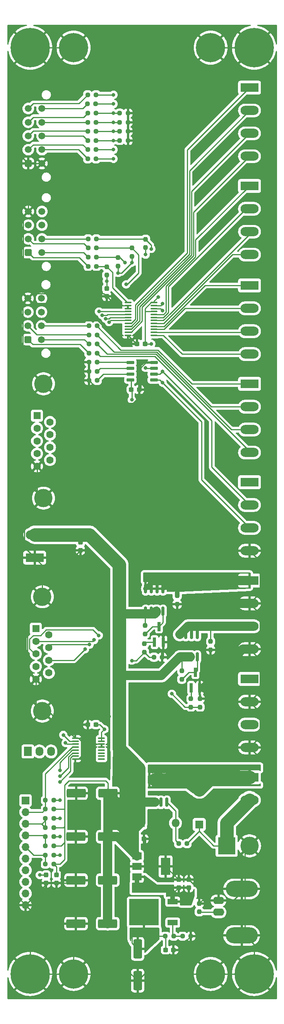
<source format=gbr>
%TF.GenerationSoftware,KiCad,Pcbnew,(6.0.0)*%
%TF.CreationDate,2022-04-21T19:53:10+02:00*%
%TF.ProjectId,KallebolFanoutBoard,4b616c6c-6562-46f6-9c46-616e6f757442,rev?*%
%TF.SameCoordinates,Original*%
%TF.FileFunction,Copper,L1,Top*%
%TF.FilePolarity,Positive*%
%FSLAX46Y46*%
G04 Gerber Fmt 4.6, Leading zero omitted, Abs format (unit mm)*
G04 Created by KiCad (PCBNEW (6.0.0)) date 2022-04-21 19:53:10*
%MOMM*%
%LPD*%
G01*
G04 APERTURE LIST*
G04 Aperture macros list*
%AMRoundRect*
0 Rectangle with rounded corners*
0 $1 Rounding radius*
0 $2 $3 $4 $5 $6 $7 $8 $9 X,Y pos of 4 corners*
0 Add a 4 corners polygon primitive as box body*
4,1,4,$2,$3,$4,$5,$6,$7,$8,$9,$2,$3,0*
0 Add four circle primitives for the rounded corners*
1,1,$1+$1,$2,$3*
1,1,$1+$1,$4,$5*
1,1,$1+$1,$6,$7*
1,1,$1+$1,$8,$9*
0 Add four rect primitives between the rounded corners*
20,1,$1+$1,$2,$3,$4,$5,0*
20,1,$1+$1,$4,$5,$6,$7,0*
20,1,$1+$1,$6,$7,$8,$9,0*
20,1,$1+$1,$8,$9,$2,$3,0*%
G04 Aperture macros list end*
%TA.AperFunction,SMDPad,CuDef*%
%ADD10RoundRect,0.237500X-0.250000X-0.237500X0.250000X-0.237500X0.250000X0.237500X-0.250000X0.237500X0*%
%TD*%
%TA.AperFunction,SMDPad,CuDef*%
%ADD11RoundRect,0.237500X0.250000X0.237500X-0.250000X0.237500X-0.250000X-0.237500X0.250000X-0.237500X0*%
%TD*%
%TA.AperFunction,ComponentPad*%
%ADD12R,3.960000X1.980000*%
%TD*%
%TA.AperFunction,ComponentPad*%
%ADD13O,3.960000X1.980000*%
%TD*%
%TA.AperFunction,SMDPad,CuDef*%
%ADD14RoundRect,0.237500X-0.237500X0.250000X-0.237500X-0.250000X0.237500X-0.250000X0.237500X0.250000X0*%
%TD*%
%TA.AperFunction,SMDPad,CuDef*%
%ADD15RoundRect,0.237500X0.300000X0.237500X-0.300000X0.237500X-0.300000X-0.237500X0.300000X-0.237500X0*%
%TD*%
%TA.AperFunction,SMDPad,CuDef*%
%ADD16RoundRect,0.150000X0.150000X-0.825000X0.150000X0.825000X-0.150000X0.825000X-0.150000X-0.825000X0*%
%TD*%
%TA.AperFunction,SMDPad,CuDef*%
%ADD17RoundRect,0.250000X1.825000X0.700000X-1.825000X0.700000X-1.825000X-0.700000X1.825000X-0.700000X0*%
%TD*%
%TA.AperFunction,SMDPad,CuDef*%
%ADD18R,2.200000X1.200000*%
%TD*%
%TA.AperFunction,SMDPad,CuDef*%
%ADD19R,6.400000X5.800000*%
%TD*%
%TA.AperFunction,SMDPad,CuDef*%
%ADD20RoundRect,0.237500X0.237500X-0.250000X0.237500X0.250000X-0.237500X0.250000X-0.237500X-0.250000X0*%
%TD*%
%TA.AperFunction,ComponentPad*%
%ADD21C,0.800000*%
%TD*%
%TA.AperFunction,ComponentPad*%
%ADD22C,6.400000*%
%TD*%
%TA.AperFunction,SMDPad,CuDef*%
%ADD23RoundRect,0.237500X-0.237500X0.300000X-0.237500X-0.300000X0.237500X-0.300000X0.237500X0.300000X0*%
%TD*%
%TA.AperFunction,ComponentPad*%
%ADD24RoundRect,0.250001X0.499999X-0.499999X0.499999X0.499999X-0.499999X0.499999X-0.499999X-0.499999X0*%
%TD*%
%TA.AperFunction,ComponentPad*%
%ADD25C,1.500000*%
%TD*%
%TA.AperFunction,SMDPad,CuDef*%
%ADD26RoundRect,0.237500X-0.300000X-0.237500X0.300000X-0.237500X0.300000X0.237500X-0.300000X0.237500X0*%
%TD*%
%TA.AperFunction,ComponentPad*%
%ADD27O,2.500000X1.600000*%
%TD*%
%TA.AperFunction,ComponentPad*%
%ADD28O,7.000000X3.500000*%
%TD*%
%TA.AperFunction,SMDPad,CuDef*%
%ADD29R,2.000000X1.500000*%
%TD*%
%TA.AperFunction,SMDPad,CuDef*%
%ADD30R,2.000000X3.800000*%
%TD*%
%TA.AperFunction,ComponentPad*%
%ADD31C,4.000000*%
%TD*%
%TA.AperFunction,ComponentPad*%
%ADD32R,1.600000X1.600000*%
%TD*%
%TA.AperFunction,ComponentPad*%
%ADD33C,1.600000*%
%TD*%
%TA.AperFunction,ComponentPad*%
%ADD34R,1.700000X1.700000*%
%TD*%
%TA.AperFunction,ComponentPad*%
%ADD35O,1.700000X1.700000*%
%TD*%
%TA.AperFunction,SMDPad,CuDef*%
%ADD36RoundRect,0.100000X-0.637500X-0.100000X0.637500X-0.100000X0.637500X0.100000X-0.637500X0.100000X0*%
%TD*%
%TA.AperFunction,SMDPad,CuDef*%
%ADD37RoundRect,0.237500X0.237500X-0.300000X0.237500X0.300000X-0.237500X0.300000X-0.237500X-0.300000X0*%
%TD*%
%TA.AperFunction,ComponentPad*%
%ADD38C,0.900000*%
%TD*%
%TA.AperFunction,ComponentPad*%
%ADD39C,8.600000*%
%TD*%
%TA.AperFunction,ComponentPad*%
%ADD40R,1.800000X1.800000*%
%TD*%
%TA.AperFunction,ComponentPad*%
%ADD41O,1.800000X1.800000*%
%TD*%
%TA.AperFunction,SMDPad,CuDef*%
%ADD42RoundRect,0.250000X-0.700000X1.825000X-0.700000X-1.825000X0.700000X-1.825000X0.700000X1.825000X0*%
%TD*%
%TA.AperFunction,SMDPad,CuDef*%
%ADD43RoundRect,0.150000X0.725000X0.150000X-0.725000X0.150000X-0.725000X-0.150000X0.725000X-0.150000X0*%
%TD*%
%TA.AperFunction,SMDPad,CuDef*%
%ADD44R,0.650000X2.000000*%
%TD*%
%TA.AperFunction,ComponentPad*%
%ADD45R,1.730000X2.030000*%
%TD*%
%TA.AperFunction,ComponentPad*%
%ADD46O,1.730000X2.030000*%
%TD*%
%TA.AperFunction,ComponentPad*%
%ADD47R,3.800000X3.800000*%
%TD*%
%TA.AperFunction,ViaPad*%
%ADD48C,0.800000*%
%TD*%
%TA.AperFunction,Conductor*%
%ADD49C,2.000000*%
%TD*%
%TA.AperFunction,Conductor*%
%ADD50C,0.250000*%
%TD*%
%TA.AperFunction,Conductor*%
%ADD51C,3.000000*%
%TD*%
%TA.AperFunction,Conductor*%
%ADD52C,1.000000*%
%TD*%
G04 APERTURE END LIST*
D10*
%TO.P,R11,1*%
%TO.N,/SERIAL1A_RXD*%
X100837500Y-48812647D03*
%TO.P,R11,2*%
%TO.N,/1A_RXD*%
X102662500Y-48812647D03*
%TD*%
D11*
%TO.P,R41,1*%
%TO.N,GND*%
X109662500Y-50812647D03*
%TO.P,R41,2*%
%TO.N,/1B_RXD*%
X107837500Y-50812647D03*
%TD*%
D12*
%TO.P,J4,1,Pin_1*%
%TO.N,GND*%
X89250000Y-142000000D03*
D13*
%TO.P,J4,2,Pin_2*%
%TO.N,+12V*%
X89250000Y-137000000D03*
%TD*%
D14*
%TO.P,R44,1*%
%TO.N,/SCL*%
X107500000Y-76400147D03*
%TO.P,R44,2*%
%TO.N,+3V3*%
X107500000Y-78225147D03*
%TD*%
%TO.P,R29,1*%
%TO.N,/1_3GHZ_LNA_12V*%
X120425000Y-150347500D03*
%TO.P,R29,2*%
%TO.N,GND*%
X120425000Y-152172500D03*
%TD*%
D15*
%TO.P,C17,1*%
%TO.N,+3V3*%
X102612500Y-178500000D03*
%TO.P,C17,2*%
%TO.N,GND*%
X100887500Y-178500000D03*
%TD*%
D10*
%TO.P,R16,1*%
%TO.N,/SERIAL1B_CTS*%
X100750000Y-42812647D03*
%TO.P,R16,2*%
%TO.N,/1B_CTS*%
X102575000Y-42812647D03*
%TD*%
%TO.P,R19,1*%
%TO.N,Net-(R18-Pad2)*%
X121587500Y-224750000D03*
%TO.P,R19,2*%
%TO.N,GND*%
X123412500Y-224750000D03*
%TD*%
%TO.P,R7,1*%
%TO.N,/GPIO1B*%
X101087500Y-93312647D03*
%TO.P,R7,2*%
%TO.N,/UART_RX*%
X102912500Y-93312647D03*
%TD*%
D14*
%TO.P,R40,1*%
%TO.N,/IO_IRQ*%
X105000000Y-78400147D03*
%TO.P,R40,2*%
%TO.N,+3V3*%
X105000000Y-80225147D03*
%TD*%
D16*
%TO.P,U6,1,S*%
%TO.N,+12V*%
X114345000Y-195475000D03*
%TO.P,U6,2,S*%
X115615000Y-195475000D03*
%TO.P,U6,3,S*%
X116885000Y-195475000D03*
%TO.P,U6,4,G*%
%TO.N,Net-(D1-Pad2)*%
X118155000Y-195475000D03*
%TO.P,U6,5,D*%
%TO.N,/P12V_INPUT*%
X118155000Y-190525000D03*
%TO.P,U6,6,D*%
X116885000Y-190525000D03*
%TO.P,U6,7,D*%
X115615000Y-190525000D03*
%TO.P,U6,8,D*%
X114345000Y-190525000D03*
%TD*%
D12*
%TO.P,J15,1,Pin_1*%
%TO.N,/IO_04*%
X136250000Y-39240000D03*
D13*
%TO.P,J15,2,Pin_2*%
%TO.N,/IO_05*%
X136250000Y-44240000D03*
%TO.P,J15,3,Pin_3*%
%TO.N,/IO_06*%
X136250000Y-49240000D03*
%TO.P,J15,4,Pin_4*%
%TO.N,/IO_07*%
X136250000Y-54240000D03*
%TD*%
D10*
%TO.P,R14,1*%
%TO.N,/SERIAL1B_RTS*%
X100837500Y-46812647D03*
%TO.P,R14,2*%
%TO.N,/1B_RTS*%
X102662500Y-46812647D03*
%TD*%
D17*
%TO.P,C12,1*%
%TO.N,+12V*%
X105225000Y-222000000D03*
%TO.P,C12,2*%
%TO.N,GND*%
X98275000Y-222000000D03*
%TD*%
D16*
%TO.P,U5,1,S*%
%TO.N,+12V*%
X113520000Y-153735000D03*
%TO.P,U5,2,S*%
X114790000Y-153735000D03*
%TO.P,U5,3,S*%
X116060000Y-153735000D03*
%TO.P,U5,4,G*%
%TO.N,Net-(Q2-Pad3)*%
X117330000Y-153735000D03*
%TO.P,U5,5,D*%
%TO.N,/1_3GHZ_LNA_12V*%
X117330000Y-148785000D03*
%TO.P,U5,6,D*%
X116060000Y-148785000D03*
%TO.P,U5,7,D*%
X114790000Y-148785000D03*
%TO.P,U5,8,D*%
X113520000Y-148785000D03*
%TD*%
D12*
%TO.P,J16,1,Pin_1*%
%TO.N,/IO_13*%
X136250000Y-82490000D03*
D13*
%TO.P,J16,2,Pin_2*%
%TO.N,/IO_12*%
X136250000Y-87490000D03*
%TO.P,J16,3,Pin_3*%
%TO.N,/IO_11*%
X136250000Y-92490000D03*
%TO.P,J16,4,Pin_4*%
%TO.N,/IO_10*%
X136250000Y-97490000D03*
%TD*%
D17*
%TO.P,C13,1*%
%TO.N,+12V*%
X105225000Y-212500000D03*
%TO.P,C13,2*%
%TO.N,GND*%
X98275000Y-212500000D03*
%TD*%
D18*
%TO.P,U2,1,ADJ*%
%TO.N,Net-(R18-Pad2)*%
X119450000Y-221780000D03*
D19*
%TO.P,U2,2,VO*%
%TO.N,+3V3*%
X113150000Y-219500000D03*
D18*
%TO.P,U2,3,VI*%
%TO.N,+5V*%
X119450000Y-217220000D03*
%TD*%
D14*
%TO.P,R28,1*%
%TO.N,/10_5GHz_LNB_12V*%
X127750000Y-160337500D03*
%TO.P,R28,2*%
%TO.N,GND*%
X127750000Y-162162500D03*
%TD*%
%TO.P,R26,1*%
%TO.N,+12V*%
X113425000Y-156847500D03*
%TO.P,R26,2*%
%TO.N,Net-(Q2-Pad3)*%
X113425000Y-158672500D03*
%TD*%
D10*
%TO.P,R10,1*%
%TO.N,/GPIO2D*%
X100925000Y-72312647D03*
%TO.P,R10,2*%
%TO.N,/SDA*%
X102750000Y-72312647D03*
%TD*%
D20*
%TO.P,R23,1*%
%TO.N,/1_3GHZ_LNA_EN*%
X113250000Y-162662500D03*
%TO.P,R23,2*%
%TO.N,Net-(Q2-Pad1)*%
X113250000Y-160837500D03*
%TD*%
D21*
%TO.P,H6,1,1*%
%TO.N,GND*%
X96052944Y-231302944D03*
X97750000Y-230600000D03*
D22*
X97750000Y-233000000D03*
D21*
X96052944Y-234697056D03*
X97750000Y-235400000D03*
X99447056Y-234697056D03*
X99447056Y-231302944D03*
X95350000Y-233000000D03*
X100150000Y-233000000D03*
%TD*%
D23*
%TO.P,C7,1*%
%TO.N,+12V*%
X94000000Y-211387500D03*
%TO.P,C7,2*%
%TO.N,GND*%
X94000000Y-213112500D03*
%TD*%
D20*
%TO.P,R24,1*%
%TO.N,/10_5GHZ_LNB_EN*%
X123425000Y-174662500D03*
%TO.P,R24,2*%
%TO.N,Net-(Q1-Pad1)*%
X123425000Y-172837500D03*
%TD*%
D10*
%TO.P,R9,1*%
%TO.N,/GPIO2B*%
X100925000Y-74312647D03*
%TO.P,R9,2*%
%TO.N,/TEMP_IRQ*%
X102750000Y-74312647D03*
%TD*%
D24*
%TO.P,J1,1,Pin_1*%
%TO.N,/GPIO1A*%
X87750000Y-94312647D03*
D25*
%TO.P,J1,2,Pin_2*%
%TO.N,/GPIO1B*%
X87750000Y-91312647D03*
%TO.P,J1,3,Pin_3*%
%TO.N,unconnected-(J1-Pad3)*%
X87750000Y-88312647D03*
%TO.P,J1,4,Pin_4*%
%TO.N,GND*%
X87750000Y-85312647D03*
%TO.P,J1,5,Pin_5*%
%TO.N,/GPIO1C*%
X90750000Y-94312647D03*
%TO.P,J1,6,Pin_6*%
%TO.N,/GPIO1D*%
X90750000Y-91312647D03*
%TO.P,J1,7,Pin_7*%
%TO.N,unconnected-(J1-Pad7)*%
X90750000Y-88312647D03*
%TO.P,J1,8,Pin_8*%
%TO.N,unconnected-(J1-Pad8)*%
X90750000Y-85312647D03*
%TD*%
D26*
%TO.P,C5,1*%
%TO.N,+3V3*%
X117887500Y-227750000D03*
%TO.P,C5,2*%
%TO.N,GND*%
X119612500Y-227750000D03*
%TD*%
D10*
%TO.P,R31,1*%
%TO.N,Net-(D1-Pad2)*%
X120750000Y-204500000D03*
%TO.P,R31,2*%
%TO.N,/P12V_RETURN*%
X122575000Y-204500000D03*
%TD*%
D11*
%TO.P,R17,1*%
%TO.N,Net-(R17-Pad1)*%
X102912500Y-103250000D03*
%TO.P,R17,2*%
%TO.N,GND*%
X101087500Y-103250000D03*
%TD*%
%TO.P,R32,1*%
%TO.N,+12V*%
X93412500Y-201000000D03*
%TO.P,R32,2*%
%TO.N,/Port2*%
X91587500Y-201000000D03*
%TD*%
D21*
%TO.P,H7,1,1*%
%TO.N,GND*%
X125350000Y-233000000D03*
X130150000Y-233000000D03*
X127750000Y-235400000D03*
D22*
X127750000Y-233000000D03*
D21*
X127750000Y-230600000D03*
X129447056Y-231302944D03*
X129447056Y-234697056D03*
X126052944Y-234697056D03*
X126052944Y-231302944D03*
%TD*%
%TO.P,H5,1,1*%
%TO.N,GND*%
X129447056Y-28802944D03*
D22*
X127750000Y-30500000D03*
D21*
X129447056Y-32197056D03*
X125350000Y-30500000D03*
X127750000Y-28100000D03*
X130150000Y-30500000D03*
X126052944Y-28802944D03*
X127750000Y-32900000D03*
X126052944Y-32197056D03*
%TD*%
D14*
%TO.P,R25,1*%
%TO.N,+12V*%
X121425000Y-166750000D03*
%TO.P,R25,2*%
%TO.N,Net-(Q1-Pad3)*%
X121425000Y-168575000D03*
%TD*%
D27*
%TO.P,J7,1,In*%
%TO.N,Net-(J7-Pad1)*%
X129450000Y-219500000D03*
%TO.P,J7,2,Ext*%
%TO.N,GND*%
X129450000Y-216960000D03*
D28*
X134530000Y-214420000D03*
X134530000Y-224580000D03*
%TD*%
D11*
%TO.P,R43,1*%
%TO.N,GND*%
X109662500Y-46812647D03*
%TO.P,R43,2*%
%TO.N,/1B_RTS*%
X107837500Y-46812647D03*
%TD*%
D29*
%TO.P,U1,1,VI*%
%TO.N,+12V*%
X111600000Y-207200000D03*
%TO.P,U1,2,GND*%
%TO.N,GND*%
X111600000Y-209500000D03*
D30*
X117900000Y-209500000D03*
D29*
%TO.P,U1,3,VO*%
%TO.N,+5V*%
X111600000Y-211800000D03*
%TD*%
D24*
%TO.P,J2,1,Pin_1*%
%TO.N,/GPIO2A*%
X87835000Y-75312647D03*
D25*
%TO.P,J2,2,Pin_2*%
%TO.N,/GPIO2B*%
X87835000Y-72312647D03*
%TO.P,J2,3,Pin_3*%
%TO.N,unconnected-(J2-Pad3)*%
X87835000Y-69312647D03*
%TO.P,J2,4,Pin_4*%
%TO.N,GND*%
X87835000Y-66312647D03*
%TO.P,J2,5,Pin_5*%
%TO.N,/GPIO2C*%
X90835000Y-75312647D03*
%TO.P,J2,6,Pin_6*%
%TO.N,/GPIO2D*%
X90835000Y-72312647D03*
%TO.P,J2,7,Pin_7*%
%TO.N,unconnected-(J2-Pad7)*%
X90835000Y-69312647D03*
%TO.P,J2,8,Pin_8*%
%TO.N,unconnected-(J2-Pad8)*%
X90835000Y-66312647D03*
%TD*%
D31*
%TO.P,J5,0,PAD*%
%TO.N,GND*%
X90920000Y-150540000D03*
X90920000Y-175540000D03*
D32*
%TO.P,J5,1,1*%
%TO.N,unconnected-(J5-Pad1)*%
X89500000Y-157500000D03*
D33*
%TO.P,J5,2,2*%
%TO.N,/1A_RXD*%
X89500000Y-160270000D03*
%TO.P,J5,3,3*%
%TO.N,/1A_TXD*%
X89500000Y-163040000D03*
%TO.P,J5,4,4*%
%TO.N,unconnected-(J5-Pad4)*%
X89500000Y-165810000D03*
%TO.P,J5,5,5*%
%TO.N,GND*%
X89500000Y-168580000D03*
%TO.P,J5,6,6*%
%TO.N,unconnected-(J5-Pad6)*%
X92340000Y-158885000D03*
%TO.P,J5,7,7*%
%TO.N,/1A_RTS*%
X92340000Y-161655000D03*
%TO.P,J5,8,8*%
%TO.N,/1A_CTS*%
X92340000Y-164425000D03*
%TO.P,J5,9,9*%
%TO.N,unconnected-(J5-Pad9)*%
X92340000Y-167195000D03*
%TD*%
D12*
%TO.P,J14,1,Pin_1*%
%TO.N,+3V3*%
X136250000Y-168500000D03*
D13*
%TO.P,J14,2,Pin_2*%
%TO.N,GND*%
X136250000Y-173500000D03*
%TO.P,J14,3,Pin_3*%
%TO.N,+5V*%
X136250000Y-178500000D03*
%TO.P,J14,4,Pin_4*%
%TO.N,GND*%
X136250000Y-183500000D03*
%TD*%
D12*
%TO.P,J12,1,Pin_1*%
%TO.N,/P12V_INPUT*%
X136250000Y-190000000D03*
D13*
%TO.P,J12,2,Pin_2*%
%TO.N,/P12V_RETURN*%
X136250000Y-195000000D03*
%TD*%
D11*
%TO.P,R39,1*%
%TO.N,GND*%
X109662500Y-44812647D03*
%TO.P,R39,2*%
%TO.N,/1A_RTS*%
X107837500Y-44812647D03*
%TD*%
D15*
%TO.P,C16,1*%
%TO.N,+3V3*%
X113362500Y-95250000D03*
%TO.P,C16,2*%
%TO.N,GND*%
X111637500Y-95250000D03*
%TD*%
D16*
%TO.P,U4,1,S*%
%TO.N,+12V*%
X121020000Y-163725000D03*
%TO.P,U4,2,S*%
X122290000Y-163725000D03*
%TO.P,U4,3,S*%
X123560000Y-163725000D03*
%TO.P,U4,4,G*%
%TO.N,Net-(Q1-Pad3)*%
X124830000Y-163725000D03*
%TO.P,U4,5,D*%
%TO.N,/10_5GHz_LNB_12V*%
X124830000Y-158775000D03*
%TO.P,U4,6,D*%
X123560000Y-158775000D03*
%TO.P,U4,7,D*%
X122290000Y-158775000D03*
%TO.P,U4,8,D*%
X121020000Y-158775000D03*
%TD*%
D34*
%TO.P,J10,1,Pin_1*%
%TO.N,+12V*%
X87250000Y-195075000D03*
D35*
%TO.P,J10,2,Pin_2*%
%TO.N,/Port1*%
X87250000Y-197615000D03*
%TO.P,J10,3,Pin_3*%
%TO.N,/Port2*%
X87250000Y-200155000D03*
%TO.P,J10,4,Pin_4*%
%TO.N,/Port3*%
X87250000Y-202695000D03*
%TO.P,J10,5,Pin_5*%
%TO.N,/Port4*%
X87250000Y-205235000D03*
%TO.P,J10,6,Pin_6*%
%TO.N,unconnected-(J10-Pad6)*%
X87250000Y-207775000D03*
%TO.P,J10,7,Pin_7*%
%TO.N,unconnected-(J10-Pad7)*%
X87250000Y-210315000D03*
%TO.P,J10,8,Pin_8*%
%TO.N,unconnected-(J10-Pad8)*%
X87250000Y-212855000D03*
%TO.P,J10,9,Pin_9*%
%TO.N,unconnected-(J10-Pad9)*%
X87250000Y-215395000D03*
%TO.P,J10,10,Pin_10*%
%TO.N,GND*%
X87250000Y-217935000D03*
%TD*%
D36*
%TO.P,U8,1,INT_N*%
%TO.N,/IO_IRQ*%
X109637500Y-86237647D03*
%TO.P,U8,2,A1*%
%TO.N,GND*%
X109637500Y-86887647D03*
%TO.P,U8,3,A2*%
X109637500Y-87537647D03*
%TO.P,U8,4,IO0_0*%
%TO.N,/MUX_A0*%
X109637500Y-88187647D03*
%TO.P,U8,5,IO0_1*%
%TO.N,/MUX_A1*%
X109637500Y-88837647D03*
%TO.P,U8,6,IO0_2*%
%TO.N,/1_3GHZ_LNA_EN*%
X109637500Y-89487647D03*
%TO.P,U8,7,IO0_3*%
%TO.N,/10_5GHZ_LNB_EN*%
X109637500Y-90137647D03*
%TO.P,U8,8,IO0_4*%
%TO.N,/IO_04*%
X109637500Y-90787647D03*
%TO.P,U8,9,IO0_5*%
%TO.N,/IO_05*%
X109637500Y-91437647D03*
%TO.P,U8,10,IO0_6*%
%TO.N,/IO_06*%
X109637500Y-92087647D03*
%TO.P,U8,11,IO0_7*%
%TO.N,/IO_07*%
X109637500Y-92737647D03*
%TO.P,U8,12,VSS*%
%TO.N,GND*%
X109637500Y-93387647D03*
%TO.P,U8,13,IO1_0*%
%TO.N,/IO_10*%
X115362500Y-93387647D03*
%TO.P,U8,14,IO1_1*%
%TO.N,/IO_11*%
X115362500Y-92737647D03*
%TO.P,U8,15,IO1_2*%
%TO.N,/IO_12*%
X115362500Y-92087647D03*
%TO.P,U8,16,IO1_3*%
%TO.N,/IO_13*%
X115362500Y-91437647D03*
%TO.P,U8,17,IO1_4*%
%TO.N,/IO_14*%
X115362500Y-90787647D03*
%TO.P,U8,18,IO1_5*%
%TO.N,/IO_15*%
X115362500Y-90137647D03*
%TO.P,U8,19,IO1_6*%
%TO.N,/IO_16*%
X115362500Y-89487647D03*
%TO.P,U8,20,IO1_7*%
%TO.N,/IO_17*%
X115362500Y-88837647D03*
%TO.P,U8,21,A0*%
%TO.N,+3V3*%
X115362500Y-88187647D03*
%TO.P,U8,22,SCL*%
%TO.N,/SCL*%
X115362500Y-87537647D03*
%TO.P,U8,23,SDA*%
%TO.N,/SDA*%
X115362500Y-86887647D03*
%TO.P,U8,24,VDD*%
%TO.N,+3V3*%
X115362500Y-86237647D03*
%TD*%
D37*
%TO.P,C3,1*%
%TO.N,+5V*%
X120750000Y-214112500D03*
%TO.P,C3,2*%
%TO.N,GND*%
X120750000Y-212387500D03*
%TD*%
D17*
%TO.P,C14,1*%
%TO.N,+12V*%
X105250000Y-193500000D03*
%TO.P,C14,2*%
%TO.N,GND*%
X98300000Y-193500000D03*
%TD*%
D26*
%TO.P,C1,1*%
%TO.N,+12V*%
X111387500Y-203500000D03*
%TO.P,C1,2*%
%TO.N,GND*%
X113112500Y-203500000D03*
%TD*%
D10*
%TO.P,R4,1*%
%TO.N,/GPIO2C*%
X100925000Y-76312647D03*
%TO.P,R4,2*%
%TO.N,/SCL*%
X102750000Y-76312647D03*
%TD*%
D38*
%TO.P,H1,1,1*%
%TO.N,GND*%
X91475000Y-233000000D03*
X85025000Y-233000000D03*
D39*
X88250000Y-233000000D03*
D38*
X90530419Y-230719581D03*
X88250000Y-236225000D03*
X90530419Y-235280419D03*
X85969581Y-230719581D03*
X88250000Y-229775000D03*
X85969581Y-235280419D03*
%TD*%
D10*
%TO.P,R18,1*%
%TO.N,+3V3*%
X117837500Y-224750000D03*
%TO.P,R18,2*%
%TO.N,Net-(R18-Pad2)*%
X119662500Y-224750000D03*
%TD*%
D36*
%TO.P,U7,1,1E_N*%
%TO.N,GND*%
X98137500Y-181475000D03*
%TO.P,U7,2,1A0*%
%TO.N,/MUX_A0*%
X98137500Y-182125000D03*
%TO.P,U7,3,1A1*%
%TO.N,/MUX_A1*%
X98137500Y-182775000D03*
%TO.P,U7,4,1Y0_N*%
%TO.N,/Port1*%
X98137500Y-183425000D03*
%TO.P,U7,5,1Y1_N*%
%TO.N,/Port2*%
X98137500Y-184075000D03*
%TO.P,U7,6,1Y2_N*%
%TO.N,/Port3*%
X98137500Y-184725000D03*
%TO.P,U7,7,1Y3_N*%
%TO.N,/Port4*%
X98137500Y-185375000D03*
%TO.P,U7,8,GND*%
%TO.N,GND*%
X98137500Y-186025000D03*
%TO.P,U7,9,2Y3_N*%
%TO.N,unconnected-(U7-Pad9)*%
X103862500Y-186025000D03*
%TO.P,U7,10,2Y2_N*%
%TO.N,unconnected-(U7-Pad10)*%
X103862500Y-185375000D03*
%TO.P,U7,11,2Y1_N*%
%TO.N,unconnected-(U7-Pad11)*%
X103862500Y-184725000D03*
%TO.P,U7,12,2Y0_N*%
%TO.N,unconnected-(U7-Pad12)*%
X103862500Y-184075000D03*
%TO.P,U7,13,2A1*%
%TO.N,GND*%
X103862500Y-183425000D03*
%TO.P,U7,14,2A0*%
X103862500Y-182775000D03*
%TO.P,U7,15,2E_N*%
%TO.N,+3V3*%
X103862500Y-182125000D03*
%TO.P,U7,16,VCC*%
X103862500Y-181475000D03*
%TD*%
D38*
%TO.P,H2,1,1*%
%TO.N,GND*%
X134025000Y-233000000D03*
X137250000Y-229775000D03*
X139530419Y-235280419D03*
X139530419Y-230719581D03*
D39*
X137250000Y-233000000D03*
D38*
X134969581Y-230719581D03*
X137250000Y-236225000D03*
X140475000Y-233000000D03*
X134969581Y-235280419D03*
%TD*%
D26*
%TO.P,C4,1*%
%TO.N,+3V3*%
X110387500Y-105250000D03*
%TO.P,C4,2*%
%TO.N,GND*%
X112112500Y-105250000D03*
%TD*%
D38*
%TO.P,H3,1,1*%
%TO.N,GND*%
X90530419Y-32780419D03*
X85969581Y-32780419D03*
X91475000Y-30500000D03*
X85969581Y-28219581D03*
X90530419Y-28219581D03*
X88250000Y-33725000D03*
X85025000Y-30500000D03*
D39*
X88250000Y-30500000D03*
D38*
X88250000Y-27275000D03*
%TD*%
D12*
%TO.P,J13,1,Pin_1*%
%TO.N,/PTT*%
X136250000Y-104000000D03*
D13*
%TO.P,J13,2,Pin_2*%
%TO.N,/UART_RX*%
X136250000Y-109000000D03*
%TO.P,J13,3,Pin_3*%
%TO.N,/GPIO_1C*%
X136250000Y-114000000D03*
%TO.P,J13,4,Pin_4*%
%TO.N,/UART_TX*%
X136250000Y-119000000D03*
%TD*%
D14*
%TO.P,R47,1*%
%TO.N,GND*%
X125425000Y-172837500D03*
%TO.P,R47,2*%
%TO.N,/10_5GHZ_LNB_EN*%
X125425000Y-174662500D03*
%TD*%
D23*
%TO.P,C15,1*%
%TO.N,+3V3*%
X91750000Y-211387500D03*
%TO.P,C15,2*%
%TO.N,GND*%
X91750000Y-213112500D03*
%TD*%
%TO.P,C18,1*%
%TO.N,+3V3*%
X105000000Y-83137500D03*
%TO.P,C18,2*%
%TO.N,GND*%
X105000000Y-84862500D03*
%TD*%
%TO.P,C9,1*%
%TO.N,+12V*%
X99250000Y-138637500D03*
%TO.P,C9,2*%
%TO.N,GND*%
X99250000Y-140362500D03*
%TD*%
D31*
%TO.P,J6,0,PAD*%
%TO.N,GND*%
X91170000Y-128990000D03*
X91170000Y-103990000D03*
D32*
%TO.P,J6,1,1*%
%TO.N,unconnected-(J6-Pad1)*%
X89750000Y-110950000D03*
D33*
%TO.P,J6,2,2*%
%TO.N,/1B_RXD*%
X89750000Y-113720000D03*
%TO.P,J6,3,3*%
%TO.N,/1B_TXD*%
X89750000Y-116490000D03*
%TO.P,J6,4,4*%
%TO.N,unconnected-(J6-Pad4)*%
X89750000Y-119260000D03*
%TO.P,J6,5,5*%
%TO.N,GND*%
X89750000Y-122030000D03*
%TO.P,J6,6,6*%
%TO.N,unconnected-(J6-Pad6)*%
X92590000Y-112335000D03*
%TO.P,J6,7,7*%
%TO.N,/1B_RTS*%
X92590000Y-115105000D03*
%TO.P,J6,8,8*%
%TO.N,/1B_CTS*%
X92590000Y-117875000D03*
%TO.P,J6,9,9*%
%TO.N,unconnected-(J6-Pad9)*%
X92590000Y-120645000D03*
%TD*%
D40*
%TO.P,D1,1,K*%
%TO.N,+12V*%
X112440000Y-200000000D03*
D41*
%TO.P,D1,2,A*%
%TO.N,Net-(D1-Pad2)*%
X120060000Y-200000000D03*
%TD*%
D11*
%TO.P,R37,1*%
%TO.N,+3V3*%
X93412500Y-195000000D03*
%TO.P,R37,2*%
%TO.N,/Port1*%
X91587500Y-195000000D03*
%TD*%
D42*
%TO.P,C19,1*%
%TO.N,+3V3*%
X111775000Y-227525000D03*
%TO.P,C19,2*%
%TO.N,GND*%
X111775000Y-234475000D03*
%TD*%
D21*
%TO.P,H8,1,1*%
%TO.N,GND*%
X95350000Y-30500000D03*
X97750000Y-32900000D03*
X99447056Y-32197056D03*
X97750000Y-28100000D03*
D22*
X97750000Y-30500000D03*
D21*
X99447056Y-28802944D03*
X100150000Y-30500000D03*
X96052944Y-32197056D03*
X96052944Y-28802944D03*
%TD*%
D38*
%TO.P,H4,1,1*%
%TO.N,GND*%
X139530419Y-28219581D03*
X140475000Y-30500000D03*
D39*
X137250000Y-30500000D03*
D38*
X137250000Y-33725000D03*
X137250000Y-27275000D03*
X139530419Y-32780419D03*
X134969581Y-32780419D03*
X134025000Y-30500000D03*
X134969581Y-28219581D03*
%TD*%
D11*
%TO.P,R21,1*%
%TO.N,Net-(R21-Pad1)*%
X102912500Y-99250000D03*
%TO.P,R21,2*%
%TO.N,GND*%
X101087500Y-99250000D03*
%TD*%
D10*
%TO.P,R2,1*%
%TO.N,/GPIO1C*%
X101087500Y-95312647D03*
%TO.P,R2,2*%
%TO.N,/GPIO_1C*%
X102912500Y-95312647D03*
%TD*%
%TO.P,R8,1*%
%TO.N,/GPIO1D*%
X101087500Y-91312647D03*
%TO.P,R8,2*%
%TO.N,/PTT*%
X102912500Y-91312647D03*
%TD*%
D43*
%TO.P,U3,1,SDA*%
%TO.N,/SDA*%
X115325000Y-103155000D03*
%TO.P,U3,2,SCL*%
%TO.N,/SCL*%
X115325000Y-101885000D03*
%TO.P,U3,3,OS*%
%TO.N,/TEMP_IRQ*%
X115325000Y-100615000D03*
%TO.P,U3,4,GND*%
%TO.N,GND*%
X115325000Y-99345000D03*
%TO.P,U3,5,A2*%
%TO.N,Net-(R21-Pad1)*%
X110175000Y-99345000D03*
%TO.P,U3,6,A1*%
%TO.N,Net-(R20-Pad1)*%
X110175000Y-100615000D03*
%TO.P,U3,7,A0*%
%TO.N,Net-(R17-Pad1)*%
X110175000Y-101885000D03*
%TO.P,U3,8,VCC*%
%TO.N,+3V3*%
X110175000Y-103155000D03*
%TD*%
D11*
%TO.P,R20,1*%
%TO.N,Net-(R20-Pad1)*%
X102912500Y-101250000D03*
%TO.P,R20,2*%
%TO.N,GND*%
X101087500Y-101250000D03*
%TD*%
D40*
%TO.P,D2,1,A1*%
%TO.N,/P12V_RETURN*%
X125250000Y-200310000D03*
D41*
%TO.P,D2,2,A2*%
%TO.N,/P12V_INPUT*%
X125250000Y-192690000D03*
%TD*%
D44*
%TO.P,Q2,1,B*%
%TO.N,Net-(Q2-Pad1)*%
X115475000Y-160470000D03*
%TO.P,Q2,2,E*%
%TO.N,GND*%
X117375000Y-160470000D03*
%TO.P,Q2,3,C*%
%TO.N,Net-(Q2-Pad3)*%
X116425000Y-157050000D03*
%TD*%
D37*
%TO.P,C2,1*%
%TO.N,+5V*%
X123000000Y-214112500D03*
%TO.P,C2,2*%
%TO.N,GND*%
X123000000Y-212387500D03*
%TD*%
D12*
%TO.P,J17,1,Pin_1*%
%TO.N,/IO_17*%
X136250000Y-60740000D03*
D13*
%TO.P,J17,2,Pin_2*%
%TO.N,/IO_16*%
X136250000Y-65740000D03*
%TO.P,J17,3,Pin_3*%
%TO.N,/IO_15*%
X136250000Y-70740000D03*
%TO.P,J17,4,Pin_4*%
%TO.N,/IO_14*%
X136250000Y-75740000D03*
%TD*%
D10*
%TO.P,R5,1*%
%TO.N,/SERIAL1A_TXD*%
X100837500Y-52812647D03*
%TO.P,R5,2*%
%TO.N,/1A_TXD*%
X102662500Y-52812647D03*
%TD*%
D44*
%TO.P,Q1,1,B*%
%TO.N,Net-(Q1-Pad1)*%
X123475000Y-170460000D03*
%TO.P,Q1,2,E*%
%TO.N,GND*%
X125375000Y-170460000D03*
%TO.P,Q1,3,C*%
%TO.N,Net-(Q1-Pad3)*%
X124425000Y-167040000D03*
%TD*%
D12*
%TO.P,J11,1,Pin_1*%
%TO.N,/1_3GHZ_LNA_12V*%
X136250000Y-147000000D03*
D13*
%TO.P,J11,2,Pin_2*%
%TO.N,GND*%
X136250000Y-152000000D03*
%TO.P,J11,3,Pin_3*%
%TO.N,/10_5GHz_LNB_12V*%
X136250000Y-157000000D03*
%TO.P,J11,4,Pin_4*%
%TO.N,GND*%
X136250000Y-162000000D03*
%TD*%
D11*
%TO.P,R38,1*%
%TO.N,GND*%
X109662500Y-48812647D03*
%TO.P,R38,2*%
%TO.N,/1A_RXD*%
X107837500Y-48812647D03*
%TD*%
D10*
%TO.P,R15,1*%
%TO.N,/SERIAL1A_CTS*%
X100837500Y-40812647D03*
%TO.P,R15,2*%
%TO.N,/1A_CTS*%
X102662500Y-40812647D03*
%TD*%
D11*
%TO.P,R33,1*%
%TO.N,+12V*%
X93412500Y-197000000D03*
%TO.P,R33,2*%
%TO.N,/Port1*%
X91587500Y-197000000D03*
%TD*%
D10*
%TO.P,R6,1*%
%TO.N,/SERIAL1B_TXD*%
X100837500Y-54812647D03*
%TO.P,R6,2*%
%TO.N,/1B_TXD*%
X102662500Y-54812647D03*
%TD*%
%TO.P,R3,1*%
%TO.N,/GPIO2A*%
X100925000Y-78312647D03*
%TO.P,R3,2*%
%TO.N,/IO_IRQ*%
X102750000Y-78312647D03*
%TD*%
D11*
%TO.P,R36,1*%
%TO.N,+3V3*%
X93412500Y-199000000D03*
%TO.P,R36,2*%
%TO.N,/Port2*%
X91587500Y-199000000D03*
%TD*%
%TO.P,R34,1*%
%TO.N,+3V3*%
X93412500Y-207000000D03*
%TO.P,R34,2*%
%TO.N,/Port4*%
X91587500Y-207000000D03*
%TD*%
D14*
%TO.P,R45,1*%
%TO.N,/SDA*%
X113500000Y-72400147D03*
%TO.P,R45,2*%
%TO.N,+3V3*%
X113500000Y-74225147D03*
%TD*%
D17*
%TO.P,C11,1*%
%TO.N,+12V*%
X105225000Y-203000000D03*
%TO.P,C11,2*%
%TO.N,GND*%
X98275000Y-203000000D03*
%TD*%
D24*
%TO.P,J3,1,Pin_1*%
%TO.N,GND*%
X87835000Y-55812647D03*
D25*
%TO.P,J3,2,Pin_2*%
%TO.N,/SERIAL1A_TXD*%
X87835000Y-52812647D03*
%TO.P,J3,3,Pin_3*%
%TO.N,/SERIAL1A_RXD*%
X87835000Y-49812647D03*
%TO.P,J3,4,Pin_4*%
%TO.N,/SERIAL1A_RTS*%
X87835000Y-46812647D03*
%TO.P,J3,5,Pin_5*%
%TO.N,/SERIAL1A_CTS*%
X87835000Y-43812647D03*
%TO.P,J3,6,Pin_6*%
%TO.N,GND*%
X90835000Y-55812647D03*
%TO.P,J3,7,Pin_7*%
%TO.N,/SERIAL1B_TXD*%
X90835000Y-52812647D03*
%TO.P,J3,8,Pin_8*%
%TO.N,/SERIAL1B_RXD*%
X90835000Y-49812647D03*
%TO.P,J3,9,Pin_9*%
%TO.N,/SERIAL1B_RTS*%
X90835000Y-46812647D03*
%TO.P,J3,10,Pin_10*%
%TO.N,/SERIAL1B_CTS*%
X90835000Y-43812647D03*
%TD*%
D10*
%TO.P,R1,1*%
%TO.N,/GPIO1A*%
X101087500Y-97312647D03*
%TO.P,R1,2*%
%TO.N,/UART_TX*%
X102912500Y-97312647D03*
%TD*%
%TO.P,R12,1*%
%TO.N,/SERIAL1B_RXD*%
X100837500Y-50812647D03*
%TO.P,R12,2*%
%TO.N,/1B_RXD*%
X102662500Y-50812647D03*
%TD*%
D14*
%TO.P,R42,1*%
%TO.N,/TEMP_IRQ*%
X110500000Y-74312647D03*
%TO.P,R42,2*%
%TO.N,+3V3*%
X110500000Y-76137647D03*
%TD*%
D11*
%TO.P,R27,1*%
%TO.N,+12V*%
X93412500Y-209000000D03*
%TO.P,R27,2*%
%TO.N,/Port4*%
X91587500Y-209000000D03*
%TD*%
%TO.P,R30,1*%
%TO.N,+12V*%
X93412500Y-205000000D03*
%TO.P,R30,2*%
%TO.N,/Port3*%
X91587500Y-205000000D03*
%TD*%
D45*
%TO.P,J8,1,Pin_1*%
%TO.N,+12V*%
X87750000Y-184375000D03*
D46*
%TO.P,J8,2,Pin_2*%
%TO.N,unconnected-(J8-Pad2)*%
X90290000Y-184375000D03*
%TO.P,J8,3,Pin_3*%
%TO.N,+12V*%
X92830000Y-184375000D03*
%TD*%
D11*
%TO.P,R35,1*%
%TO.N,+3V3*%
X93412500Y-203000000D03*
%TO.P,R35,2*%
%TO.N,/Port3*%
X91587500Y-203000000D03*
%TD*%
D20*
%TO.P,R22,1*%
%TO.N,Net-(J7-Pad1)*%
X125250000Y-219412500D03*
%TO.P,R22,2*%
%TO.N,GND*%
X125250000Y-217587500D03*
%TD*%
D47*
%TO.P,J9,1,Pin_1*%
%TO.N,/P12V_RETURN*%
X131250000Y-205000000D03*
D31*
%TO.P,J9,2,Pin_2*%
%TO.N,GND*%
X136250000Y-205000000D03*
%TD*%
D12*
%TO.P,J18,1,Pin_1*%
%TO.N,+3V3*%
X136250000Y-125490000D03*
D13*
%TO.P,J18,2,Pin_2*%
%TO.N,/SCL*%
X136250000Y-130490000D03*
%TO.P,J18,3,Pin_3*%
%TO.N,/SDA*%
X136250000Y-135490000D03*
%TO.P,J18,4,Pin_4*%
%TO.N,GND*%
X136250000Y-140490000D03*
%TD*%
D10*
%TO.P,R13,1*%
%TO.N,/SERIAL1A_RTS*%
X100837500Y-44812647D03*
%TO.P,R13,2*%
%TO.N,/1A_RTS*%
X102662500Y-44812647D03*
%TD*%
D11*
%TO.P,R46,1*%
%TO.N,GND*%
X117162500Y-163760000D03*
%TO.P,R46,2*%
%TO.N,/1_3GHZ_LNA_EN*%
X115337500Y-163760000D03*
%TD*%
D48*
%TO.N,+12V*%
X107750000Y-174250000D03*
X107750000Y-176750000D03*
X107750000Y-175500000D03*
%TO.N,GND*%
X141200000Y-60700000D03*
X141200000Y-225800000D03*
X141200000Y-88640000D03*
X83950000Y-83310000D03*
X83950000Y-223010000D03*
X83950000Y-182370000D03*
X133250000Y-26250000D03*
X141200000Y-91180000D03*
X127750000Y-173000000D03*
X141200000Y-83560000D03*
X118400000Y-237500000D03*
X103250000Y-81750000D03*
X141200000Y-111500000D03*
X108240000Y-237500000D03*
X141200000Y-58160000D03*
X141200000Y-116580000D03*
X141200000Y-210560000D03*
X141200000Y-93720000D03*
X141200000Y-134360000D03*
X132250000Y-139330000D03*
X141200000Y-50540000D03*
X141200000Y-195320000D03*
X108500000Y-106250000D03*
X141200000Y-205480000D03*
X83950000Y-93470000D03*
X141200000Y-124200000D03*
X110750000Y-170250000D03*
X141200000Y-169920000D03*
X98300000Y-196950000D03*
X128170000Y-26250000D03*
X125630000Y-26250000D03*
X113812647Y-46750000D03*
X83950000Y-197610000D03*
X83950000Y-90930000D03*
X83950000Y-141730000D03*
X132250000Y-141870000D03*
X83950000Y-96010000D03*
X83950000Y-164590000D03*
X141200000Y-106420000D03*
X141200000Y-55620000D03*
X83950000Y-154430000D03*
X141200000Y-103880000D03*
X98300000Y-199450000D03*
X83950000Y-78230000D03*
X118000000Y-206250000D03*
X122500000Y-221750000D03*
X83950000Y-144270000D03*
X83950000Y-174750000D03*
X117000000Y-106250000D03*
X83950000Y-146810000D03*
X141200000Y-114040000D03*
X127750000Y-166750000D03*
X141200000Y-190240000D03*
X141200000Y-197860000D03*
X107850000Y-26250000D03*
X141200000Y-154680000D03*
X84000000Y-228500000D03*
X141200000Y-223260000D03*
X110750000Y-83750000D03*
X83950000Y-167130000D03*
X105310000Y-26250000D03*
X83950000Y-195070000D03*
X141200000Y-180080000D03*
X141200000Y-48000000D03*
X83950000Y-101090000D03*
X83950000Y-103630000D03*
X121500000Y-170750000D03*
X83950000Y-205230000D03*
X83950000Y-60450000D03*
X98275000Y-215975000D03*
X83950000Y-192530000D03*
X83950000Y-126490000D03*
X120550000Y-26250000D03*
X141200000Y-131820000D03*
X105250000Y-152750000D03*
X105250000Y-172000000D03*
X141200000Y-213100000D03*
X141200000Y-215640000D03*
X141200000Y-40380000D03*
X141200000Y-121660000D03*
X83950000Y-65530000D03*
X83950000Y-151890000D03*
X133640000Y-237500000D03*
X141200000Y-139440000D03*
X83950000Y-149350000D03*
X98275000Y-206225000D03*
X141200000Y-37840000D03*
X141200000Y-218180000D03*
X98275000Y-208975000D03*
X83950000Y-169670000D03*
X141200000Y-96260000D03*
X97690000Y-26250000D03*
X111000000Y-145750000D03*
X141200000Y-192780000D03*
X83950000Y-70610000D03*
X141200000Y-149600000D03*
X141200000Y-70860000D03*
X83950000Y-131570000D03*
X98275000Y-225475000D03*
X83950000Y-189990000D03*
X90000000Y-190500000D03*
X141200000Y-157220000D03*
X141200000Y-182620000D03*
X100000000Y-163750000D03*
X93000000Y-216750000D03*
X111250000Y-151250000D03*
X83950000Y-156970000D03*
X99250000Y-142000000D03*
X141200000Y-167380000D03*
X127800000Y-198800000D03*
X83950000Y-210310000D03*
X141200000Y-45460000D03*
X83950000Y-50290000D03*
X141200000Y-129280000D03*
X98275000Y-218475000D03*
X96500000Y-99250000D03*
X124000000Y-154250000D03*
X83950000Y-113790000D03*
X83950000Y-106170000D03*
X113812647Y-51000000D03*
X141200000Y-141980000D03*
X83950000Y-37590000D03*
X113812647Y-49000000D03*
X83950000Y-55370000D03*
X141200000Y-144520000D03*
X83950000Y-85850000D03*
X103160000Y-237500000D03*
X83950000Y-108710000D03*
X141200000Y-35300000D03*
X83950000Y-139190000D03*
X141200000Y-220720000D03*
X83950000Y-123950000D03*
X95540000Y-237500000D03*
X83950000Y-179830000D03*
X83950000Y-98550000D03*
X141200000Y-187700000D03*
X83950000Y-220470000D03*
X141200000Y-68320000D03*
X112750000Y-184250000D03*
X141200000Y-172460000D03*
X83950000Y-73150000D03*
X83950000Y-45210000D03*
X100230000Y-26250000D03*
X93000000Y-237500000D03*
X141200000Y-177540000D03*
X100620000Y-237500000D03*
X109000000Y-215500000D03*
X141200000Y-108960000D03*
X141200000Y-81020000D03*
X126020000Y-237500000D03*
X83950000Y-202690000D03*
X132250000Y-134250000D03*
X89750000Y-210000000D03*
X141200000Y-208020000D03*
X141200000Y-202940000D03*
X118010000Y-26250000D03*
X141200000Y-175000000D03*
X130710000Y-26250000D03*
X105000000Y-163250000D03*
X141200000Y-162300000D03*
X83950000Y-177290000D03*
X124500000Y-176750000D03*
X141200000Y-78480000D03*
X107500000Y-82000000D03*
X113750000Y-108750000D03*
X95150000Y-26250000D03*
X131100000Y-237500000D03*
X105700000Y-237500000D03*
X141200000Y-126740000D03*
X83950000Y-57910000D03*
X141200000Y-101340000D03*
X127500000Y-154250000D03*
X83950000Y-172210000D03*
X113750000Y-44812647D03*
X141200000Y-65780000D03*
X83950000Y-212850000D03*
X118250000Y-185750000D03*
X119000000Y-159500000D03*
X83950000Y-42670000D03*
X115860000Y-237500000D03*
X125750000Y-213500000D03*
X110390000Y-26250000D03*
X105500000Y-176750000D03*
X119000000Y-219500000D03*
X83950000Y-159510000D03*
X83950000Y-129030000D03*
X83950000Y-75690000D03*
X141200000Y-200400000D03*
X141200000Y-185160000D03*
X141200000Y-63240000D03*
X141200000Y-53080000D03*
X141200000Y-75940000D03*
X113320000Y-237500000D03*
X141200000Y-136900000D03*
X83950000Y-225550000D03*
X83950000Y-68070000D03*
X83950000Y-80770000D03*
X83950000Y-207770000D03*
X132250000Y-136790000D03*
X108250000Y-223750000D03*
X141200000Y-147060000D03*
X83950000Y-111250000D03*
X120500000Y-154000000D03*
X141200000Y-119120000D03*
X141200000Y-164840000D03*
X125200000Y-205000000D03*
X92610000Y-26250000D03*
X90000000Y-214750000D03*
X120000000Y-174750000D03*
X83950000Y-217930000D03*
X83950000Y-215390000D03*
X105000000Y-86750000D03*
X98080000Y-237500000D03*
X141200000Y-86100000D03*
X83950000Y-162050000D03*
X98500000Y-188250000D03*
X83950000Y-184910000D03*
X127750000Y-164000000D03*
X122250000Y-227750000D03*
X83950000Y-136650000D03*
X141200000Y-152140000D03*
X102770000Y-26250000D03*
X105500000Y-103250000D03*
X123090000Y-26250000D03*
X141200000Y-159760000D03*
X83950000Y-52830000D03*
X115750000Y-165500000D03*
X83950000Y-116330000D03*
X141200000Y-42920000D03*
X110500000Y-180500000D03*
X128560000Y-237500000D03*
X83950000Y-47750000D03*
X83950000Y-121410000D03*
X123480000Y-237500000D03*
X141200000Y-73400000D03*
X141250000Y-228750000D03*
X83950000Y-200150000D03*
X83950000Y-134110000D03*
X112930000Y-26250000D03*
X118750000Y-162500000D03*
X141200000Y-98800000D03*
X83950000Y-40130000D03*
X109000000Y-209500000D03*
X105250000Y-156250000D03*
X83950000Y-187450000D03*
X107250000Y-92250000D03*
X83950000Y-88390000D03*
X115470000Y-26250000D03*
X83950000Y-62990000D03*
X83950000Y-35050000D03*
X120940000Y-237500000D03*
X110780000Y-237500000D03*
X83950000Y-118870000D03*
%TO.N,+5V*%
X121750000Y-215500000D03*
X123000000Y-215750000D03*
%TO.N,+3V3*%
X113500000Y-224250000D03*
X110500000Y-77500000D03*
X112500000Y-224250000D03*
X107500000Y-79750000D03*
X114750000Y-95250000D03*
X94750000Y-203000000D03*
X105000000Y-81562647D03*
X94750000Y-207000000D03*
X110500000Y-224250000D03*
X94750000Y-199000000D03*
X113500000Y-75750000D03*
X110500000Y-107500000D03*
X104500000Y-179500000D03*
X115500000Y-224250000D03*
X90375000Y-211375000D03*
X116250000Y-85000000D03*
X94750000Y-195000000D03*
X114500000Y-224250000D03*
X111500000Y-224250000D03*
%TO.N,/1A_RXD*%
X102250000Y-160000000D03*
X106500000Y-48812647D03*
%TO.N,/1A_TXD*%
X103250000Y-159000000D03*
X106500000Y-52812647D03*
%TO.N,/1A_RTS*%
X101250000Y-161000000D03*
X106500000Y-44812647D03*
%TO.N,/1A_CTS*%
X100250000Y-162000000D03*
X106500000Y-40812647D03*
%TO.N,/1B_RXD*%
X106500000Y-50812647D03*
%TO.N,/1B_TXD*%
X106500000Y-54812647D03*
%TO.N,/1B_RTS*%
X106500000Y-46812647D03*
%TO.N,/1B_CTS*%
X106500000Y-42812647D03*
%TO.N,/Port2*%
X94750000Y-188500000D03*
%TO.N,/Port3*%
X94750000Y-189750000D03*
%TO.N,/Port4*%
X94750000Y-191000000D03*
%TO.N,/SDA*%
X114750000Y-74500000D03*
X117250000Y-86500000D03*
X117250000Y-103750000D03*
%TO.N,/SCL*%
X117250000Y-101250000D03*
X109000000Y-77500000D03*
X117250000Y-88000000D03*
%TO.N,/TEMP_IRQ*%
X109250000Y-82250000D03*
X113500000Y-100500000D03*
%TO.N,/1_3GHZ_LNA_EN*%
X110500000Y-164500000D03*
X104750000Y-89750000D03*
%TO.N,/10_5GHZ_LNB_EN*%
X105500000Y-90500000D03*
X119250000Y-171750000D03*
%TO.N,/MUX_A0*%
X95500000Y-180750000D03*
X103312353Y-88187647D03*
%TO.N,/MUX_A1*%
X96000000Y-182500000D03*
X104000000Y-89000000D03*
%TD*%
D49*
%TO.N,+12V*%
X112440000Y-196390000D02*
X111525000Y-195475000D01*
D50*
X95750000Y-208000000D02*
X94750000Y-209000000D01*
D49*
X98457253Y-137000000D02*
X97624520Y-137000000D01*
D50*
X93412500Y-209000000D02*
X94750000Y-209000000D01*
D51*
X89250000Y-137000000D02*
X94750000Y-137000000D01*
D49*
X107750000Y-167750000D02*
X116995000Y-167750000D01*
D50*
X95750000Y-204250000D02*
X95000000Y-205000000D01*
D49*
X115830480Y-153964520D02*
X115830480Y-153735000D01*
D51*
X101250000Y-137000000D02*
X107750000Y-143500000D01*
D50*
X105250000Y-191250000D02*
X105250000Y-193500000D01*
X121425000Y-164130000D02*
X121020000Y-163725000D01*
D49*
X111000000Y-201440000D02*
X111000000Y-196000000D01*
X105225000Y-203000000D02*
X105250000Y-202975000D01*
D50*
X95750000Y-200750000D02*
X95750000Y-200500000D01*
X95750000Y-200500000D02*
X95750000Y-204250000D01*
D49*
X109600000Y-205200000D02*
X109600000Y-196600000D01*
D50*
X105250000Y-193500000D02*
X105775000Y-194025000D01*
D49*
X114345000Y-195475000D02*
X111525000Y-195475000D01*
X112440000Y-200000000D02*
X111000000Y-201440000D01*
X107750000Y-183792747D02*
X107750000Y-176750000D01*
D50*
X95750000Y-200500000D02*
X95750000Y-197000000D01*
D49*
X111600000Y-207200000D02*
X109600000Y-205200000D01*
X111000000Y-206600000D02*
X111600000Y-207200000D01*
X107750000Y-176750000D02*
X107750000Y-175500000D01*
D50*
X113425000Y-153830000D02*
X113520000Y-153735000D01*
D49*
X116995000Y-167750000D02*
X121020000Y-163725000D01*
D50*
X113425000Y-156847500D02*
X113425000Y-153830000D01*
D49*
X105225000Y-203000000D02*
X105225000Y-206525000D01*
D50*
X121425000Y-166750000D02*
X121425000Y-164130000D01*
D49*
X107750000Y-174250000D02*
X107750000Y-167750000D01*
D50*
X95750000Y-204250000D02*
X95750000Y-208000000D01*
D49*
X111525000Y-195475000D02*
X112250000Y-194750000D01*
D51*
X107750000Y-143500000D02*
X107750000Y-183792747D01*
D49*
X105225000Y-203000000D02*
X107400000Y-203000000D01*
X105225000Y-206525000D02*
X105225000Y-212500000D01*
X115615000Y-195475000D02*
X114345000Y-195475000D01*
D50*
X104750000Y-190750000D02*
X105250000Y-191250000D01*
D49*
X111000000Y-196000000D02*
X111525000Y-195475000D01*
X105250000Y-197250000D02*
X105250000Y-193500000D01*
X105250000Y-202975000D02*
X105250000Y-197250000D01*
D51*
X112000000Y-194750000D02*
X112000000Y-188042747D01*
D50*
X95750000Y-191750000D02*
X96750000Y-190750000D01*
D49*
X105450000Y-197250000D02*
X107225000Y-195475000D01*
X111000000Y-201440000D02*
X111000000Y-206600000D01*
X107750000Y-154250000D02*
X115545000Y-154250000D01*
X115545000Y-154250000D02*
X115830480Y-153964520D01*
X107750000Y-154250000D02*
X107750000Y-146292747D01*
D51*
X107750000Y-143500000D02*
X107750000Y-146292747D01*
X94750000Y-137000000D02*
X101250000Y-137000000D01*
D49*
X121020000Y-163725000D02*
X123330480Y-163725000D01*
D50*
X93412500Y-197000000D02*
X95750000Y-197000000D01*
X95500000Y-201000000D02*
X95750000Y-200750000D01*
X95750000Y-197000000D02*
X95750000Y-191750000D01*
X95000000Y-205000000D02*
X93412500Y-205000000D01*
X96750000Y-190750000D02*
X104750000Y-190750000D01*
D49*
X112440000Y-200000000D02*
X112440000Y-196390000D01*
X107750000Y-167750000D02*
X107750000Y-154250000D01*
D51*
X94750000Y-137000000D02*
X97624520Y-137000000D01*
D50*
X94000000Y-209587500D02*
X93412500Y-209000000D01*
X93412500Y-201000000D02*
X95500000Y-201000000D01*
X94000000Y-211387500D02*
X94000000Y-209587500D01*
D49*
X107225000Y-195475000D02*
X105775000Y-194025000D01*
X107750000Y-175500000D02*
X107750000Y-174250000D01*
X111525000Y-195475000D02*
X107225000Y-195475000D01*
X107400000Y-203000000D02*
X111000000Y-206600000D01*
X105250000Y-197250000D02*
X105450000Y-197250000D01*
X105225000Y-212500000D02*
X105225000Y-222000000D01*
D51*
X112000000Y-188042747D02*
X107750000Y-183792747D01*
D50*
%TO.N,GND*%
X91170000Y-103990000D02*
X93910000Y-101250000D01*
X129135184Y-224580000D02*
X128965184Y-224750000D01*
X100125361Y-182775000D02*
X98825361Y-181475000D01*
X109662500Y-48812647D02*
X109662500Y-46812647D01*
X111437353Y-44812647D02*
X113437353Y-44812647D01*
X98300000Y-202975000D02*
X98275000Y-203000000D01*
X109662500Y-44812647D02*
X109662500Y-42412500D01*
X89750000Y-122030000D02*
X89750000Y-127570000D01*
X117375000Y-163547500D02*
X117375000Y-160470000D01*
X138554511Y-149695489D02*
X138554511Y-142794511D01*
X86945480Y-133214520D02*
X86945480Y-139695480D01*
X100887500Y-182162500D02*
X100887500Y-178500000D01*
X97750000Y-227000000D02*
X98275000Y-226475000D01*
X111600000Y-209500000D02*
X113500000Y-209500000D01*
X125375000Y-170460000D02*
X126290000Y-170460000D01*
X110800103Y-108224511D02*
X106062011Y-108224511D01*
X90920000Y-175540000D02*
X92202500Y-175540000D01*
X86750000Y-108410000D02*
X86750000Y-124570000D01*
X117162500Y-163760000D02*
X117375000Y-163547500D01*
X130200000Y-216960000D02*
X132740000Y-216960000D01*
X125425000Y-170510000D02*
X125375000Y-170460000D01*
X136250000Y-205000000D02*
X139750000Y-201500000D01*
X135280000Y-224580000D02*
X129135184Y-224580000D01*
X108132169Y-95250000D02*
X99269327Y-86387158D01*
X112112500Y-105250000D02*
X112112500Y-106912114D01*
X90920000Y-143670000D02*
X89250000Y-142000000D01*
X125250000Y-217587500D02*
X125250000Y-214637500D01*
X98825361Y-181475000D02*
X98137500Y-181475000D01*
D52*
X117375000Y-158875000D02*
X124250000Y-152000000D01*
D50*
X98825361Y-186025000D02*
X100275000Y-184575361D01*
X111499853Y-95250000D02*
X109637500Y-93387647D01*
X98300000Y-196950000D02*
X98300000Y-199450000D01*
X138554511Y-171195489D02*
X138554511Y-164304511D01*
X98275000Y-215975000D02*
X98275000Y-212500000D01*
X124077500Y-152172500D02*
X124250000Y-152000000D01*
X88250000Y-233000000D02*
X95350000Y-233000000D01*
X98275000Y-218475000D02*
X98275000Y-215975000D01*
X86760480Y-67387167D02*
X86760480Y-84323127D01*
X88824511Y-84238136D02*
X87750000Y-85312647D01*
X87675969Y-153784031D02*
X87675969Y-172295969D01*
X91170000Y-103990000D02*
X86675480Y-99495480D01*
X138554511Y-142794511D02*
X136250000Y-140490000D01*
X139750000Y-201500000D02*
X139750000Y-187000000D01*
X83950000Y-51927647D02*
X83950000Y-35050000D01*
X100275000Y-182775000D02*
X100887500Y-182162500D01*
X111637500Y-95250000D02*
X108132169Y-95250000D01*
X138554520Y-159695480D02*
X138554520Y-154304520D01*
X125250000Y-217587500D02*
X125877500Y-216960000D01*
X128965184Y-224750000D02*
X123412500Y-224750000D01*
X136250000Y-183500000D02*
X138554520Y-181195480D01*
X137250000Y-226550000D02*
X135280000Y-224580000D01*
X137250000Y-233000000D02*
X137250000Y-226550000D01*
X94000000Y-213112500D02*
X91750000Y-213112500D01*
X83950000Y-34800000D02*
X88250000Y-30500000D01*
X109662500Y-50812647D02*
X109662500Y-48812647D01*
X101087500Y-99250000D02*
X101087500Y-101250000D01*
X87835000Y-66312647D02*
X87835000Y-55812647D01*
X135280000Y-214420000D02*
X135280000Y-205970000D01*
X112500000Y-100475386D02*
X113630386Y-99345000D01*
X136250000Y-162000000D02*
X138554520Y-159695480D01*
X120412500Y-227750000D02*
X123412500Y-224750000D01*
X138554511Y-164304511D02*
X136250000Y-162000000D01*
X104375636Y-84238136D02*
X88824511Y-84238136D01*
X84750000Y-181710000D02*
X90920000Y-175540000D01*
X110300000Y-233000000D02*
X111775000Y-234475000D01*
X94000000Y-213112500D02*
X97662500Y-213112500D01*
X109637500Y-86887647D02*
X107025147Y-86887647D01*
X98300000Y-199450000D02*
X98300000Y-202975000D01*
X87250000Y-217935000D02*
X84750000Y-215435000D01*
X97750000Y-233000000D02*
X110300000Y-233000000D01*
X120425000Y-152172500D02*
X124077500Y-152172500D01*
X98275000Y-212500000D02*
X98275000Y-208975000D01*
X88250000Y-218935000D02*
X87250000Y-217935000D01*
X89250000Y-142000000D02*
X97612500Y-142000000D01*
X89750000Y-127570000D02*
X91170000Y-128990000D01*
X91170000Y-128990000D02*
X86945480Y-133214520D01*
X91170000Y-103990000D02*
X86750000Y-108410000D01*
X106062011Y-108224511D02*
X101087500Y-103250000D01*
D49*
X124250000Y-152000000D02*
X136250000Y-152000000D01*
D50*
X98275000Y-208975000D02*
X98275000Y-206225000D01*
X117900000Y-209500000D02*
X117900000Y-209537500D01*
X109662500Y-44812647D02*
X109662500Y-46812647D01*
X92202500Y-175540000D02*
X98137500Y-181475000D01*
D49*
X134750000Y-162000000D02*
X136250000Y-162000000D01*
D50*
X135280000Y-205970000D02*
X136250000Y-205000000D01*
X117375000Y-160470000D02*
X117375000Y-158875000D01*
X127750000Y-233000000D02*
X137250000Y-233000000D01*
X136250000Y-173500000D02*
X138554511Y-171195489D01*
X112112500Y-105250000D02*
X112500000Y-104862500D01*
X93910000Y-101250000D02*
X101087500Y-101250000D01*
X99269327Y-86387158D02*
X88824511Y-86387158D01*
X98275000Y-206225000D02*
X98275000Y-203000000D01*
D49*
X126290000Y-170460000D02*
X134750000Y-162000000D01*
D50*
X135280000Y-224580000D02*
X135280000Y-214420000D01*
X87835000Y-66312647D02*
X86760480Y-67387167D01*
X98300000Y-193500000D02*
X98300000Y-196950000D01*
X98275000Y-222000000D02*
X98275000Y-225475000D01*
X86760480Y-84323127D02*
X87750000Y-85312647D01*
X97750000Y-233000000D02*
X97750000Y-227000000D01*
X107025147Y-86887647D02*
X105000000Y-84862500D01*
X138554520Y-181195480D02*
X138554520Y-175804520D01*
X139750000Y-187000000D02*
X136250000Y-183500000D01*
X125250000Y-214637500D02*
X123000000Y-212387500D01*
X86675480Y-99495480D02*
X86675480Y-86387167D01*
X105000000Y-84862500D02*
X104375636Y-84238136D01*
X86945480Y-139695480D02*
X89250000Y-142000000D01*
X83950000Y-35050000D02*
X83950000Y-34800000D01*
X109637500Y-87537647D02*
X109637500Y-86887647D01*
X98275000Y-226475000D02*
X98275000Y-225475000D01*
X98137500Y-186025000D02*
X98825361Y-186025000D01*
X120750000Y-212387500D02*
X123000000Y-212387500D01*
X113500000Y-209500000D02*
X117900000Y-209500000D01*
X100275000Y-182775000D02*
X100125361Y-182775000D01*
X109662500Y-42412500D02*
X97750000Y-30500000D01*
X90835000Y-55812647D02*
X87835000Y-55812647D01*
X111637500Y-95250000D02*
X111499853Y-95250000D01*
X90920000Y-150540000D02*
X87675969Y-153784031D01*
X86750000Y-124570000D02*
X91170000Y-128990000D01*
X125877500Y-216960000D02*
X130200000Y-216960000D01*
X89500000Y-168580000D02*
X89500000Y-174120000D01*
X138554520Y-175804520D02*
X136250000Y-173500000D01*
X119612500Y-227750000D02*
X120412500Y-227750000D01*
X86675480Y-86387167D02*
X87750000Y-85312647D01*
X113112500Y-203500000D02*
X113500000Y-203887500D01*
X113630386Y-99345000D02*
X115325000Y-99345000D01*
X127750000Y-30500000D02*
X137250000Y-30500000D01*
X113437353Y-44812647D02*
X127750000Y-30500000D01*
X88250000Y-30500000D02*
X97750000Y-30500000D01*
X113250000Y-233000000D02*
X127750000Y-233000000D01*
X97612500Y-142000000D02*
X99250000Y-140362500D01*
X84750000Y-215435000D02*
X84750000Y-181710000D01*
X113500000Y-203887500D02*
X113500000Y-209500000D01*
X87250000Y-217935000D02*
X91750000Y-213435000D01*
X103862500Y-183425000D02*
X103862500Y-182775000D01*
X117900000Y-209537500D02*
X120750000Y-212387500D01*
X132740000Y-216960000D02*
X135280000Y-214420000D01*
X109662500Y-44812647D02*
X111437353Y-44812647D01*
X88824511Y-86387158D02*
X87750000Y-85312647D01*
X112500000Y-104862500D02*
X112500000Y-100475386D01*
X112112500Y-106912114D02*
X110800103Y-108224511D01*
X138554520Y-154304520D02*
X136250000Y-152000000D01*
X89500000Y-174120000D02*
X90920000Y-175540000D01*
X101087500Y-103250000D02*
X101087500Y-101250000D01*
X90920000Y-150540000D02*
X90920000Y-143670000D01*
X125425000Y-172837500D02*
X125425000Y-170510000D01*
X98275000Y-222000000D02*
X98275000Y-218475000D01*
X87835000Y-55812647D02*
X83950000Y-51927647D01*
X87675969Y-172295969D02*
X90920000Y-175540000D01*
X88250000Y-233000000D02*
X88250000Y-218935000D01*
X100275000Y-184575361D02*
X100275000Y-182775000D01*
X103862500Y-182775000D02*
X100275000Y-182775000D01*
X136250000Y-152000000D02*
X138554511Y-149695489D01*
X111775000Y-234475000D02*
X113250000Y-233000000D01*
%TO.N,+5V*%
X119450000Y-215412500D02*
X120750000Y-214112500D01*
X112612500Y-214112500D02*
X120750000Y-214112500D01*
X111600000Y-213100000D02*
X112612500Y-214112500D01*
X123000000Y-214112500D02*
X120750000Y-214112500D01*
D52*
X119450000Y-217220000D02*
X119450000Y-215412500D01*
X111600000Y-211800000D02*
X111600000Y-213100000D01*
D50*
%TO.N,+3V3*%
X108250000Y-79750000D02*
X110500000Y-77500000D01*
X110387500Y-105250000D02*
X110387500Y-103367500D01*
X103862500Y-182125000D02*
X103862500Y-180387500D01*
X103862500Y-180137500D02*
X104500000Y-179500000D01*
X110500000Y-77500000D02*
X110500000Y-76137647D01*
X113362500Y-88112500D02*
X113362500Y-95250000D01*
X110500000Y-226250000D02*
X110500000Y-224250000D01*
X107500000Y-79750000D02*
X107500000Y-78225147D01*
X111500000Y-224250000D02*
X112500000Y-224250000D01*
X103862500Y-180387500D02*
X103862500Y-180137500D01*
X105000000Y-83137500D02*
X105000000Y-81562647D01*
X116000000Y-224750000D02*
X115500000Y-224250000D01*
X115500000Y-224250000D02*
X115750000Y-224250000D01*
X114674639Y-86237647D02*
X113362500Y-87549786D01*
X93412500Y-207000000D02*
X94750000Y-207000000D01*
X115362500Y-88187647D02*
X113437647Y-88187647D01*
X105000000Y-80225147D02*
X105000000Y-81562647D01*
X102612500Y-178500000D02*
X103500000Y-178500000D01*
X113500000Y-224250000D02*
X114500000Y-224250000D01*
X111775000Y-227525000D02*
X110500000Y-226250000D01*
X113500000Y-74225147D02*
X113500000Y-75812647D01*
X117887500Y-224800000D02*
X117837500Y-224750000D01*
X113362500Y-95250000D02*
X114750000Y-95250000D01*
X115362500Y-86237647D02*
X115362500Y-85887500D01*
X110500000Y-107500000D02*
X110500000Y-105362500D01*
X93412500Y-203000000D02*
X94750000Y-203000000D01*
X113150000Y-219500000D02*
X113150000Y-224100000D01*
X107500000Y-79750000D02*
X108250000Y-79750000D01*
X113437647Y-88187647D02*
X113362500Y-88112500D01*
X115362500Y-86237647D02*
X114674639Y-86237647D01*
X103862500Y-181475000D02*
X103862500Y-180387500D01*
X115500000Y-224250000D02*
X114500000Y-224250000D01*
X110387500Y-103367500D02*
X110175000Y-103155000D01*
X93412500Y-195000000D02*
X94750000Y-195000000D01*
X103500000Y-178500000D02*
X104500000Y-179500000D01*
X117837500Y-224750000D02*
X116000000Y-224750000D01*
X115362500Y-85887500D02*
X116250000Y-85000000D01*
X110500000Y-105362500D02*
X110387500Y-105250000D01*
X113362500Y-87549786D02*
X113362500Y-88112500D01*
X117887500Y-227750000D02*
X117887500Y-224800000D01*
X90375000Y-211375000D02*
X91737500Y-211375000D01*
X112500000Y-224250000D02*
X113500000Y-224250000D01*
X93412500Y-199000000D02*
X94750000Y-199000000D01*
%TO.N,Net-(D1-Pad2)*%
X120060000Y-200000000D02*
X120060000Y-203810000D01*
X120060000Y-203810000D02*
X120750000Y-204500000D01*
X118155000Y-195475000D02*
X120060000Y-197380000D01*
X120060000Y-197380000D02*
X120060000Y-200000000D01*
D51*
%TO.N,/P12V_RETURN*%
X131250000Y-200000000D02*
X136250000Y-195000000D01*
D50*
X131250000Y-205000000D02*
X128425000Y-205000000D01*
X125250000Y-200310000D02*
X125250000Y-201825000D01*
X128425000Y-205000000D02*
X125250000Y-201825000D01*
X122575000Y-204500000D02*
X125250000Y-201825000D01*
D51*
X131250000Y-205000000D02*
X131250000Y-200000000D01*
%TO.N,/P12V_INPUT*%
X136250000Y-190000000D02*
X127940000Y-190000000D01*
X115615000Y-190525000D02*
X116885000Y-190525000D01*
X127940000Y-190000000D02*
X125250000Y-192690000D01*
X125250000Y-192690000D02*
X123085000Y-190525000D01*
X123085000Y-190525000D02*
X118155000Y-190525000D01*
D50*
X116885000Y-190525000D02*
X118155000Y-190525000D01*
%TO.N,/GPIO1A*%
X88824511Y-95387158D02*
X99162011Y-95387158D01*
X99162011Y-95387158D02*
X101087500Y-97312647D01*
X87750000Y-94312647D02*
X88824511Y-95387158D01*
%TO.N,/GPIO1B*%
X87750000Y-91312647D02*
X89675489Y-93238136D01*
X89675489Y-93238136D02*
X101012989Y-93238136D01*
X101012989Y-93238136D02*
X101087500Y-93312647D01*
%TO.N,/GPIO1C*%
X90750000Y-94312647D02*
X100087500Y-94312647D01*
X100087500Y-94312647D02*
X101087500Y-95312647D01*
%TO.N,/GPIO1D*%
X90750000Y-91312647D02*
X101087500Y-91312647D01*
%TO.N,/GPIO2A*%
X88909511Y-76387158D02*
X98999511Y-76387158D01*
X98999511Y-76387158D02*
X100925000Y-78312647D01*
X87835000Y-75312647D02*
X88909511Y-76387158D01*
%TO.N,/GPIO2B*%
X87835000Y-72312647D02*
X88909511Y-73387158D01*
X99999511Y-73387158D02*
X100925000Y-74312647D01*
X88909511Y-73387158D02*
X99999511Y-73387158D01*
%TO.N,/GPIO2C*%
X99925000Y-75312647D02*
X100925000Y-76312647D01*
X90835000Y-75312647D02*
X99925000Y-75312647D01*
%TO.N,/GPIO2D*%
X90835000Y-72312647D02*
X100925000Y-72312647D01*
%TO.N,/SERIAL1A_TXD*%
X88909511Y-51738136D02*
X99762989Y-51738136D01*
X99762989Y-51738136D02*
X100837500Y-52812647D01*
X87835000Y-52812647D02*
X88909511Y-51738136D01*
%TO.N,/SERIAL1A_RXD*%
X100762989Y-48738136D02*
X100837500Y-48812647D01*
X87835000Y-49812647D02*
X88909511Y-48738136D01*
X88909511Y-48738136D02*
X100762989Y-48738136D01*
%TO.N,/SERIAL1A_RTS*%
X87835000Y-46812647D02*
X88909511Y-45738136D01*
X88909511Y-45738136D02*
X99912011Y-45738136D01*
X99912011Y-45738136D02*
X100837500Y-44812647D01*
%TO.N,/SERIAL1A_CTS*%
X88909511Y-42738136D02*
X98912011Y-42738136D01*
X98912011Y-42738136D02*
X100837500Y-40812647D01*
X87835000Y-43812647D02*
X88909511Y-42738136D01*
%TO.N,/SERIAL1B_TXD*%
X98837500Y-52812647D02*
X100837500Y-54812647D01*
X90835000Y-52812647D02*
X98837500Y-52812647D01*
%TO.N,/SERIAL1B_RXD*%
X90835000Y-49812647D02*
X99837500Y-49812647D01*
X99837500Y-49812647D02*
X100837500Y-50812647D01*
%TO.N,/SERIAL1B_RTS*%
X90835000Y-46812647D02*
X100837500Y-46812647D01*
%TO.N,/SERIAL1B_CTS*%
X99750000Y-43812647D02*
X100750000Y-42812647D01*
X90835000Y-43812647D02*
X99750000Y-43812647D01*
%TO.N,/1A_RXD*%
X102250000Y-160000000D02*
X101980000Y-160270000D01*
X102662500Y-48812647D02*
X106500000Y-48812647D01*
X106500000Y-48812647D02*
X107837500Y-48812647D01*
X101980000Y-160270000D02*
X89250000Y-160270000D01*
%TO.N,/1A_TXD*%
X88929700Y-159000000D02*
X90500000Y-159000000D01*
X88125489Y-159804211D02*
X88929700Y-159000000D01*
X90500000Y-159000000D02*
X91739511Y-157760489D01*
X102010489Y-157760489D02*
X91739511Y-157760489D01*
X102662500Y-52812647D02*
X106500000Y-52812647D01*
X89250000Y-163040000D02*
X88125489Y-161915489D01*
X103250000Y-159000000D02*
X102010489Y-157760489D01*
X88125489Y-161915489D02*
X88125489Y-159804211D01*
%TO.N,/1A_RTS*%
X92745000Y-161000000D02*
X92090000Y-161655000D01*
X102662500Y-44812647D02*
X106500000Y-44812647D01*
X101250000Y-161000000D02*
X92745000Y-161000000D01*
X106500000Y-44812647D02*
X107837500Y-44812647D01*
%TO.N,/1A_CTS*%
X100250000Y-162000000D02*
X97825000Y-164425000D01*
X97825000Y-164425000D02*
X92090000Y-164425000D01*
X102662500Y-40812647D02*
X106500000Y-40812647D01*
%TO.N,/1B_RXD*%
X106500000Y-50812647D02*
X102662500Y-50812647D01*
X107837500Y-50812647D02*
X106500000Y-50812647D01*
%TO.N,/1B_TXD*%
X102662500Y-54812647D02*
X106500000Y-54812647D01*
%TO.N,/1B_RTS*%
X106500000Y-46812647D02*
X107837500Y-46812647D01*
X102662500Y-46812647D02*
X106500000Y-46812647D01*
%TO.N,/1B_CTS*%
X102575000Y-42812647D02*
X106500000Y-42812647D01*
%TO.N,Net-(J7-Pad1)*%
X125337500Y-219500000D02*
X130200000Y-219500000D01*
X125250000Y-219412500D02*
X125337500Y-219500000D01*
%TO.N,/Port1*%
X87250000Y-197615000D02*
X90972500Y-197615000D01*
X90972500Y-197615000D02*
X91587500Y-197000000D01*
X98137500Y-183425000D02*
X97449639Y-183425000D01*
X97449639Y-183425000D02*
X91587500Y-189287139D01*
X91587500Y-189287139D02*
X91587500Y-195000000D01*
X91587500Y-197000000D02*
X91587500Y-195000000D01*
%TO.N,/Port2*%
X90742500Y-200155000D02*
X90845000Y-200155000D01*
X94750000Y-186760356D02*
X97435357Y-184075000D01*
X91587500Y-201000000D02*
X91587500Y-199000000D01*
X87250000Y-200155000D02*
X89845000Y-200155000D01*
X89845000Y-200155000D02*
X90742500Y-200155000D01*
X90845000Y-200155000D02*
X91587500Y-199412500D01*
X94750000Y-188500000D02*
X94750000Y-186760356D01*
X91587500Y-199412500D02*
X91587500Y-199000000D01*
X97435357Y-184075000D02*
X98137500Y-184075000D01*
X90742500Y-200155000D02*
X91587500Y-201000000D01*
%TO.N,/Port3*%
X91282500Y-202695000D02*
X91587500Y-203000000D01*
X96625960Y-187874040D02*
X94750000Y-189750000D01*
X91587500Y-205000000D02*
X91587500Y-203000000D01*
X87250000Y-202695000D02*
X89805000Y-202695000D01*
X97449639Y-184725000D02*
X96625960Y-185548679D01*
X98137500Y-184725000D02*
X97449639Y-184725000D01*
X96625960Y-185548679D02*
X96625960Y-187874040D01*
X89805000Y-202695000D02*
X91282500Y-202695000D01*
%TO.N,/Port4*%
X97075480Y-185749159D02*
X97449639Y-185375000D01*
X97449639Y-185375000D02*
X98137500Y-185375000D01*
X89015000Y-207000000D02*
X89750000Y-207000000D01*
X87250000Y-205235000D02*
X89015000Y-207000000D01*
X89750000Y-207000000D02*
X91587500Y-207000000D01*
X91587500Y-209000000D02*
X91587500Y-207000000D01*
X94750000Y-191000000D02*
X97075480Y-188674520D01*
X97075480Y-188674520D02*
X97075480Y-185749159D01*
D49*
%TO.N,/1_3GHZ_LNA_12V*%
X136250000Y-147000000D02*
X120500000Y-147000000D01*
X115305000Y-147000000D02*
X119115000Y-147000000D01*
D50*
X120425000Y-147075000D02*
X120500000Y-147000000D01*
D52*
X113520000Y-148785000D02*
X115305000Y-147000000D01*
X120425000Y-150347500D02*
X120425000Y-147075000D01*
D49*
X120500000Y-147000000D02*
X119115000Y-147000000D01*
D52*
X119115000Y-147000000D02*
X117330000Y-148785000D01*
D49*
%TO.N,/10_5GHz_LNB_12V*%
X121020000Y-158775000D02*
X122795000Y-157000000D01*
D50*
X127750000Y-160337500D02*
X127750000Y-157000000D01*
D49*
X122795000Y-157000000D02*
X127750000Y-157000000D01*
X127750000Y-157000000D02*
X136250000Y-157000000D01*
D50*
%TO.N,/IO_04*%
X110325361Y-90787647D02*
X111250000Y-89863008D01*
X111250000Y-89863008D02*
X111250000Y-86750000D01*
X111250000Y-86750000D02*
X122651440Y-75348560D01*
X109637500Y-90787647D02*
X110325361Y-90787647D01*
X122651440Y-52838560D02*
X136250000Y-39240000D01*
X122651440Y-75348560D02*
X122651440Y-52838560D01*
%TO.N,/IO_05*%
X110325361Y-91437647D02*
X111750000Y-90013008D01*
X109637500Y-91437647D02*
X110325361Y-91437647D01*
X111800480Y-86928084D02*
X123100960Y-75627604D01*
X111750000Y-86978565D02*
X111800480Y-86928084D01*
X123100960Y-57389040D02*
X136250000Y-44240000D01*
X123100960Y-75627604D02*
X123100960Y-57389040D01*
X111750000Y-90013008D02*
X111750000Y-86978565D01*
%TO.N,/IO_07*%
X124000000Y-66490000D02*
X136250000Y-54240000D01*
X109637500Y-92737647D02*
X110325361Y-92737647D01*
X110325361Y-92737647D02*
X112750000Y-90313008D01*
X112750000Y-90313008D02*
X112750000Y-87250000D01*
X112750000Y-87250000D02*
X124000000Y-76000000D01*
X124000000Y-76000000D02*
X124000000Y-66490000D01*
%TO.N,/IO_06*%
X123550480Y-61939520D02*
X136250000Y-49240000D01*
X110325361Y-92087647D02*
X112250000Y-90163008D01*
X123550480Y-75813802D02*
X123550480Y-61939520D01*
X109637500Y-92087647D02*
X110325361Y-92087647D01*
X112250000Y-87114282D02*
X123550480Y-75813802D01*
X112250000Y-90163008D02*
X112250000Y-87114282D01*
%TO.N,/IO_10*%
X121490000Y-97490000D02*
X136250000Y-97490000D01*
X115362500Y-93387647D02*
X117387647Y-93387647D01*
X117387647Y-93387647D02*
X121490000Y-97490000D01*
%TO.N,/IO_11*%
X115362500Y-92737647D02*
X136002353Y-92737647D01*
X136002353Y-92737647D02*
X136250000Y-92490000D01*
%TO.N,/IO_13*%
X126510000Y-82490000D02*
X136250000Y-82490000D01*
X115362500Y-91437647D02*
X117562353Y-91437647D01*
X117562353Y-91437647D02*
X126510000Y-82490000D01*
%TO.N,/IO_12*%
X117548071Y-92087647D02*
X122145718Y-87490000D01*
X115362500Y-92087647D02*
X117548071Y-92087647D01*
X122145718Y-87490000D02*
X136250000Y-87490000D01*
%TO.N,/IO_14*%
X115362500Y-90787647D02*
X117462353Y-90787647D01*
X132510000Y-75740000D02*
X136250000Y-75740000D01*
X117462353Y-90787647D02*
X132510000Y-75740000D01*
%TO.N,/IO_15*%
X115362500Y-90137647D02*
X117408402Y-90137647D01*
X117408402Y-90137647D02*
X118960238Y-88585811D01*
X136250000Y-71296048D02*
X120648024Y-86898024D01*
X118960238Y-88585811D02*
X120648024Y-86898024D01*
%TO.N,/IO_17*%
X117436967Y-88837647D02*
X118000000Y-88274614D01*
X124449520Y-72540480D02*
X136250000Y-60740000D01*
X118000000Y-82635718D02*
X124449520Y-76186197D01*
X118000000Y-88274614D02*
X118000000Y-82635718D01*
X124449520Y-76085237D02*
X124449520Y-75550480D01*
X115362500Y-88837647D02*
X117436967Y-88837647D01*
X124449520Y-75550480D02*
X124449520Y-72540480D01*
X124449520Y-76186197D02*
X124449520Y-75550480D01*
%TO.N,/IO_16*%
X135531435Y-65740000D02*
X136250000Y-65740000D01*
X118510718Y-82760717D02*
X135531435Y-65740000D01*
X117422685Y-89487647D02*
X118510718Y-88399614D01*
X115362500Y-89487647D02*
X117422685Y-89487647D01*
X118510718Y-88399614D02*
X118510718Y-82760717D01*
%TO.N,/SDA*%
X115362500Y-86887647D02*
X116862353Y-86887647D01*
X113412500Y-72312647D02*
X102750000Y-72312647D01*
X117250000Y-103750000D02*
X116655000Y-103155000D01*
X113500000Y-72400147D02*
X113412500Y-72312647D01*
X113500000Y-72400147D02*
X114750000Y-73650147D01*
X136250000Y-135490000D02*
X125750000Y-124990000D01*
X125750000Y-124990000D02*
X125750000Y-112250000D01*
X116862353Y-86887647D02*
X117250000Y-86500000D01*
X116655000Y-103155000D02*
X115325000Y-103155000D01*
X125750000Y-112250000D02*
X117250000Y-103750000D01*
X114750000Y-74750000D02*
X114750000Y-73650147D01*
%TO.N,/SCL*%
X115362500Y-87537647D02*
X116787647Y-87537647D01*
X107500000Y-76400147D02*
X107900147Y-76400147D01*
X107750000Y-76312647D02*
X107837500Y-76400147D01*
X115325000Y-101885000D02*
X116615000Y-101885000D01*
X107900147Y-76400147D02*
X109000000Y-77500000D01*
X116615000Y-101885000D02*
X117250000Y-101250000D01*
X128000000Y-122240000D02*
X136250000Y-130490000D01*
X128000000Y-112000000D02*
X128000000Y-122240000D01*
X102750000Y-76312647D02*
X107750000Y-76312647D01*
X117250000Y-101250000D02*
X128000000Y-112000000D01*
X116787647Y-87537647D02*
X117250000Y-88000000D01*
%TO.N,/UART_RX*%
X102912500Y-93312647D02*
X106650333Y-97050480D01*
X127885718Y-109000000D02*
X136250000Y-109000000D01*
X115936198Y-97050480D02*
X127885718Y-109000000D01*
X106650333Y-97050480D02*
X115936198Y-97050480D01*
%TO.N,/UART_TX*%
X115526072Y-98000000D02*
X136250000Y-118723928D01*
X136250000Y-118723928D02*
X136250000Y-119000000D01*
X102912500Y-97338719D02*
X103573781Y-98000000D01*
X103573781Y-98000000D02*
X115526072Y-98000000D01*
X102912500Y-97312647D02*
X102912500Y-97338719D01*
%TO.N,/PTT*%
X136250000Y-104000000D02*
X123635717Y-104000000D01*
X102912500Y-91412500D02*
X102912500Y-91312647D01*
X108100960Y-96600960D02*
X102912500Y-91412500D01*
X116236677Y-96600960D02*
X108100960Y-96600960D01*
X123635717Y-104000000D02*
X116236677Y-96600960D01*
%TO.N,Net-(Q1-Pad1)*%
X123475000Y-170460000D02*
X123475000Y-172787500D01*
X123475000Y-172787500D02*
X123425000Y-172837500D01*
%TO.N,Net-(Q1-Pad3)*%
X122960000Y-167040000D02*
X121425000Y-168575000D01*
X124830000Y-163725000D02*
X124830000Y-166635000D01*
X124425000Y-167040000D02*
X122960000Y-167040000D01*
X124830000Y-166635000D02*
X124425000Y-167040000D01*
%TO.N,Net-(Q2-Pad1)*%
X113617500Y-160470000D02*
X113250000Y-160837500D01*
X115475000Y-160470000D02*
X113617500Y-160470000D01*
%TO.N,Net-(Q2-Pad3)*%
X117330000Y-153735000D02*
X117330000Y-156145000D01*
X117330000Y-156145000D02*
X116425000Y-157050000D01*
X113425000Y-158672500D02*
X115047500Y-157050000D01*
X115047500Y-157050000D02*
X116425000Y-157050000D01*
%TO.N,/IO_IRQ*%
X102750000Y-78312647D02*
X104912500Y-78312647D01*
X106250000Y-79650147D02*
X106250000Y-83000000D01*
X104912500Y-78312647D02*
X105000000Y-78400147D01*
X105000000Y-78400147D02*
X106250000Y-79650147D01*
X109487647Y-86237647D02*
X109637500Y-86237647D01*
X106250000Y-83000000D02*
X109487647Y-86237647D01*
%TO.N,/TEMP_IRQ*%
X109500000Y-82250000D02*
X109250000Y-82250000D01*
X115325000Y-100615000D02*
X113615000Y-100615000D01*
X113615000Y-100615000D02*
X113500000Y-100500000D01*
X102750000Y-74312647D02*
X110500000Y-74312647D01*
X110500000Y-74312647D02*
X112000000Y-75812647D01*
X112000000Y-75812647D02*
X112000000Y-79750000D01*
X112000000Y-79750000D02*
X109500000Y-82250000D01*
%TO.N,Net-(R17-Pad1)*%
X110175000Y-101885000D02*
X104277500Y-101885000D01*
X104277500Y-101885000D02*
X102912500Y-103250000D01*
%TO.N,Net-(R18-Pad2)*%
X119450000Y-221780000D02*
X119450000Y-224537500D01*
X119662500Y-224750000D02*
X121587500Y-224750000D01*
X119450000Y-224537500D02*
X119662500Y-224750000D01*
%TO.N,Net-(R20-Pad1)*%
X103547500Y-100615000D02*
X102912500Y-101250000D01*
X110175000Y-100615000D02*
X103547500Y-100615000D01*
%TO.N,Net-(R21-Pad1)*%
X102912500Y-99250000D02*
X110080000Y-99250000D01*
X110080000Y-99250000D02*
X110175000Y-99345000D01*
%TO.N,/1_3GHZ_LNA_EN*%
X114347500Y-163760000D02*
X113250000Y-162662500D01*
X105500000Y-89750000D02*
X104750000Y-89750000D01*
X109637500Y-89487647D02*
X105762353Y-89487647D01*
X111412500Y-164500000D02*
X113250000Y-162662500D01*
X110500000Y-164500000D02*
X111412500Y-164500000D01*
X105762353Y-89487647D02*
X105500000Y-89750000D01*
X115337500Y-163760000D02*
X114347500Y-163760000D01*
%TO.N,/10_5GHZ_LNB_EN*%
X125425000Y-174662500D02*
X123425000Y-174662500D01*
X105862353Y-90137647D02*
X109637500Y-90137647D01*
X122162500Y-174662500D02*
X123425000Y-174662500D01*
X105500000Y-90500000D02*
X105862353Y-90137647D01*
X119250000Y-171750000D02*
X122162500Y-174662500D01*
%TO.N,/MUX_A0*%
X98137500Y-182125000D02*
X96875000Y-182125000D01*
X109637500Y-88187647D02*
X103312353Y-88187647D01*
X96875000Y-182125000D02*
X95500000Y-180750000D01*
%TO.N,/MUX_A1*%
X105162353Y-88837647D02*
X105000000Y-89000000D01*
X109637500Y-88837647D02*
X105162353Y-88837647D01*
X105000000Y-89000000D02*
X104000000Y-89000000D01*
X98137500Y-182775000D02*
X96275000Y-182775000D01*
X96275000Y-182775000D02*
X96000000Y-182500000D01*
%TO.N,/GPIO_1C*%
X102912500Y-95312647D02*
X102912500Y-95312648D01*
X132250000Y-114000000D02*
X136250000Y-114000000D01*
X102912500Y-95312648D02*
X105099852Y-97500000D01*
X115750000Y-97500000D02*
X132250000Y-114000000D01*
X105099852Y-97500000D02*
X115750000Y-97500000D01*
%TD*%
%TA.AperFunction,Conductor*%
%TO.N,/P12V_INPUT*%
G36*
X132000000Y-192000000D02*
G01*
X128000000Y-192000000D01*
X126820872Y-193179128D01*
X126758560Y-193213154D01*
X126687745Y-193208089D01*
X126630909Y-193165542D01*
X126606098Y-193099022D01*
X126611219Y-193053404D01*
X126629415Y-192993516D01*
X126631594Y-192983436D01*
X126634422Y-192961960D01*
X126632210Y-192947779D01*
X126619052Y-192944000D01*
X123881968Y-192944000D01*
X123868437Y-192947973D01*
X123867000Y-192957966D01*
X123900685Y-193107439D01*
X123903773Y-193117292D01*
X123987312Y-193323023D01*
X123994409Y-193393665D01*
X123962187Y-193456928D01*
X123900878Y-193492729D01*
X123829946Y-193489699D01*
X123794972Y-193471229D01*
X122500000Y-192500000D01*
X114134500Y-192500000D01*
X114066379Y-192479998D01*
X114019886Y-192426342D01*
X114018678Y-192420788D01*
X123863484Y-192420788D01*
X123865625Y-192432609D01*
X123878001Y-192436000D01*
X124977885Y-192436000D01*
X124993124Y-192431525D01*
X124994329Y-192430135D01*
X124996000Y-192422452D01*
X124996000Y-192417885D01*
X125504000Y-192417885D01*
X125508475Y-192433124D01*
X125509865Y-192434329D01*
X125517548Y-192436000D01*
X126619900Y-192436000D01*
X126633431Y-192432027D01*
X126634736Y-192422947D01*
X126588710Y-192239708D01*
X126585389Y-192229953D01*
X126497193Y-192027118D01*
X126492315Y-192018020D01*
X126372177Y-191832315D01*
X126365885Y-191824144D01*
X126217023Y-191660547D01*
X126209490Y-191653521D01*
X126035901Y-191516429D01*
X126027323Y-191510730D01*
X125833678Y-191403833D01*
X125824272Y-191399606D01*
X125615772Y-191325772D01*
X125605809Y-191323140D01*
X125521836Y-191308182D01*
X125508541Y-191309641D01*
X125504000Y-191324199D01*
X125504000Y-192417885D01*
X124996000Y-192417885D01*
X124996000Y-191322517D01*
X124992082Y-191309173D01*
X124977806Y-191307186D01*
X124927694Y-191314855D01*
X124917666Y-191317244D01*
X124707426Y-191385961D01*
X124697916Y-191389958D01*
X124501728Y-191492087D01*
X124493003Y-191497581D01*
X124316123Y-191630386D01*
X124308416Y-191637229D01*
X124155600Y-191797143D01*
X124149113Y-191805153D01*
X124024474Y-191987867D01*
X124019376Y-191996841D01*
X123926252Y-192197459D01*
X123922689Y-192207146D01*
X123863581Y-192420279D01*
X123863484Y-192420788D01*
X114018678Y-192420788D01*
X114008500Y-192374000D01*
X114008500Y-192120835D01*
X114028502Y-192052714D01*
X114066078Y-192015031D01*
X114086971Y-192001520D01*
X114091000Y-191992630D01*
X114091000Y-191986878D01*
X114599000Y-191986878D01*
X114602973Y-192000409D01*
X114610871Y-192001544D01*
X114750790Y-191960893D01*
X114765221Y-191954648D01*
X114894678Y-191878088D01*
X114902770Y-191871811D01*
X114968854Y-191845861D01*
X115038477Y-191859759D01*
X115057230Y-191871811D01*
X115065322Y-191878088D01*
X115194779Y-191954648D01*
X115209210Y-191960893D01*
X115343605Y-191999939D01*
X115357706Y-191999899D01*
X115361000Y-191992630D01*
X115361000Y-191986878D01*
X115869000Y-191986878D01*
X115872973Y-192000409D01*
X115880871Y-192001544D01*
X116020790Y-191960893D01*
X116035221Y-191954648D01*
X116164678Y-191878088D01*
X116172770Y-191871811D01*
X116238854Y-191845861D01*
X116308477Y-191859759D01*
X116327230Y-191871811D01*
X116335322Y-191878088D01*
X116464779Y-191954648D01*
X116479210Y-191960893D01*
X116613605Y-191999939D01*
X116627706Y-191999899D01*
X116631000Y-191992630D01*
X116631000Y-191986878D01*
X117139000Y-191986878D01*
X117142973Y-192000409D01*
X117150871Y-192001544D01*
X117290790Y-191960893D01*
X117305221Y-191954648D01*
X117434678Y-191878088D01*
X117442770Y-191871811D01*
X117508854Y-191845861D01*
X117578477Y-191859759D01*
X117597230Y-191871811D01*
X117605322Y-191878088D01*
X117734779Y-191954648D01*
X117749210Y-191960893D01*
X117883605Y-191999939D01*
X117897706Y-191999899D01*
X117901000Y-191992630D01*
X117901000Y-191986878D01*
X118409000Y-191986878D01*
X118412973Y-192000409D01*
X118420871Y-192001544D01*
X118560790Y-191960893D01*
X118575221Y-191954648D01*
X118704678Y-191878089D01*
X118717104Y-191868449D01*
X118823449Y-191762104D01*
X118833089Y-191749678D01*
X118909648Y-191620221D01*
X118915893Y-191605790D01*
X118958269Y-191459935D01*
X118960570Y-191447333D01*
X118962807Y-191418916D01*
X118963000Y-191413986D01*
X118963000Y-190797115D01*
X118958525Y-190781876D01*
X118957135Y-190780671D01*
X118949452Y-190779000D01*
X118427115Y-190779000D01*
X118411876Y-190783475D01*
X118410671Y-190784865D01*
X118409000Y-190792548D01*
X118409000Y-191986878D01*
X117901000Y-191986878D01*
X117901000Y-190797115D01*
X117896525Y-190781876D01*
X117895135Y-190780671D01*
X117887452Y-190779000D01*
X117157115Y-190779000D01*
X117141876Y-190783475D01*
X117140671Y-190784865D01*
X117139000Y-190792548D01*
X117139000Y-191986878D01*
X116631000Y-191986878D01*
X116631000Y-190797115D01*
X116626525Y-190781876D01*
X116625135Y-190780671D01*
X116617452Y-190779000D01*
X115887115Y-190779000D01*
X115871876Y-190783475D01*
X115870671Y-190784865D01*
X115869000Y-190792548D01*
X115869000Y-191986878D01*
X115361000Y-191986878D01*
X115361000Y-190797115D01*
X115356525Y-190781876D01*
X115355135Y-190780671D01*
X115347452Y-190779000D01*
X114617115Y-190779000D01*
X114601876Y-190783475D01*
X114600671Y-190784865D01*
X114599000Y-190792548D01*
X114599000Y-191986878D01*
X114091000Y-191986878D01*
X114091000Y-190252885D01*
X114599000Y-190252885D01*
X114603475Y-190268124D01*
X114604865Y-190269329D01*
X114612548Y-190271000D01*
X115342885Y-190271000D01*
X115358124Y-190266525D01*
X115359329Y-190265135D01*
X115361000Y-190257452D01*
X115361000Y-190252885D01*
X115869000Y-190252885D01*
X115873475Y-190268124D01*
X115874865Y-190269329D01*
X115882548Y-190271000D01*
X116612885Y-190271000D01*
X116628124Y-190266525D01*
X116629329Y-190265135D01*
X116631000Y-190257452D01*
X116631000Y-190252885D01*
X117139000Y-190252885D01*
X117143475Y-190268124D01*
X117144865Y-190269329D01*
X117152548Y-190271000D01*
X117882885Y-190271000D01*
X117898124Y-190266525D01*
X117899329Y-190265135D01*
X117901000Y-190257452D01*
X117901000Y-190252885D01*
X118409000Y-190252885D01*
X118413475Y-190268124D01*
X118414865Y-190269329D01*
X118422548Y-190271000D01*
X118944884Y-190271000D01*
X118960123Y-190266525D01*
X118961328Y-190265135D01*
X118962999Y-190257452D01*
X118962999Y-189636017D01*
X118962805Y-189631080D01*
X118960570Y-189602664D01*
X118958270Y-189590069D01*
X118915893Y-189444210D01*
X118909648Y-189429779D01*
X118833089Y-189300322D01*
X118823449Y-189287896D01*
X118717104Y-189181551D01*
X118704678Y-189171911D01*
X118575221Y-189095352D01*
X118560790Y-189089107D01*
X118426395Y-189050061D01*
X118412294Y-189050101D01*
X118409000Y-189057370D01*
X118409000Y-190252885D01*
X117901000Y-190252885D01*
X117901000Y-189063122D01*
X117897027Y-189049591D01*
X117889129Y-189048456D01*
X117749210Y-189089107D01*
X117734779Y-189095352D01*
X117605322Y-189171912D01*
X117597230Y-189178189D01*
X117531146Y-189204139D01*
X117461523Y-189190241D01*
X117442770Y-189178189D01*
X117434678Y-189171912D01*
X117305221Y-189095352D01*
X117290790Y-189089107D01*
X117156395Y-189050061D01*
X117142294Y-189050101D01*
X117139000Y-189057370D01*
X117139000Y-190252885D01*
X116631000Y-190252885D01*
X116631000Y-189063122D01*
X116627027Y-189049591D01*
X116619129Y-189048456D01*
X116479210Y-189089107D01*
X116464779Y-189095352D01*
X116335322Y-189171912D01*
X116327230Y-189178189D01*
X116261146Y-189204139D01*
X116191523Y-189190241D01*
X116172770Y-189178189D01*
X116164678Y-189171912D01*
X116035221Y-189095352D01*
X116020790Y-189089107D01*
X115886395Y-189050061D01*
X115872294Y-189050101D01*
X115869000Y-189057370D01*
X115869000Y-190252885D01*
X115361000Y-190252885D01*
X115361000Y-189063122D01*
X115357027Y-189049591D01*
X115349129Y-189048456D01*
X115209210Y-189089107D01*
X115194779Y-189095352D01*
X115065322Y-189171912D01*
X115057230Y-189178189D01*
X114991146Y-189204139D01*
X114921523Y-189190241D01*
X114902770Y-189178189D01*
X114894678Y-189171912D01*
X114765221Y-189095352D01*
X114750790Y-189089107D01*
X114616395Y-189050061D01*
X114602294Y-189050101D01*
X114599000Y-189057370D01*
X114599000Y-190252885D01*
X114091000Y-190252885D01*
X114091000Y-189063122D01*
X114086525Y-189047883D01*
X114067582Y-189031469D01*
X114051991Y-189024349D01*
X114013605Y-188964624D01*
X114008500Y-188929122D01*
X114008500Y-188098656D01*
X114008673Y-188092062D01*
X114012869Y-188012006D01*
X114012869Y-188012000D01*
X114013099Y-188007609D01*
X114002477Y-187886201D01*
X114002305Y-187884008D01*
X114000307Y-187855435D01*
X114000000Y-187846646D01*
X114000000Y-187376000D01*
X114020002Y-187307879D01*
X114073658Y-187261386D01*
X114126000Y-187250000D01*
X132000000Y-187250000D01*
X132000000Y-192000000D01*
G37*
%TD.AperFunction*%
%TD*%
%TA.AperFunction,Conductor*%
%TO.N,+3V3*%
G36*
X113404000Y-222889884D02*
G01*
X113408475Y-222905123D01*
X113409865Y-222906328D01*
X113417548Y-222907999D01*
X116374000Y-222907999D01*
X116442121Y-222928001D01*
X116488614Y-222981657D01*
X116500000Y-223033999D01*
X116500000Y-225444834D01*
X116479998Y-225512955D01*
X116459464Y-225537418D01*
X114031084Y-227779000D01*
X113444463Y-228320496D01*
X113380841Y-228352004D01*
X113310284Y-228344112D01*
X113255194Y-228299328D01*
X113233000Y-228227911D01*
X113233000Y-227797115D01*
X113228525Y-227781876D01*
X113227135Y-227780671D01*
X113219452Y-227779000D01*
X111647000Y-227779000D01*
X111578879Y-227758998D01*
X111532386Y-227705342D01*
X111521000Y-227653000D01*
X111521000Y-227252885D01*
X112029000Y-227252885D01*
X112033475Y-227268124D01*
X112034865Y-227269329D01*
X112042548Y-227271000D01*
X113214885Y-227271000D01*
X113230124Y-227266525D01*
X113231329Y-227265135D01*
X113233000Y-227257452D01*
X113232999Y-225652905D01*
X113232662Y-225646386D01*
X113222743Y-225550794D01*
X113219851Y-225537400D01*
X113168412Y-225383216D01*
X113162239Y-225370038D01*
X113076937Y-225232193D01*
X113067901Y-225220792D01*
X112953171Y-225106261D01*
X112941760Y-225097249D01*
X112803757Y-225012184D01*
X112790576Y-225006037D01*
X112636290Y-224954862D01*
X112622914Y-224951995D01*
X112528562Y-224942328D01*
X112522145Y-224942000D01*
X112047115Y-224942000D01*
X112031876Y-224946475D01*
X112030671Y-224947865D01*
X112029000Y-224955548D01*
X112029000Y-227252885D01*
X111521000Y-227252885D01*
X111521000Y-224960116D01*
X111516525Y-224944877D01*
X111515135Y-224943672D01*
X111507452Y-224942001D01*
X111027905Y-224942001D01*
X111021386Y-224942338D01*
X110925794Y-224952257D01*
X110912400Y-224955149D01*
X110758216Y-225006588D01*
X110745038Y-225012761D01*
X110607193Y-225098063D01*
X110595792Y-225107099D01*
X110481261Y-225221829D01*
X110472249Y-225233240D01*
X110387184Y-225371243D01*
X110381037Y-225384424D01*
X110329862Y-225538710D01*
X110326995Y-225552086D01*
X110317328Y-225646438D01*
X110317000Y-225652855D01*
X110317000Y-225662864D01*
X110296998Y-225730985D01*
X110243342Y-225777478D01*
X110173068Y-225787582D01*
X110108488Y-225758088D01*
X110070104Y-225698362D01*
X110066465Y-225682023D01*
X110001465Y-225259522D01*
X110000000Y-225240364D01*
X110000000Y-223034000D01*
X110020002Y-222965879D01*
X110073658Y-222919386D01*
X110126000Y-222908000D01*
X112877885Y-222908000D01*
X112893124Y-222903525D01*
X112894329Y-222902135D01*
X112896000Y-222894452D01*
X112896000Y-222000000D01*
X113404000Y-222000000D01*
X113404000Y-222889884D01*
G37*
%TD.AperFunction*%
%TD*%
%TA.AperFunction,Conductor*%
%TO.N,+5V*%
G36*
X113310822Y-211431402D02*
G01*
X116000000Y-213500000D01*
X119656775Y-213500000D01*
X119724896Y-213520002D01*
X119771389Y-213573658D01*
X119781493Y-213643932D01*
X119779975Y-213652415D01*
X119776819Y-213667135D01*
X119767328Y-213759770D01*
X119767000Y-213766185D01*
X119767000Y-213840385D01*
X119771475Y-213855624D01*
X119772865Y-213856829D01*
X119780548Y-213858500D01*
X121714885Y-213858500D01*
X121730124Y-213854025D01*
X121731329Y-213852635D01*
X121733000Y-213844952D01*
X121733000Y-213766234D01*
X121732663Y-213759718D01*
X121722924Y-213665864D01*
X121720059Y-213652595D01*
X121725232Y-213581787D01*
X121767865Y-213525016D01*
X121834424Y-213500307D01*
X121843220Y-213500000D01*
X121906775Y-213500000D01*
X121974896Y-213520002D01*
X122021389Y-213573658D01*
X122031493Y-213643932D01*
X122029975Y-213652415D01*
X122026819Y-213667135D01*
X122017328Y-213759770D01*
X122017000Y-213766185D01*
X122017000Y-213840385D01*
X122021475Y-213855624D01*
X122022865Y-213856829D01*
X122030548Y-213858500D01*
X123128000Y-213858500D01*
X123196121Y-213878502D01*
X123242614Y-213932158D01*
X123254000Y-213984500D01*
X123254000Y-215139885D01*
X123258475Y-215155124D01*
X123259865Y-215156329D01*
X123267548Y-215158000D01*
X123283766Y-215158000D01*
X123290282Y-215157663D01*
X123384132Y-215147925D01*
X123397528Y-215145032D01*
X123548953Y-215094512D01*
X123562115Y-215088347D01*
X123697492Y-215004574D01*
X123708890Y-214995540D01*
X123821363Y-214882871D01*
X123830375Y-214871460D01*
X123913912Y-214735937D01*
X123920056Y-214722759D01*
X123970315Y-214571234D01*
X123973181Y-214557867D01*
X123974165Y-214548261D01*
X124001006Y-214482534D01*
X124059120Y-214441752D01*
X124130058Y-214438862D01*
X124188604Y-214472008D01*
X124213095Y-214496499D01*
X124247121Y-214558811D01*
X124250000Y-214585594D01*
X124250000Y-215977153D01*
X124241977Y-216021395D01*
X123530659Y-217918242D01*
X123488012Y-217975002D01*
X123421448Y-217999695D01*
X123412682Y-218000000D01*
X121183680Y-218000000D01*
X121115559Y-217979998D01*
X121069066Y-217926342D01*
X121058034Y-217868089D01*
X121058000Y-217868089D01*
X121058000Y-217867907D01*
X121057864Y-217867189D01*
X121058000Y-217864677D01*
X121058000Y-217492115D01*
X121053525Y-217476876D01*
X121052135Y-217475671D01*
X121044452Y-217474000D01*
X119322000Y-217474000D01*
X119253879Y-217453998D01*
X119207386Y-217400342D01*
X119196000Y-217348000D01*
X119196000Y-216947885D01*
X119704000Y-216947885D01*
X119708475Y-216963124D01*
X119709865Y-216964329D01*
X119717548Y-216966000D01*
X121039884Y-216966000D01*
X121055123Y-216961525D01*
X121056328Y-216960135D01*
X121057999Y-216952452D01*
X121057999Y-216575331D01*
X121057629Y-216568510D01*
X121052105Y-216517648D01*
X121048479Y-216502396D01*
X121003324Y-216381946D01*
X120994786Y-216366351D01*
X120918285Y-216264276D01*
X120905724Y-216251715D01*
X120803649Y-216175214D01*
X120788054Y-216166676D01*
X120667606Y-216121522D01*
X120652351Y-216117895D01*
X120601486Y-216112369D01*
X120594672Y-216112000D01*
X119722115Y-216112000D01*
X119706876Y-216116475D01*
X119705671Y-216117865D01*
X119704000Y-216125548D01*
X119704000Y-216947885D01*
X119196000Y-216947885D01*
X119196000Y-216130116D01*
X119191525Y-216114877D01*
X119190135Y-216113672D01*
X119182452Y-216112001D01*
X118305331Y-216112001D01*
X118298510Y-216112371D01*
X118247648Y-216117895D01*
X118232394Y-216121522D01*
X118170229Y-216144826D01*
X118099422Y-216150009D01*
X118037053Y-216116088D01*
X118002924Y-216053833D01*
X118000000Y-216026844D01*
X118000000Y-215250000D01*
X110626000Y-215250000D01*
X110557879Y-215229998D01*
X110511386Y-215176342D01*
X110500000Y-215124000D01*
X110500000Y-214458766D01*
X119767000Y-214458766D01*
X119767337Y-214465282D01*
X119777075Y-214559132D01*
X119779968Y-214572528D01*
X119830488Y-214723953D01*
X119836653Y-214737115D01*
X119920426Y-214872492D01*
X119929460Y-214883890D01*
X120042129Y-214996363D01*
X120053540Y-215005375D01*
X120189063Y-215088912D01*
X120202241Y-215095056D01*
X120353766Y-215145315D01*
X120367132Y-215148181D01*
X120459770Y-215157672D01*
X120466185Y-215158000D01*
X120477885Y-215158000D01*
X120493124Y-215153525D01*
X120494329Y-215152135D01*
X120496000Y-215144452D01*
X120496000Y-215139885D01*
X121004000Y-215139885D01*
X121008475Y-215155124D01*
X121009865Y-215156329D01*
X121017548Y-215158000D01*
X121033766Y-215158000D01*
X121040282Y-215157663D01*
X121134132Y-215147925D01*
X121147528Y-215145032D01*
X121298953Y-215094512D01*
X121312115Y-215088347D01*
X121447492Y-215004574D01*
X121458890Y-214995540D01*
X121571363Y-214882871D01*
X121580375Y-214871460D01*
X121663912Y-214735937D01*
X121670056Y-214722759D01*
X121720315Y-214571234D01*
X121723181Y-214557868D01*
X121732672Y-214465230D01*
X121733000Y-214458815D01*
X121733000Y-214458766D01*
X122017000Y-214458766D01*
X122017337Y-214465282D01*
X122027075Y-214559132D01*
X122029968Y-214572528D01*
X122080488Y-214723953D01*
X122086653Y-214737115D01*
X122170426Y-214872492D01*
X122179460Y-214883890D01*
X122292129Y-214996363D01*
X122303540Y-215005375D01*
X122439063Y-215088912D01*
X122452241Y-215095056D01*
X122603766Y-215145315D01*
X122617132Y-215148181D01*
X122709770Y-215157672D01*
X122716185Y-215158000D01*
X122727885Y-215158000D01*
X122743124Y-215153525D01*
X122744329Y-215152135D01*
X122746000Y-215144452D01*
X122746000Y-214384615D01*
X122741525Y-214369376D01*
X122740135Y-214368171D01*
X122732452Y-214366500D01*
X122035115Y-214366500D01*
X122019876Y-214370975D01*
X122018671Y-214372365D01*
X122017000Y-214380048D01*
X122017000Y-214458766D01*
X121733000Y-214458766D01*
X121733000Y-214384615D01*
X121728525Y-214369376D01*
X121727135Y-214368171D01*
X121719452Y-214366500D01*
X121022115Y-214366500D01*
X121006876Y-214370975D01*
X121005671Y-214372365D01*
X121004000Y-214380048D01*
X121004000Y-215139885D01*
X120496000Y-215139885D01*
X120496000Y-214384615D01*
X120491525Y-214369376D01*
X120490135Y-214368171D01*
X120482452Y-214366500D01*
X119785115Y-214366500D01*
X119769876Y-214370975D01*
X119768671Y-214372365D01*
X119767000Y-214380048D01*
X119767000Y-214458766D01*
X110500000Y-214458766D01*
X110500000Y-213184000D01*
X110520002Y-213115879D01*
X110573658Y-213069386D01*
X110626000Y-213058000D01*
X111327885Y-213058000D01*
X111343124Y-213053525D01*
X111344329Y-213052135D01*
X111346000Y-213044452D01*
X111346000Y-213039884D01*
X111854000Y-213039884D01*
X111858475Y-213055123D01*
X111859865Y-213056328D01*
X111867548Y-213057999D01*
X112644669Y-213057999D01*
X112651490Y-213057629D01*
X112702352Y-213052105D01*
X112717604Y-213048479D01*
X112838054Y-213003324D01*
X112853649Y-212994786D01*
X112955724Y-212918285D01*
X112968285Y-212905724D01*
X113044786Y-212803649D01*
X113053324Y-212788054D01*
X113098478Y-212667606D01*
X113102105Y-212652351D01*
X113107631Y-212601486D01*
X113108000Y-212594672D01*
X113108000Y-212072115D01*
X113103525Y-212056876D01*
X113102135Y-212055671D01*
X113094452Y-212054000D01*
X111872115Y-212054000D01*
X111856876Y-212058475D01*
X111855671Y-212059865D01*
X111854000Y-212067548D01*
X111854000Y-213039884D01*
X111346000Y-213039884D01*
X111346000Y-211672000D01*
X111366002Y-211603879D01*
X111419658Y-211557386D01*
X111472000Y-211546000D01*
X113089884Y-211546000D01*
X113105123Y-211541525D01*
X113106328Y-211540135D01*
X113107999Y-211532452D01*
X113107999Y-211531273D01*
X113108989Y-211527903D01*
X113110878Y-211519217D01*
X113111499Y-211519352D01*
X113128001Y-211463152D01*
X113181657Y-211416659D01*
X113251931Y-211406555D01*
X113310822Y-211431402D01*
G37*
%TD.AperFunction*%
%TD*%
%TA.AperFunction,Conductor*%
%TO.N,/1_3GHZ_LNA_12V*%
G36*
X136442121Y-145270002D02*
G01*
X136488614Y-145323658D01*
X136500000Y-145376000D01*
X136500000Y-148629949D01*
X136479998Y-148698070D01*
X136426342Y-148744563D01*
X136380090Y-148755802D01*
X121144643Y-149493001D01*
X121072437Y-149474408D01*
X120985938Y-149421090D01*
X120972755Y-149414942D01*
X120821234Y-149364685D01*
X120807868Y-149361819D01*
X120715230Y-149352328D01*
X120708815Y-149352000D01*
X120697115Y-149352000D01*
X120681876Y-149356475D01*
X120680671Y-149357865D01*
X120679000Y-149365548D01*
X120679000Y-149500000D01*
X120171000Y-149500000D01*
X120171000Y-149370115D01*
X120166525Y-149354876D01*
X120165135Y-149353671D01*
X120157452Y-149352000D01*
X120141234Y-149352000D01*
X120134718Y-149352337D01*
X120040868Y-149362075D01*
X120027472Y-149364968D01*
X119876047Y-149415488D01*
X119862887Y-149421652D01*
X119766747Y-149481145D01*
X119700444Y-149500000D01*
X118264000Y-149500000D01*
X118195879Y-149479998D01*
X118149386Y-149426342D01*
X118138000Y-149374000D01*
X118138000Y-149057115D01*
X118133525Y-149041876D01*
X118132135Y-149040671D01*
X118124452Y-149039000D01*
X113392000Y-149039000D01*
X113323879Y-149018998D01*
X113277386Y-148965342D01*
X113266000Y-148913000D01*
X113266000Y-148512885D01*
X113774000Y-148512885D01*
X113778475Y-148528124D01*
X113779865Y-148529329D01*
X113787548Y-148531000D01*
X114517885Y-148531000D01*
X114533124Y-148526525D01*
X114534329Y-148525135D01*
X114536000Y-148517452D01*
X114536000Y-148512885D01*
X115044000Y-148512885D01*
X115048475Y-148528124D01*
X115049865Y-148529329D01*
X115057548Y-148531000D01*
X115787885Y-148531000D01*
X115803124Y-148526525D01*
X115804329Y-148525135D01*
X115806000Y-148517452D01*
X115806000Y-148512885D01*
X116314000Y-148512885D01*
X116318475Y-148528124D01*
X116319865Y-148529329D01*
X116327548Y-148531000D01*
X117057885Y-148531000D01*
X117073124Y-148526525D01*
X117074329Y-148525135D01*
X117076000Y-148517452D01*
X117076000Y-148512885D01*
X117584000Y-148512885D01*
X117588475Y-148528124D01*
X117589865Y-148529329D01*
X117597548Y-148531000D01*
X118119884Y-148531000D01*
X118135123Y-148526525D01*
X118136328Y-148525135D01*
X118137999Y-148517452D01*
X118137999Y-148034669D01*
X133762001Y-148034669D01*
X133762371Y-148041490D01*
X133767895Y-148092352D01*
X133771521Y-148107604D01*
X133816676Y-148228054D01*
X133825214Y-148243649D01*
X133901715Y-148345724D01*
X133914276Y-148358285D01*
X134016351Y-148434786D01*
X134031946Y-148443324D01*
X134152394Y-148488478D01*
X134167649Y-148492105D01*
X134218514Y-148497631D01*
X134225328Y-148498000D01*
X135977885Y-148497999D01*
X135993124Y-148493524D01*
X135994329Y-148492134D01*
X135996000Y-148484451D01*
X135996000Y-147272115D01*
X135991525Y-147256876D01*
X135990135Y-147255671D01*
X135982452Y-147254000D01*
X133780116Y-147254000D01*
X133764877Y-147258475D01*
X133763672Y-147259865D01*
X133762001Y-147267548D01*
X133762001Y-148034669D01*
X118137999Y-148034669D01*
X118137999Y-147896017D01*
X118137805Y-147891080D01*
X118135570Y-147862664D01*
X118133270Y-147850069D01*
X118090893Y-147704210D01*
X118084648Y-147689779D01*
X118008089Y-147560322D01*
X117998449Y-147547896D01*
X117892104Y-147441551D01*
X117879678Y-147431911D01*
X117750221Y-147355352D01*
X117735790Y-147349107D01*
X117601395Y-147310061D01*
X117587294Y-147310101D01*
X117584000Y-147317370D01*
X117584000Y-148512885D01*
X117076000Y-148512885D01*
X117076000Y-147323122D01*
X117072027Y-147309591D01*
X117064129Y-147308456D01*
X116924210Y-147349107D01*
X116909779Y-147355352D01*
X116780322Y-147431912D01*
X116772230Y-147438189D01*
X116706146Y-147464139D01*
X116636523Y-147450241D01*
X116617770Y-147438189D01*
X116609678Y-147431912D01*
X116480221Y-147355352D01*
X116465790Y-147349107D01*
X116331395Y-147310061D01*
X116317294Y-147310101D01*
X116314000Y-147317370D01*
X116314000Y-148512885D01*
X115806000Y-148512885D01*
X115806000Y-147323122D01*
X115802027Y-147309591D01*
X115794129Y-147308456D01*
X115654210Y-147349107D01*
X115639779Y-147355352D01*
X115510322Y-147431912D01*
X115502230Y-147438189D01*
X115436146Y-147464139D01*
X115366523Y-147450241D01*
X115347770Y-147438189D01*
X115339678Y-147431912D01*
X115210221Y-147355352D01*
X115195790Y-147349107D01*
X115061395Y-147310061D01*
X115047294Y-147310101D01*
X115044000Y-147317370D01*
X115044000Y-148512885D01*
X114536000Y-148512885D01*
X114536000Y-147323122D01*
X114532027Y-147309591D01*
X114524129Y-147308456D01*
X114384210Y-147349107D01*
X114369779Y-147355352D01*
X114240322Y-147431912D01*
X114232230Y-147438189D01*
X114166146Y-147464139D01*
X114096523Y-147450241D01*
X114077770Y-147438189D01*
X114069678Y-147431912D01*
X113940221Y-147355352D01*
X113925790Y-147349107D01*
X113791395Y-147310061D01*
X113777294Y-147310101D01*
X113774000Y-147317370D01*
X113774000Y-148512885D01*
X113266000Y-148512885D01*
X113266000Y-147323122D01*
X113262027Y-147309591D01*
X113254129Y-147308456D01*
X113161153Y-147335468D01*
X113090157Y-147335265D01*
X113030541Y-147296712D01*
X113001232Y-147232047D01*
X113000000Y-147214471D01*
X113000000Y-146727885D01*
X133762000Y-146727885D01*
X133766475Y-146743124D01*
X133767865Y-146744329D01*
X133775548Y-146746000D01*
X135977885Y-146746000D01*
X135993124Y-146741525D01*
X135994329Y-146740135D01*
X135996000Y-146732452D01*
X135996000Y-145520115D01*
X135991525Y-145504876D01*
X135990135Y-145503671D01*
X135982452Y-145502000D01*
X134225331Y-145502001D01*
X134218510Y-145502371D01*
X134167648Y-145507895D01*
X134152396Y-145511521D01*
X134031946Y-145556676D01*
X134016351Y-145565214D01*
X133914276Y-145641715D01*
X133901715Y-145654276D01*
X133825214Y-145756351D01*
X133816676Y-145771946D01*
X133771522Y-145892394D01*
X133767895Y-145907649D01*
X133762369Y-145958514D01*
X133762000Y-145965328D01*
X133762000Y-146727885D01*
X113000000Y-146727885D01*
X113000000Y-145376000D01*
X113020002Y-145307879D01*
X113073658Y-145261386D01*
X113126000Y-145250000D01*
X136374000Y-145250000D01*
X136442121Y-145270002D01*
G37*
%TD.AperFunction*%
%TD*%
%TA.AperFunction,Conductor*%
%TO.N,/P12V_INPUT*%
G36*
X138692121Y-187270002D02*
G01*
X138738614Y-187323658D01*
X138750000Y-187376000D01*
X138750000Y-188512943D01*
X138729998Y-188581064D01*
X138676342Y-188627557D01*
X138606068Y-188637661D01*
X138548435Y-188613769D01*
X138483648Y-188565214D01*
X138468054Y-188556676D01*
X138347606Y-188511522D01*
X138332351Y-188507895D01*
X138281486Y-188502369D01*
X138274672Y-188502000D01*
X136522115Y-188502000D01*
X136506876Y-188506475D01*
X136505671Y-188507865D01*
X136504000Y-188515548D01*
X136504000Y-191479884D01*
X136508475Y-191495123D01*
X136509865Y-191496328D01*
X136517548Y-191497999D01*
X138274669Y-191497999D01*
X138281490Y-191497629D01*
X138332352Y-191492105D01*
X138347604Y-191488479D01*
X138468054Y-191443324D01*
X138483648Y-191434786D01*
X138548435Y-191386231D01*
X138614941Y-191361383D01*
X138684324Y-191376436D01*
X138734554Y-191426610D01*
X138750000Y-191487057D01*
X138750000Y-191874000D01*
X138729998Y-191942121D01*
X138676342Y-191988614D01*
X138624000Y-192000000D01*
X132000000Y-192000000D01*
X132000000Y-191034669D01*
X133762001Y-191034669D01*
X133762371Y-191041490D01*
X133767895Y-191092352D01*
X133771521Y-191107604D01*
X133816676Y-191228054D01*
X133825214Y-191243649D01*
X133901715Y-191345724D01*
X133914276Y-191358285D01*
X134016351Y-191434786D01*
X134031946Y-191443324D01*
X134152394Y-191488478D01*
X134167649Y-191492105D01*
X134218514Y-191497631D01*
X134225328Y-191498000D01*
X135977885Y-191498000D01*
X135993124Y-191493525D01*
X135994329Y-191492135D01*
X135996000Y-191484452D01*
X135996000Y-190272115D01*
X135991525Y-190256876D01*
X135990135Y-190255671D01*
X135982452Y-190254000D01*
X133780116Y-190254000D01*
X133764877Y-190258475D01*
X133763672Y-190259865D01*
X133762001Y-190267548D01*
X133762001Y-191034669D01*
X132000000Y-191034669D01*
X132000000Y-189727885D01*
X133762000Y-189727885D01*
X133766475Y-189743124D01*
X133767865Y-189744329D01*
X133775548Y-189746000D01*
X135977885Y-189746000D01*
X135993124Y-189741525D01*
X135994329Y-189740135D01*
X135996000Y-189732452D01*
X135996000Y-188520116D01*
X135991525Y-188504877D01*
X135990135Y-188503672D01*
X135982452Y-188502001D01*
X134225331Y-188502001D01*
X134218510Y-188502371D01*
X134167648Y-188507895D01*
X134152396Y-188511521D01*
X134031946Y-188556676D01*
X134016351Y-188565214D01*
X133914276Y-188641715D01*
X133901715Y-188654276D01*
X133825214Y-188756351D01*
X133816676Y-188771946D01*
X133771522Y-188892394D01*
X133767895Y-188907649D01*
X133762369Y-188958514D01*
X133762000Y-188965328D01*
X133762000Y-189727885D01*
X132000000Y-189727885D01*
X132000000Y-187250000D01*
X138624000Y-187250000D01*
X138692121Y-187270002D01*
G37*
%TD.AperFunction*%
%TD*%
%TA.AperFunction,Conductor*%
%TO.N,+12V*%
G36*
X106593603Y-183336239D02*
G01*
X106736345Y-183436687D01*
X111735347Y-186954504D01*
X111779546Y-187010065D01*
X111787163Y-187078007D01*
X109218496Y-202687598D01*
X109187698Y-202751567D01*
X109127205Y-202788731D01*
X109086308Y-202792894D01*
X108570677Y-202760667D01*
X107926138Y-202720384D01*
X107859399Y-202696171D01*
X107816344Y-202639720D01*
X107807999Y-202594629D01*
X107807999Y-202252905D01*
X107807662Y-202246386D01*
X107797743Y-202150794D01*
X107794851Y-202137400D01*
X107743412Y-201983216D01*
X107737239Y-201970038D01*
X107651937Y-201832193D01*
X107642901Y-201820792D01*
X107528171Y-201706261D01*
X107516760Y-201697249D01*
X107378757Y-201612184D01*
X107365576Y-201606037D01*
X107211290Y-201554862D01*
X107197914Y-201551995D01*
X107103562Y-201542328D01*
X107097145Y-201542000D01*
X106150438Y-201542000D01*
X106082317Y-201521998D01*
X106035824Y-201468342D01*
X106024466Y-201413407D01*
X106155023Y-195081402D01*
X106176425Y-195013708D01*
X106231028Y-194968331D01*
X106280996Y-194957999D01*
X107122095Y-194957999D01*
X107128614Y-194957662D01*
X107224206Y-194947743D01*
X107237600Y-194944851D01*
X107391784Y-194893412D01*
X107404962Y-194887239D01*
X107542807Y-194801937D01*
X107554208Y-194792901D01*
X107668739Y-194678171D01*
X107677751Y-194666760D01*
X107762816Y-194528757D01*
X107768963Y-194515576D01*
X107820138Y-194361290D01*
X107823005Y-194347914D01*
X107832672Y-194253562D01*
X107833000Y-194247146D01*
X107833000Y-193772115D01*
X107828525Y-193756876D01*
X107827135Y-193755671D01*
X107819452Y-193754000D01*
X106182392Y-193754000D01*
X106192866Y-193246000D01*
X107814884Y-193246000D01*
X107830123Y-193241525D01*
X107831328Y-193240135D01*
X107832999Y-193232452D01*
X107832999Y-192752905D01*
X107832662Y-192746386D01*
X107822743Y-192650794D01*
X107819851Y-192637400D01*
X107768412Y-192483216D01*
X107762239Y-192470038D01*
X107676937Y-192332193D01*
X107667901Y-192320792D01*
X107553171Y-192206261D01*
X107541760Y-192197249D01*
X107403757Y-192112184D01*
X107390576Y-192106037D01*
X107236290Y-192054862D01*
X107222914Y-192051995D01*
X107128562Y-192042328D01*
X107122145Y-192042000D01*
X106346315Y-192042000D01*
X106278194Y-192021998D01*
X106231701Y-191968342D01*
X106220342Y-191913403D01*
X106395120Y-183436687D01*
X106416522Y-183368993D01*
X106471125Y-183323616D01*
X106541592Y-183314963D01*
X106593603Y-183336239D01*
G37*
%TD.AperFunction*%
%TD*%
%TA.AperFunction,Conductor*%
%TO.N,GND*%
G36*
X87501276Y-25528002D02*
G01*
X87547769Y-25581658D01*
X87557873Y-25651932D01*
X87528379Y-25716512D01*
X87468653Y-25754896D01*
X87453842Y-25758290D01*
X87252128Y-25791864D01*
X87246631Y-25793032D01*
X86837547Y-25899209D01*
X86832181Y-25900861D01*
X86434153Y-26042983D01*
X86428965Y-26045100D01*
X86045133Y-26222050D01*
X86040164Y-26224614D01*
X85673581Y-26434984D01*
X85668848Y-26437987D01*
X85322420Y-26680109D01*
X85317979Y-26683517D01*
X85046476Y-26911739D01*
X85038031Y-26924456D01*
X85044139Y-26934929D01*
X85443493Y-27334283D01*
X85969580Y-27860371D01*
X86854878Y-28745668D01*
X88237188Y-30127978D01*
X88251132Y-30135592D01*
X88252965Y-30135461D01*
X88259580Y-30131210D01*
X89645121Y-28745669D01*
X90530419Y-27860372D01*
X91056506Y-27334284D01*
X91452754Y-26938036D01*
X91460316Y-26924187D01*
X91453987Y-26914962D01*
X91280928Y-26761582D01*
X91276561Y-26758046D01*
X90936600Y-26506948D01*
X90931947Y-26503821D01*
X90570995Y-26283926D01*
X90566094Y-26281232D01*
X90187027Y-26094297D01*
X90181904Y-26092048D01*
X89787707Y-25939545D01*
X89782417Y-25937765D01*
X89376218Y-25820904D01*
X89370794Y-25819602D01*
X89050872Y-25757706D01*
X88987791Y-25725129D01*
X88952337Y-25663618D01*
X88955765Y-25592705D01*
X88996989Y-25534902D01*
X89062918Y-25508562D01*
X89074806Y-25508000D01*
X136433155Y-25508000D01*
X136501276Y-25528002D01*
X136547769Y-25581658D01*
X136557873Y-25651932D01*
X136528379Y-25716512D01*
X136468653Y-25754896D01*
X136453842Y-25758290D01*
X136252128Y-25791864D01*
X136246631Y-25793032D01*
X135837547Y-25899209D01*
X135832181Y-25900861D01*
X135434153Y-26042983D01*
X135428965Y-26045100D01*
X135045133Y-26222050D01*
X135040164Y-26224614D01*
X134673581Y-26434984D01*
X134668848Y-26437987D01*
X134322420Y-26680109D01*
X134317979Y-26683517D01*
X134046476Y-26911739D01*
X134038031Y-26924456D01*
X134044139Y-26934929D01*
X134443493Y-27334283D01*
X134969580Y-27860371D01*
X135854878Y-28745668D01*
X137237188Y-30127978D01*
X137251132Y-30135592D01*
X137252965Y-30135461D01*
X137259580Y-30131210D01*
X138645121Y-28745669D01*
X139530419Y-27860372D01*
X140056506Y-27334284D01*
X140452754Y-26938036D01*
X140460316Y-26924187D01*
X140453987Y-26914962D01*
X140280928Y-26761582D01*
X140276561Y-26758046D01*
X139936600Y-26506948D01*
X139931947Y-26503821D01*
X139570995Y-26283926D01*
X139566094Y-26281232D01*
X139187027Y-26094297D01*
X139181904Y-26092048D01*
X138787707Y-25939545D01*
X138782417Y-25937765D01*
X138376218Y-25820904D01*
X138370794Y-25819602D01*
X138050872Y-25757706D01*
X137987791Y-25725129D01*
X137952337Y-25663618D01*
X137955765Y-25592705D01*
X137996989Y-25534902D01*
X138062918Y-25508562D01*
X138074806Y-25508000D01*
X142116000Y-25508000D01*
X142184121Y-25528002D01*
X142230614Y-25581658D01*
X142242000Y-25634000D01*
X142242000Y-29663249D01*
X142221998Y-29731370D01*
X142168342Y-29777863D01*
X142098068Y-29787967D01*
X142033488Y-29758473D01*
X141995104Y-29698747D01*
X141991121Y-29680022D01*
X141987155Y-29650499D01*
X141986162Y-29644976D01*
X141892883Y-29232748D01*
X141891410Y-29227361D01*
X141761847Y-28825025D01*
X141759910Y-28819815D01*
X141595098Y-28430599D01*
X141592683Y-28425536D01*
X141393936Y-28052535D01*
X141391085Y-28047713D01*
X141159974Y-27693865D01*
X141156692Y-27689297D01*
X140895030Y-27357380D01*
X140891382Y-27353155D01*
X140838103Y-27296715D01*
X140824389Y-27288705D01*
X140823517Y-27288742D01*
X140815438Y-27293772D01*
X140415717Y-27693493D01*
X139530419Y-28578790D01*
X139004332Y-29104878D01*
X137622022Y-30487188D01*
X137614408Y-30501132D01*
X137614539Y-30502965D01*
X137618790Y-30509580D01*
X139004331Y-31895121D01*
X139465753Y-32356544D01*
X139530418Y-32421209D01*
X140415716Y-33306506D01*
X140812142Y-33702932D01*
X140825903Y-33710446D01*
X140835263Y-33703989D01*
X141004244Y-33511303D01*
X141007744Y-33506935D01*
X141257073Y-33165645D01*
X141260168Y-33160987D01*
X141478160Y-32798903D01*
X141480841Y-32793964D01*
X141665779Y-32413946D01*
X141668014Y-32408780D01*
X141818442Y-32013815D01*
X141820201Y-32008496D01*
X141934920Y-31601730D01*
X141936204Y-31596259D01*
X141992170Y-31298642D01*
X142024417Y-31235391D01*
X142085741Y-31199615D01*
X142156672Y-31202673D01*
X142214689Y-31243593D01*
X142241374Y-31309384D01*
X142242000Y-31321928D01*
X142242000Y-232163249D01*
X142221998Y-232231370D01*
X142168342Y-232277863D01*
X142098068Y-232287967D01*
X142033488Y-232258473D01*
X141995104Y-232198747D01*
X141991121Y-232180022D01*
X141987155Y-232150499D01*
X141986162Y-232144976D01*
X141892883Y-231732748D01*
X141891410Y-231727361D01*
X141761847Y-231325025D01*
X141759910Y-231319815D01*
X141595098Y-230930599D01*
X141592683Y-230925536D01*
X141393936Y-230552535D01*
X141391085Y-230547713D01*
X141159974Y-230193865D01*
X141156692Y-230189297D01*
X140895030Y-229857380D01*
X140891382Y-229853155D01*
X140838103Y-229796715D01*
X140824389Y-229788705D01*
X140823517Y-229788742D01*
X140815438Y-229793772D01*
X140415717Y-230193493D01*
X139530419Y-231078790D01*
X139004332Y-231604878D01*
X137622022Y-232987188D01*
X137614408Y-233001132D01*
X137614539Y-233002965D01*
X137618790Y-233009580D01*
X139004331Y-234395121D01*
X139465753Y-234856544D01*
X139530418Y-234921209D01*
X140415716Y-235806506D01*
X140812142Y-236202932D01*
X140825903Y-236210446D01*
X140835263Y-236203989D01*
X141004244Y-236011303D01*
X141007744Y-236006935D01*
X141257073Y-235665645D01*
X141260168Y-235660987D01*
X141478160Y-235298903D01*
X141480841Y-235293964D01*
X141665779Y-234913946D01*
X141668014Y-234908780D01*
X141818442Y-234513815D01*
X141820201Y-234508496D01*
X141934920Y-234101730D01*
X141936204Y-234096259D01*
X141992170Y-233798642D01*
X142024417Y-233735391D01*
X142085741Y-233699615D01*
X142156672Y-233702673D01*
X142214689Y-233743593D01*
X142241374Y-233809384D01*
X142242000Y-233821928D01*
X142242000Y-238366000D01*
X142221998Y-238434121D01*
X142168342Y-238480614D01*
X142116000Y-238492000D01*
X83384000Y-238492000D01*
X83315879Y-238471998D01*
X83269386Y-238418342D01*
X83258000Y-238366000D01*
X83258000Y-236576418D01*
X85039122Y-236576418D01*
X85039171Y-236577110D01*
X85044617Y-236585274D01*
X85122268Y-236657812D01*
X85126507Y-236661433D01*
X85459802Y-236921363D01*
X85464359Y-236924602D01*
X85819448Y-237153880D01*
X85824250Y-237156686D01*
X86198316Y-237353491D01*
X86203374Y-237355871D01*
X86593435Y-237518638D01*
X86598690Y-237520561D01*
X87001676Y-237648008D01*
X87007075Y-237649455D01*
X87419796Y-237740575D01*
X87425307Y-237741537D01*
X87844501Y-237795610D01*
X87850064Y-237796077D01*
X88272405Y-237812670D01*
X88277997Y-237812641D01*
X88700125Y-237791626D01*
X88705708Y-237791098D01*
X89124305Y-237732640D01*
X89129792Y-237731623D01*
X89541543Y-237636185D01*
X89546929Y-237634681D01*
X89948567Y-237503018D01*
X89953784Y-237501046D01*
X90342126Y-237334202D01*
X90347169Y-237331764D01*
X90719131Y-237131063D01*
X90723935Y-237128188D01*
X91076563Y-236895231D01*
X91081126Y-236891916D01*
X91411658Y-236628529D01*
X91415873Y-236624852D01*
X91453823Y-236588649D01*
X91461763Y-236574890D01*
X91461713Y-236573843D01*
X91456822Y-236566032D01*
X91056507Y-236165717D01*
X90171210Y-235280419D01*
X89645122Y-234754332D01*
X88262812Y-233372022D01*
X88248868Y-233364408D01*
X88247035Y-233364539D01*
X88240420Y-233368790D01*
X86854879Y-234754331D01*
X85969581Y-235639628D01*
X85443494Y-236165716D01*
X85046736Y-236562474D01*
X85039122Y-236576418D01*
X83258000Y-236576418D01*
X83258000Y-233828228D01*
X83278002Y-233760107D01*
X83331658Y-233713614D01*
X83401932Y-233703510D01*
X83466512Y-233733004D01*
X83504896Y-233792730D01*
X83507579Y-233803647D01*
X83575535Y-234145286D01*
X83576864Y-234150698D01*
X83695852Y-234556289D01*
X83697658Y-234561564D01*
X83852219Y-234954948D01*
X83854501Y-234960072D01*
X84043416Y-235338150D01*
X84046140Y-235343043D01*
X84267917Y-235702833D01*
X84271068Y-235707469D01*
X84523955Y-236046127D01*
X84527488Y-236050444D01*
X84663222Y-236201988D01*
X84676717Y-236210351D01*
X84686128Y-236204662D01*
X85084283Y-235806507D01*
X85969581Y-234921210D01*
X86034246Y-234856545D01*
X86495668Y-234395122D01*
X87877978Y-233012812D01*
X87884356Y-233001132D01*
X88614408Y-233001132D01*
X88614539Y-233002965D01*
X88618790Y-233009580D01*
X90004331Y-234395121D01*
X90465753Y-234856544D01*
X90530418Y-234921209D01*
X91415716Y-235806506D01*
X91812142Y-236202932D01*
X91825903Y-236210446D01*
X91835263Y-236203989D01*
X92004244Y-236011303D01*
X92007744Y-236006935D01*
X92160830Y-235797386D01*
X95317759Y-235797386D01*
X95325216Y-235807753D01*
X95564935Y-236001874D01*
X95570272Y-236005751D01*
X95890685Y-236213830D01*
X95896394Y-236217127D01*
X96236811Y-236390578D01*
X96242836Y-236393260D01*
X96599502Y-236530171D01*
X96605784Y-236532212D01*
X96974816Y-236631094D01*
X96981266Y-236632465D01*
X97358629Y-236692234D01*
X97365167Y-236692920D01*
X97746699Y-236712916D01*
X97753301Y-236712916D01*
X98134833Y-236692920D01*
X98141371Y-236692234D01*
X98518734Y-236632465D01*
X98525184Y-236631094D01*
X98894216Y-236532212D01*
X98900498Y-236530171D01*
X99257164Y-236393260D01*
X99263189Y-236390578D01*
X99348529Y-236347095D01*
X110317001Y-236347095D01*
X110317338Y-236353614D01*
X110327257Y-236449206D01*
X110330149Y-236462600D01*
X110381588Y-236616784D01*
X110387761Y-236629962D01*
X110473063Y-236767807D01*
X110482099Y-236779208D01*
X110596829Y-236893739D01*
X110608240Y-236902751D01*
X110746243Y-236987816D01*
X110759424Y-236993963D01*
X110913710Y-237045138D01*
X110927086Y-237048005D01*
X111021438Y-237057672D01*
X111027854Y-237058000D01*
X111502885Y-237058000D01*
X111518124Y-237053525D01*
X111519329Y-237052135D01*
X111521000Y-237044452D01*
X111521000Y-237039884D01*
X112029000Y-237039884D01*
X112033475Y-237055123D01*
X112034865Y-237056328D01*
X112042548Y-237057999D01*
X112522095Y-237057999D01*
X112528614Y-237057662D01*
X112624206Y-237047743D01*
X112637600Y-237044851D01*
X112791784Y-236993412D01*
X112804962Y-236987239D01*
X112942807Y-236901937D01*
X112954208Y-236892901D01*
X113068739Y-236778171D01*
X113077751Y-236766760D01*
X113162816Y-236628757D01*
X113168963Y-236615576D01*
X113220138Y-236461290D01*
X113223005Y-236447914D01*
X113232672Y-236353562D01*
X113233000Y-236347146D01*
X113233000Y-235797386D01*
X125317759Y-235797386D01*
X125325216Y-235807753D01*
X125564935Y-236001874D01*
X125570272Y-236005751D01*
X125890685Y-236213830D01*
X125896394Y-236217127D01*
X126236811Y-236390578D01*
X126242836Y-236393260D01*
X126599502Y-236530171D01*
X126605784Y-236532212D01*
X126974816Y-236631094D01*
X126981266Y-236632465D01*
X127358629Y-236692234D01*
X127365167Y-236692920D01*
X127746699Y-236712916D01*
X127753301Y-236712916D01*
X128134833Y-236692920D01*
X128141371Y-236692234D01*
X128518734Y-236632465D01*
X128525184Y-236631094D01*
X128729237Y-236576418D01*
X134039122Y-236576418D01*
X134039171Y-236577110D01*
X134044617Y-236585274D01*
X134122268Y-236657812D01*
X134126507Y-236661433D01*
X134459802Y-236921363D01*
X134464359Y-236924602D01*
X134819448Y-237153880D01*
X134824250Y-237156686D01*
X135198316Y-237353491D01*
X135203374Y-237355871D01*
X135593435Y-237518638D01*
X135598690Y-237520561D01*
X136001676Y-237648008D01*
X136007075Y-237649455D01*
X136419796Y-237740575D01*
X136425307Y-237741537D01*
X136844501Y-237795610D01*
X136850064Y-237796077D01*
X137272405Y-237812670D01*
X137277997Y-237812641D01*
X137700125Y-237791626D01*
X137705708Y-237791098D01*
X138124305Y-237732640D01*
X138129792Y-237731623D01*
X138541543Y-237636185D01*
X138546929Y-237634681D01*
X138948567Y-237503018D01*
X138953784Y-237501046D01*
X139342126Y-237334202D01*
X139347169Y-237331764D01*
X139719131Y-237131063D01*
X139723935Y-237128188D01*
X140076563Y-236895231D01*
X140081126Y-236891916D01*
X140411658Y-236628529D01*
X140415873Y-236624852D01*
X140453823Y-236588649D01*
X140461763Y-236574890D01*
X140461713Y-236573843D01*
X140456822Y-236566032D01*
X140056507Y-236165717D01*
X139171210Y-235280419D01*
X138645122Y-234754332D01*
X137262812Y-233372022D01*
X137248868Y-233364408D01*
X137247035Y-233364539D01*
X137240420Y-233368790D01*
X135854879Y-234754331D01*
X134969581Y-235639628D01*
X134443494Y-236165716D01*
X134046736Y-236562474D01*
X134039122Y-236576418D01*
X128729237Y-236576418D01*
X128894216Y-236532212D01*
X128900498Y-236530171D01*
X129257164Y-236393260D01*
X129263189Y-236390578D01*
X129603606Y-236217127D01*
X129609315Y-236213830D01*
X129929728Y-236005751D01*
X129935065Y-236001874D01*
X130173835Y-235808522D01*
X130182300Y-235796267D01*
X130175966Y-235785176D01*
X127762812Y-233372022D01*
X127748868Y-233364408D01*
X127747035Y-233364539D01*
X127740420Y-233368790D01*
X125324900Y-235784310D01*
X125317759Y-235797386D01*
X113233000Y-235797386D01*
X113233000Y-234747115D01*
X113228525Y-234731876D01*
X113227135Y-234730671D01*
X113219452Y-234729000D01*
X112047115Y-234729000D01*
X112031876Y-234733475D01*
X112030671Y-234734865D01*
X112029000Y-234742548D01*
X112029000Y-237039884D01*
X111521000Y-237039884D01*
X111521000Y-234747115D01*
X111516525Y-234731876D01*
X111515135Y-234730671D01*
X111507452Y-234729000D01*
X110335116Y-234729000D01*
X110319877Y-234733475D01*
X110318672Y-234734865D01*
X110317001Y-234742548D01*
X110317001Y-236347095D01*
X99348529Y-236347095D01*
X99603606Y-236217127D01*
X99609315Y-236213830D01*
X99929728Y-236005751D01*
X99935065Y-236001874D01*
X100173835Y-235808522D01*
X100182300Y-235796267D01*
X100175966Y-235785176D01*
X97762812Y-233372022D01*
X97748868Y-233364408D01*
X97747035Y-233364539D01*
X97740420Y-233368790D01*
X95324900Y-235784310D01*
X95317759Y-235797386D01*
X92160830Y-235797386D01*
X92257073Y-235665645D01*
X92260168Y-235660987D01*
X92478160Y-235298903D01*
X92480841Y-235293964D01*
X92665779Y-234913946D01*
X92668014Y-234908780D01*
X92818442Y-234513815D01*
X92820201Y-234508496D01*
X92934920Y-234101730D01*
X92936204Y-234096259D01*
X93014315Y-233680883D01*
X93015102Y-233675346D01*
X93056035Y-233254102D01*
X93056308Y-233249665D01*
X93062760Y-233003298D01*
X94037084Y-233003298D01*
X94057080Y-233384833D01*
X94057766Y-233391371D01*
X94117535Y-233768734D01*
X94118906Y-233775184D01*
X94217788Y-234144216D01*
X94219829Y-234150498D01*
X94356740Y-234507164D01*
X94359422Y-234513189D01*
X94532872Y-234853603D01*
X94536169Y-234859313D01*
X94744253Y-235179735D01*
X94748123Y-235185061D01*
X94941478Y-235423835D01*
X94953733Y-235432300D01*
X94964824Y-235425966D01*
X97377978Y-233012812D01*
X97384356Y-233001132D01*
X98114408Y-233001132D01*
X98114539Y-233002965D01*
X98118790Y-233009580D01*
X100534310Y-235425100D01*
X100547386Y-235432241D01*
X100557753Y-235424784D01*
X100751877Y-235185061D01*
X100755747Y-235179735D01*
X100963831Y-234859313D01*
X100967128Y-234853603D01*
X101140578Y-234513189D01*
X101143260Y-234507164D01*
X101260062Y-234202885D01*
X110317000Y-234202885D01*
X110321475Y-234218124D01*
X110322865Y-234219329D01*
X110330548Y-234221000D01*
X111502885Y-234221000D01*
X111518124Y-234216525D01*
X111519329Y-234215135D01*
X111521000Y-234207452D01*
X111521000Y-234202885D01*
X112029000Y-234202885D01*
X112033475Y-234218124D01*
X112034865Y-234219329D01*
X112042548Y-234221000D01*
X113214884Y-234221000D01*
X113230123Y-234216525D01*
X113231328Y-234215135D01*
X113232999Y-234207452D01*
X113232999Y-233003298D01*
X124037084Y-233003298D01*
X124057080Y-233384833D01*
X124057766Y-233391371D01*
X124117535Y-233768734D01*
X124118906Y-233775184D01*
X124217788Y-234144216D01*
X124219829Y-234150498D01*
X124356740Y-234507164D01*
X124359422Y-234513189D01*
X124532872Y-234853603D01*
X124536169Y-234859313D01*
X124744253Y-235179735D01*
X124748123Y-235185061D01*
X124941478Y-235423835D01*
X124953733Y-235432300D01*
X124964824Y-235425966D01*
X127377978Y-233012812D01*
X127384356Y-233001132D01*
X128114408Y-233001132D01*
X128114539Y-233002965D01*
X128118790Y-233009580D01*
X130534310Y-235425100D01*
X130547386Y-235432241D01*
X130557753Y-235424784D01*
X130751877Y-235185061D01*
X130755747Y-235179735D01*
X130963831Y-234859313D01*
X130967128Y-234853603D01*
X131140578Y-234513189D01*
X131143260Y-234507164D01*
X131280171Y-234150498D01*
X131282212Y-234144216D01*
X131381094Y-233775184D01*
X131382465Y-233768734D01*
X131442234Y-233391371D01*
X131442920Y-233384833D01*
X131462916Y-233003298D01*
X131462916Y-232996699D01*
X131456633Y-232876825D01*
X132438855Y-232876825D01*
X132446600Y-233299410D01*
X132446950Y-233304976D01*
X132492231Y-233725208D01*
X132493078Y-233730746D01*
X132575535Y-234145286D01*
X132576864Y-234150698D01*
X132695852Y-234556289D01*
X132697658Y-234561564D01*
X132852219Y-234954948D01*
X132854501Y-234960072D01*
X133043416Y-235338150D01*
X133046140Y-235343043D01*
X133267917Y-235702833D01*
X133271068Y-235707469D01*
X133523955Y-236046127D01*
X133527488Y-236050444D01*
X133663222Y-236201988D01*
X133676717Y-236210351D01*
X133686128Y-236204662D01*
X134084283Y-235806507D01*
X134969581Y-234921210D01*
X135034246Y-234856545D01*
X135495668Y-234395122D01*
X136877978Y-233012812D01*
X136885592Y-232998868D01*
X136885461Y-232997035D01*
X136881210Y-232990420D01*
X135495669Y-231604879D01*
X134610372Y-230719581D01*
X134084284Y-230193494D01*
X133685561Y-229794771D01*
X133672253Y-229787504D01*
X133662214Y-229794626D01*
X133418223Y-230087994D01*
X133414828Y-230092467D01*
X133174528Y-230440152D01*
X133171549Y-230444902D01*
X132963106Y-230812575D01*
X132960562Y-230817568D01*
X132785629Y-231202312D01*
X132783538Y-231207511D01*
X132643498Y-231606290D01*
X132641877Y-231611659D01*
X132537840Y-232021303D01*
X132536706Y-232026776D01*
X132469496Y-232444054D01*
X132468851Y-232449632D01*
X132439002Y-232871204D01*
X132438855Y-232876825D01*
X131456633Y-232876825D01*
X131442920Y-232615167D01*
X131442234Y-232608629D01*
X131382465Y-232231266D01*
X131381094Y-232224816D01*
X131282212Y-231855784D01*
X131280171Y-231849502D01*
X131143260Y-231492836D01*
X131140578Y-231486811D01*
X130967128Y-231146397D01*
X130963831Y-231140687D01*
X130755747Y-230820265D01*
X130751877Y-230814939D01*
X130558522Y-230576165D01*
X130546267Y-230567700D01*
X130535176Y-230574034D01*
X128122022Y-232987188D01*
X128114408Y-233001132D01*
X127384356Y-233001132D01*
X127385592Y-232998868D01*
X127385461Y-232997035D01*
X127381210Y-232990420D01*
X124965690Y-230574900D01*
X124952614Y-230567759D01*
X124942247Y-230575216D01*
X124748123Y-230814939D01*
X124744253Y-230820265D01*
X124536169Y-231140687D01*
X124532872Y-231146397D01*
X124359422Y-231486811D01*
X124356740Y-231492836D01*
X124219829Y-231849502D01*
X124217788Y-231855784D01*
X124118906Y-232224816D01*
X124117535Y-232231266D01*
X124057766Y-232608629D01*
X124057080Y-232615167D01*
X124037084Y-232996699D01*
X124037084Y-233003298D01*
X113232999Y-233003298D01*
X113232999Y-232602905D01*
X113232662Y-232596386D01*
X113222743Y-232500794D01*
X113219851Y-232487400D01*
X113168412Y-232333216D01*
X113162239Y-232320038D01*
X113076937Y-232182193D01*
X113067901Y-232170792D01*
X112953171Y-232056261D01*
X112941760Y-232047249D01*
X112803757Y-231962184D01*
X112790576Y-231956037D01*
X112636290Y-231904862D01*
X112622914Y-231901995D01*
X112528562Y-231892328D01*
X112522145Y-231892000D01*
X112047115Y-231892000D01*
X112031876Y-231896475D01*
X112030671Y-231897865D01*
X112029000Y-231905548D01*
X112029000Y-234202885D01*
X111521000Y-234202885D01*
X111521000Y-231910116D01*
X111516525Y-231894877D01*
X111515135Y-231893672D01*
X111507452Y-231892001D01*
X111027905Y-231892001D01*
X111021386Y-231892338D01*
X110925794Y-231902257D01*
X110912400Y-231905149D01*
X110758216Y-231956588D01*
X110745038Y-231962761D01*
X110607193Y-232048063D01*
X110595792Y-232057099D01*
X110481261Y-232171829D01*
X110472249Y-232183240D01*
X110387184Y-232321243D01*
X110381037Y-232334424D01*
X110329862Y-232488710D01*
X110326995Y-232502086D01*
X110317328Y-232596438D01*
X110317000Y-232602855D01*
X110317000Y-234202885D01*
X101260062Y-234202885D01*
X101280171Y-234150498D01*
X101282212Y-234144216D01*
X101381094Y-233775184D01*
X101382465Y-233768734D01*
X101442234Y-233391371D01*
X101442920Y-233384833D01*
X101462916Y-233003298D01*
X101462916Y-232996699D01*
X101442920Y-232615167D01*
X101442234Y-232608629D01*
X101382465Y-232231266D01*
X101381094Y-232224816D01*
X101282212Y-231855784D01*
X101280171Y-231849502D01*
X101143260Y-231492836D01*
X101140578Y-231486811D01*
X100967128Y-231146397D01*
X100963831Y-231140687D01*
X100755747Y-230820265D01*
X100751877Y-230814939D01*
X100558522Y-230576165D01*
X100546267Y-230567700D01*
X100535176Y-230574034D01*
X98122022Y-232987188D01*
X98114408Y-233001132D01*
X97384356Y-233001132D01*
X97385592Y-232998868D01*
X97385461Y-232997035D01*
X97381210Y-232990420D01*
X94965690Y-230574900D01*
X94952614Y-230567759D01*
X94942247Y-230575216D01*
X94748123Y-230814939D01*
X94744253Y-230820265D01*
X94536169Y-231140687D01*
X94532872Y-231146397D01*
X94359422Y-231486811D01*
X94356740Y-231492836D01*
X94219829Y-231849502D01*
X94217788Y-231855784D01*
X94118906Y-232224816D01*
X94117535Y-232231266D01*
X94057766Y-232608629D01*
X94057080Y-232615167D01*
X94037084Y-232996699D01*
X94037084Y-233003298D01*
X93062760Y-233003298D01*
X93062788Y-233002233D01*
X93062746Y-232997762D01*
X93043917Y-232574973D01*
X93043419Y-232569386D01*
X92987155Y-232150499D01*
X92986162Y-232144976D01*
X92892883Y-231732748D01*
X92891410Y-231727361D01*
X92761847Y-231325025D01*
X92759910Y-231319815D01*
X92595098Y-230930599D01*
X92592683Y-230925536D01*
X92393936Y-230552535D01*
X92391085Y-230547713D01*
X92166419Y-230203733D01*
X95317700Y-230203733D01*
X95324034Y-230214824D01*
X97737188Y-232627978D01*
X97751132Y-232635592D01*
X97752965Y-232635461D01*
X97759580Y-232631210D01*
X100175100Y-230215690D01*
X100181630Y-230203733D01*
X125317700Y-230203733D01*
X125324034Y-230214824D01*
X127737188Y-232627978D01*
X127751132Y-232635592D01*
X127752965Y-232635461D01*
X127759580Y-232631210D01*
X130175100Y-230215690D01*
X130182241Y-230202614D01*
X130174784Y-230192247D01*
X129935065Y-229998126D01*
X129929728Y-229994249D01*
X129609315Y-229786170D01*
X129603606Y-229782873D01*
X129263189Y-229609422D01*
X129257164Y-229606740D01*
X128900498Y-229469829D01*
X128894216Y-229467788D01*
X128732499Y-229424456D01*
X134038031Y-229424456D01*
X134044139Y-229434929D01*
X134443493Y-229834283D01*
X134969580Y-230360371D01*
X135854878Y-231245668D01*
X137237188Y-232627978D01*
X137251132Y-232635592D01*
X137252965Y-232635461D01*
X137259580Y-232631210D01*
X138645121Y-231245669D01*
X139530419Y-230360372D01*
X140056506Y-229834284D01*
X140452754Y-229438036D01*
X140460316Y-229424187D01*
X140453987Y-229414962D01*
X140280928Y-229261582D01*
X140276561Y-229258046D01*
X139936600Y-229006948D01*
X139931947Y-229003821D01*
X139570995Y-228783926D01*
X139566094Y-228781232D01*
X139187027Y-228594297D01*
X139181904Y-228592048D01*
X138787707Y-228439545D01*
X138782417Y-228437765D01*
X138376218Y-228320904D01*
X138370794Y-228319602D01*
X137955822Y-228239316D01*
X137950293Y-228238500D01*
X137529828Y-228195420D01*
X137524247Y-228195098D01*
X137101635Y-228189566D01*
X137096024Y-228189742D01*
X136674593Y-228221800D01*
X136669036Y-228222472D01*
X136252128Y-228291864D01*
X136246631Y-228293032D01*
X135837547Y-228399209D01*
X135832181Y-228400861D01*
X135434153Y-228542983D01*
X135428965Y-228545100D01*
X135045133Y-228722050D01*
X135040164Y-228724614D01*
X134673581Y-228934984D01*
X134668848Y-228937987D01*
X134322420Y-229180109D01*
X134317979Y-229183517D01*
X134046476Y-229411739D01*
X134038031Y-229424456D01*
X128732499Y-229424456D01*
X128525184Y-229368906D01*
X128518734Y-229367535D01*
X128141371Y-229307766D01*
X128134833Y-229307080D01*
X127753301Y-229287084D01*
X127746699Y-229287084D01*
X127365167Y-229307080D01*
X127358629Y-229307766D01*
X126981266Y-229367535D01*
X126974816Y-229368906D01*
X126605784Y-229467788D01*
X126599502Y-229469829D01*
X126242836Y-229606740D01*
X126236811Y-229609422D01*
X125896397Y-229782872D01*
X125890687Y-229786169D01*
X125570265Y-229994253D01*
X125564939Y-229998123D01*
X125326165Y-230191478D01*
X125317700Y-230203733D01*
X100181630Y-230203733D01*
X100182241Y-230202614D01*
X100174784Y-230192247D01*
X99935065Y-229998126D01*
X99929728Y-229994249D01*
X99609315Y-229786170D01*
X99603606Y-229782873D01*
X99263189Y-229609422D01*
X99257164Y-229606740D01*
X98900498Y-229469829D01*
X98894216Y-229467788D01*
X98525184Y-229368906D01*
X98518734Y-229367535D01*
X98141371Y-229307766D01*
X98134833Y-229307080D01*
X97753301Y-229287084D01*
X97746699Y-229287084D01*
X97365167Y-229307080D01*
X97358629Y-229307766D01*
X96981266Y-229367535D01*
X96974816Y-229368906D01*
X96605784Y-229467788D01*
X96599502Y-229469829D01*
X96242836Y-229606740D01*
X96236811Y-229609422D01*
X95896397Y-229782872D01*
X95890687Y-229786169D01*
X95570265Y-229994253D01*
X95564939Y-229998123D01*
X95326165Y-230191478D01*
X95317700Y-230203733D01*
X92166419Y-230203733D01*
X92159974Y-230193865D01*
X92156692Y-230189297D01*
X91895030Y-229857380D01*
X91891382Y-229853155D01*
X91838103Y-229796715D01*
X91824389Y-229788705D01*
X91823517Y-229788742D01*
X91815438Y-229793772D01*
X91415717Y-230193493D01*
X90530419Y-231078790D01*
X90004332Y-231604878D01*
X88622022Y-232987188D01*
X88614408Y-233001132D01*
X87884356Y-233001132D01*
X87885592Y-232998868D01*
X87885461Y-232997035D01*
X87881210Y-232990420D01*
X86495669Y-231604879D01*
X85610372Y-230719581D01*
X85084284Y-230193494D01*
X84685561Y-229794771D01*
X84672253Y-229787504D01*
X84662214Y-229794626D01*
X84418223Y-230087994D01*
X84414828Y-230092467D01*
X84174528Y-230440152D01*
X84171549Y-230444902D01*
X83963106Y-230812575D01*
X83960562Y-230817568D01*
X83785629Y-231202312D01*
X83783538Y-231207511D01*
X83643498Y-231606290D01*
X83641877Y-231611659D01*
X83537840Y-232021303D01*
X83536706Y-232026776D01*
X83508397Y-232202537D01*
X83477817Y-232266611D01*
X83417451Y-232303980D01*
X83346464Y-232302780D01*
X83287395Y-232263393D01*
X83258997Y-232198323D01*
X83258000Y-232182501D01*
X83258000Y-229424456D01*
X85038031Y-229424456D01*
X85044139Y-229434929D01*
X85443493Y-229834283D01*
X85969580Y-230360371D01*
X86854878Y-231245668D01*
X88237188Y-232627978D01*
X88251132Y-232635592D01*
X88252965Y-232635461D01*
X88259580Y-232631210D01*
X89645121Y-231245669D01*
X90530419Y-230360372D01*
X91056506Y-229834284D01*
X91452754Y-229438036D01*
X91460316Y-229424187D01*
X91453987Y-229414962D01*
X91280928Y-229261582D01*
X91276561Y-229258046D01*
X90936600Y-229006948D01*
X90931947Y-229003821D01*
X90570995Y-228783926D01*
X90566094Y-228781232D01*
X90187027Y-228594297D01*
X90181904Y-228592048D01*
X89787707Y-228439545D01*
X89782417Y-228437765D01*
X89376218Y-228320904D01*
X89370794Y-228319602D01*
X88955822Y-228239316D01*
X88950293Y-228238500D01*
X88529828Y-228195420D01*
X88524247Y-228195098D01*
X88101635Y-228189566D01*
X88096024Y-228189742D01*
X87674593Y-228221800D01*
X87669036Y-228222472D01*
X87252128Y-228291864D01*
X87246631Y-228293032D01*
X86837547Y-228399209D01*
X86832181Y-228400861D01*
X86434153Y-228542983D01*
X86428965Y-228545100D01*
X86045133Y-228722050D01*
X86040164Y-228724614D01*
X85673581Y-228934984D01*
X85668848Y-228937987D01*
X85322420Y-229180109D01*
X85317979Y-229183517D01*
X85046476Y-229411739D01*
X85038031Y-229424456D01*
X83258000Y-229424456D01*
X83258000Y-222747095D01*
X95692001Y-222747095D01*
X95692338Y-222753614D01*
X95702257Y-222849206D01*
X95705149Y-222862600D01*
X95756588Y-223016784D01*
X95762761Y-223029962D01*
X95848063Y-223167807D01*
X95857099Y-223179208D01*
X95971829Y-223293739D01*
X95983240Y-223302751D01*
X96121243Y-223387816D01*
X96134424Y-223393963D01*
X96288710Y-223445138D01*
X96302086Y-223448005D01*
X96396438Y-223457672D01*
X96402854Y-223458000D01*
X98002885Y-223458000D01*
X98018124Y-223453525D01*
X98019329Y-223452135D01*
X98021000Y-223444452D01*
X98021000Y-223439884D01*
X98529000Y-223439884D01*
X98533475Y-223455123D01*
X98534865Y-223456328D01*
X98542548Y-223457999D01*
X100147095Y-223457999D01*
X100153614Y-223457662D01*
X100249206Y-223447743D01*
X100262600Y-223444851D01*
X100416784Y-223393412D01*
X100429962Y-223387239D01*
X100567807Y-223301937D01*
X100579208Y-223292901D01*
X100693739Y-223178171D01*
X100702751Y-223166760D01*
X100787816Y-223028757D01*
X100793963Y-223015576D01*
X100845138Y-222861290D01*
X100848005Y-222847914D01*
X100857672Y-222753562D01*
X100858000Y-222747146D01*
X100858000Y-222272115D01*
X100853525Y-222256876D01*
X100852135Y-222255671D01*
X100844452Y-222254000D01*
X98547115Y-222254000D01*
X98531876Y-222258475D01*
X98530671Y-222259865D01*
X98529000Y-222267548D01*
X98529000Y-223439884D01*
X98021000Y-223439884D01*
X98021000Y-222272115D01*
X98016525Y-222256876D01*
X98015135Y-222255671D01*
X98007452Y-222254000D01*
X95710116Y-222254000D01*
X95694877Y-222258475D01*
X95693672Y-222259865D01*
X95692001Y-222267548D01*
X95692001Y-222747095D01*
X83258000Y-222747095D01*
X83258000Y-221727885D01*
X95692000Y-221727885D01*
X95696475Y-221743124D01*
X95697865Y-221744329D01*
X95705548Y-221746000D01*
X98002885Y-221746000D01*
X98018124Y-221741525D01*
X98019329Y-221740135D01*
X98021000Y-221732452D01*
X98021000Y-221727885D01*
X98529000Y-221727885D01*
X98533475Y-221743124D01*
X98534865Y-221744329D01*
X98542548Y-221746000D01*
X100839884Y-221746000D01*
X100855123Y-221741525D01*
X100856328Y-221740135D01*
X100857999Y-221732452D01*
X100857999Y-221252905D01*
X100857662Y-221246386D01*
X100847743Y-221150794D01*
X100844851Y-221137400D01*
X100793412Y-220983216D01*
X100787239Y-220970038D01*
X100701937Y-220832193D01*
X100692901Y-220820792D01*
X100578171Y-220706261D01*
X100566760Y-220697249D01*
X100428757Y-220612184D01*
X100415576Y-220606037D01*
X100261290Y-220554862D01*
X100247914Y-220551995D01*
X100153562Y-220542328D01*
X100147145Y-220542000D01*
X98547115Y-220542000D01*
X98531876Y-220546475D01*
X98530671Y-220547865D01*
X98529000Y-220555548D01*
X98529000Y-221727885D01*
X98021000Y-221727885D01*
X98021000Y-220560116D01*
X98016525Y-220544877D01*
X98015135Y-220543672D01*
X98007452Y-220542001D01*
X96402905Y-220542001D01*
X96396386Y-220542338D01*
X96300794Y-220552257D01*
X96287400Y-220555149D01*
X96133216Y-220606588D01*
X96120038Y-220612761D01*
X95982193Y-220698063D01*
X95970792Y-220707099D01*
X95856261Y-220821829D01*
X95847249Y-220833240D01*
X95762184Y-220971243D01*
X95756037Y-220984424D01*
X95704862Y-221138710D01*
X95701995Y-221152086D01*
X95692328Y-221246438D01*
X95692000Y-221252855D01*
X95692000Y-221727885D01*
X83258000Y-221727885D01*
X83258000Y-218202966D01*
X85918257Y-218202966D01*
X85948565Y-218337446D01*
X85951645Y-218347275D01*
X86031770Y-218544603D01*
X86036413Y-218553794D01*
X86147694Y-218735388D01*
X86153777Y-218743699D01*
X86293213Y-218904667D01*
X86300580Y-218911883D01*
X86464434Y-219047916D01*
X86472881Y-219053831D01*
X86656756Y-219161279D01*
X86666042Y-219165729D01*
X86865001Y-219241703D01*
X86874899Y-219244579D01*
X86978250Y-219265606D01*
X86992299Y-219264410D01*
X86996000Y-219254065D01*
X86996000Y-219253517D01*
X87504000Y-219253517D01*
X87508064Y-219267359D01*
X87521478Y-219269393D01*
X87528184Y-219268534D01*
X87538262Y-219266392D01*
X87742255Y-219205191D01*
X87751842Y-219201433D01*
X87943095Y-219107739D01*
X87951945Y-219102464D01*
X88125328Y-218978792D01*
X88133200Y-218972139D01*
X88284052Y-218821812D01*
X88290730Y-218813965D01*
X88415003Y-218641020D01*
X88420313Y-218632183D01*
X88514670Y-218441267D01*
X88518469Y-218431672D01*
X88580377Y-218227910D01*
X88582555Y-218217837D01*
X88583986Y-218206962D01*
X88581775Y-218192778D01*
X88568617Y-218189000D01*
X87522115Y-218189000D01*
X87506876Y-218193475D01*
X87505671Y-218194865D01*
X87504000Y-218202548D01*
X87504000Y-219253517D01*
X86996000Y-219253517D01*
X86996000Y-218207115D01*
X86991525Y-218191876D01*
X86990135Y-218190671D01*
X86982452Y-218189000D01*
X85933225Y-218189000D01*
X85919694Y-218192973D01*
X85918257Y-218202966D01*
X83258000Y-218202966D01*
X83258000Y-215361695D01*
X85887251Y-215361695D01*
X85887548Y-215366848D01*
X85887548Y-215366851D01*
X85893011Y-215461590D01*
X85900110Y-215584715D01*
X85901247Y-215589761D01*
X85901248Y-215589767D01*
X85916282Y-215656475D01*
X85949222Y-215802639D01*
X85987461Y-215896811D01*
X86029445Y-216000205D01*
X86033266Y-216009616D01*
X86071710Y-216072351D01*
X86127043Y-216162646D01*
X86149987Y-216200088D01*
X86296250Y-216368938D01*
X86372846Y-216432529D01*
X86463259Y-216507591D01*
X86468126Y-216511632D01*
X86515652Y-216539404D01*
X86541955Y-216554774D01*
X86590679Y-216606412D01*
X86603750Y-216676195D01*
X86577019Y-216741967D01*
X86536562Y-216775327D01*
X86528457Y-216779546D01*
X86519738Y-216785036D01*
X86349433Y-216912905D01*
X86341726Y-216919748D01*
X86194590Y-217073717D01*
X86188104Y-217081727D01*
X86068098Y-217257649D01*
X86063000Y-217266623D01*
X85973338Y-217459783D01*
X85969775Y-217469470D01*
X85914389Y-217669183D01*
X85915912Y-217677607D01*
X85928292Y-217681000D01*
X88568344Y-217681000D01*
X88581875Y-217677027D01*
X88583180Y-217667947D01*
X88541214Y-217500875D01*
X88537894Y-217491124D01*
X88452972Y-217295814D01*
X88448105Y-217286739D01*
X88332426Y-217107926D01*
X88326136Y-217099757D01*
X88182806Y-216942240D01*
X88175273Y-216935215D01*
X88008139Y-216803222D01*
X87999556Y-216797520D01*
X87962602Y-216777120D01*
X87912631Y-216726687D01*
X87897859Y-216657245D01*
X87922975Y-216590839D01*
X87950327Y-216564232D01*
X88017611Y-216516239D01*
X88129860Y-216436173D01*
X88288096Y-216278489D01*
X88347594Y-216195689D01*
X88415435Y-216101277D01*
X88418453Y-216097077D01*
X88421210Y-216091500D01*
X88515136Y-215901453D01*
X88515137Y-215901451D01*
X88517430Y-215896811D01*
X88565856Y-215737423D01*
X88580865Y-215688023D01*
X88580865Y-215688021D01*
X88582370Y-215683069D01*
X88611529Y-215461590D01*
X88613156Y-215395000D01*
X88594852Y-215172361D01*
X88540431Y-214955702D01*
X88451354Y-214750840D01*
X88401644Y-214674000D01*
X88332822Y-214567617D01*
X88332820Y-214567614D01*
X88330014Y-214563277D01*
X88179670Y-214398051D01*
X88175619Y-214394852D01*
X88175615Y-214394848D01*
X88008414Y-214262800D01*
X88008410Y-214262798D01*
X88004359Y-214259598D01*
X87963053Y-214236796D01*
X87913084Y-214186364D01*
X87898312Y-214116921D01*
X87923428Y-214050516D01*
X87950780Y-214023909D01*
X88014438Y-213978502D01*
X88129860Y-213896173D01*
X88138826Y-213887239D01*
X88223609Y-213802751D01*
X88288096Y-213738489D01*
X88330694Y-213679208D01*
X88415435Y-213561277D01*
X88418453Y-213557077D01*
X88432346Y-213528968D01*
X88467042Y-213458766D01*
X90767000Y-213458766D01*
X90767337Y-213465282D01*
X90777075Y-213559132D01*
X90779968Y-213572528D01*
X90830488Y-213723953D01*
X90836653Y-213737115D01*
X90920426Y-213872492D01*
X90929460Y-213883890D01*
X91042129Y-213996363D01*
X91053540Y-214005375D01*
X91189063Y-214088912D01*
X91202241Y-214095056D01*
X91353766Y-214145315D01*
X91367132Y-214148181D01*
X91459770Y-214157672D01*
X91466185Y-214158000D01*
X91477885Y-214158000D01*
X91493124Y-214153525D01*
X91494329Y-214152135D01*
X91496000Y-214144452D01*
X91496000Y-214139885D01*
X92004000Y-214139885D01*
X92008475Y-214155124D01*
X92009865Y-214156329D01*
X92017548Y-214158000D01*
X92033766Y-214158000D01*
X92040282Y-214157663D01*
X92134132Y-214147925D01*
X92147528Y-214145032D01*
X92298953Y-214094512D01*
X92312115Y-214088347D01*
X92447492Y-214004574D01*
X92458890Y-213995540D01*
X92571363Y-213882871D01*
X92580375Y-213871460D01*
X92663912Y-213735937D01*
X92670056Y-213722759D01*
X92720315Y-213571234D01*
X92723181Y-213557868D01*
X92732672Y-213465230D01*
X92733000Y-213458815D01*
X92733000Y-213458766D01*
X93017000Y-213458766D01*
X93017337Y-213465282D01*
X93027075Y-213559132D01*
X93029968Y-213572528D01*
X93080488Y-213723953D01*
X93086653Y-213737115D01*
X93170426Y-213872492D01*
X93179460Y-213883890D01*
X93292129Y-213996363D01*
X93303540Y-214005375D01*
X93439063Y-214088912D01*
X93452241Y-214095056D01*
X93603766Y-214145315D01*
X93617132Y-214148181D01*
X93709770Y-214157672D01*
X93716185Y-214158000D01*
X93727885Y-214158000D01*
X93743124Y-214153525D01*
X93744329Y-214152135D01*
X93746000Y-214144452D01*
X93746000Y-214139885D01*
X94254000Y-214139885D01*
X94258475Y-214155124D01*
X94259865Y-214156329D01*
X94267548Y-214158000D01*
X94283766Y-214158000D01*
X94290282Y-214157663D01*
X94384132Y-214147925D01*
X94397528Y-214145032D01*
X94548953Y-214094512D01*
X94562115Y-214088347D01*
X94697492Y-214004574D01*
X94708890Y-213995540D01*
X94821363Y-213882871D01*
X94830375Y-213871460D01*
X94913912Y-213735937D01*
X94920056Y-213722759D01*
X94970315Y-213571234D01*
X94973181Y-213557868D01*
X94982672Y-213465230D01*
X94983000Y-213458815D01*
X94983000Y-213384615D01*
X94978525Y-213369376D01*
X94977135Y-213368171D01*
X94969452Y-213366500D01*
X94272115Y-213366500D01*
X94256876Y-213370975D01*
X94255671Y-213372365D01*
X94254000Y-213380048D01*
X94254000Y-214139885D01*
X93746000Y-214139885D01*
X93746000Y-213384615D01*
X93741525Y-213369376D01*
X93740135Y-213368171D01*
X93732452Y-213366500D01*
X93035115Y-213366500D01*
X93019876Y-213370975D01*
X93018671Y-213372365D01*
X93017000Y-213380048D01*
X93017000Y-213458766D01*
X92733000Y-213458766D01*
X92733000Y-213384615D01*
X92728525Y-213369376D01*
X92727135Y-213368171D01*
X92719452Y-213366500D01*
X92022115Y-213366500D01*
X92006876Y-213370975D01*
X92005671Y-213372365D01*
X92004000Y-213380048D01*
X92004000Y-214139885D01*
X91496000Y-214139885D01*
X91496000Y-213384615D01*
X91491525Y-213369376D01*
X91490135Y-213368171D01*
X91482452Y-213366500D01*
X90785115Y-213366500D01*
X90769876Y-213370975D01*
X90768671Y-213372365D01*
X90767000Y-213380048D01*
X90767000Y-213458766D01*
X88467042Y-213458766D01*
X88515136Y-213361453D01*
X88515137Y-213361451D01*
X88517430Y-213356811D01*
X88550764Y-213247095D01*
X95692001Y-213247095D01*
X95692338Y-213253614D01*
X95702257Y-213349206D01*
X95705149Y-213362600D01*
X95756588Y-213516784D01*
X95762761Y-213529962D01*
X95848063Y-213667807D01*
X95857099Y-213679208D01*
X95971829Y-213793739D01*
X95983240Y-213802751D01*
X96121243Y-213887816D01*
X96134424Y-213893963D01*
X96288710Y-213945138D01*
X96302086Y-213948005D01*
X96396438Y-213957672D01*
X96402854Y-213958000D01*
X98002885Y-213958000D01*
X98018124Y-213953525D01*
X98019329Y-213952135D01*
X98021000Y-213944452D01*
X98021000Y-213939884D01*
X98529000Y-213939884D01*
X98533475Y-213955123D01*
X98534865Y-213956328D01*
X98542548Y-213957999D01*
X100147095Y-213957999D01*
X100153614Y-213957662D01*
X100249206Y-213947743D01*
X100262600Y-213944851D01*
X100416784Y-213893412D01*
X100429962Y-213887239D01*
X100567807Y-213801937D01*
X100579208Y-213792901D01*
X100693739Y-213678171D01*
X100702751Y-213666760D01*
X100787816Y-213528757D01*
X100793963Y-213515576D01*
X100845138Y-213361290D01*
X100848005Y-213347914D01*
X100857672Y-213253562D01*
X100858000Y-213247146D01*
X100858000Y-212772115D01*
X100853525Y-212756876D01*
X100852135Y-212755671D01*
X100844452Y-212754000D01*
X98547115Y-212754000D01*
X98531876Y-212758475D01*
X98530671Y-212759865D01*
X98529000Y-212767548D01*
X98529000Y-213939884D01*
X98021000Y-213939884D01*
X98021000Y-212772115D01*
X98016525Y-212756876D01*
X98015135Y-212755671D01*
X98007452Y-212754000D01*
X95710116Y-212754000D01*
X95694877Y-212758475D01*
X95693672Y-212759865D01*
X95692001Y-212767548D01*
X95692001Y-213247095D01*
X88550764Y-213247095D01*
X88577065Y-213160530D01*
X88580865Y-213148023D01*
X88580865Y-213148021D01*
X88582370Y-213143069D01*
X88611529Y-212921590D01*
X88611807Y-212910208D01*
X88613074Y-212858365D01*
X88613074Y-212858361D01*
X88613156Y-212855000D01*
X88594852Y-212632361D01*
X88540431Y-212415702D01*
X88451354Y-212210840D01*
X88409907Y-212146772D01*
X88332822Y-212027617D01*
X88332820Y-212027614D01*
X88330014Y-212023277D01*
X88179670Y-211858051D01*
X88175619Y-211854852D01*
X88175615Y-211854848D01*
X88008414Y-211722800D01*
X88008410Y-211722798D01*
X88004359Y-211719598D01*
X87963053Y-211696796D01*
X87913084Y-211646364D01*
X87898312Y-211576921D01*
X87923428Y-211510516D01*
X87950780Y-211483909D01*
X88005792Y-211444669D01*
X88103465Y-211375000D01*
X89461496Y-211375000D01*
X89462186Y-211381565D01*
X89477379Y-211526114D01*
X89481458Y-211564928D01*
X89540473Y-211746556D01*
X89543776Y-211752278D01*
X89543777Y-211752279D01*
X89550581Y-211764063D01*
X89635960Y-211911944D01*
X89640378Y-211916851D01*
X89640379Y-211916852D01*
X89740112Y-212027617D01*
X89763747Y-212053866D01*
X89848420Y-212115385D01*
X89891621Y-212146772D01*
X89918248Y-212166118D01*
X89924276Y-212168802D01*
X89924278Y-212168803D01*
X90086679Y-212241108D01*
X90092712Y-212243794D01*
X90186113Y-212263647D01*
X90273056Y-212282128D01*
X90273061Y-212282128D01*
X90279513Y-212283500D01*
X90470487Y-212283500D01*
X90476939Y-212282128D01*
X90476944Y-212282128D01*
X90563887Y-212263647D01*
X90657288Y-212243794D01*
X90663315Y-212241111D01*
X90663323Y-212241108D01*
X90739666Y-212207118D01*
X90810033Y-212197684D01*
X90874330Y-212227791D01*
X90912143Y-212287880D01*
X90911466Y-212358873D01*
X90898174Y-212388341D01*
X90836088Y-212489063D01*
X90829944Y-212502241D01*
X90779685Y-212653766D01*
X90776819Y-212667132D01*
X90767328Y-212759770D01*
X90767000Y-212766185D01*
X90767000Y-212840385D01*
X90771475Y-212855624D01*
X90772865Y-212856829D01*
X90780548Y-212858500D01*
X92714885Y-212858500D01*
X92730124Y-212854025D01*
X92731329Y-212852635D01*
X92733000Y-212844952D01*
X92733000Y-212766234D01*
X92732663Y-212759718D01*
X92722925Y-212665868D01*
X92720032Y-212652472D01*
X92669512Y-212501047D01*
X92663347Y-212487885D01*
X92579574Y-212352508D01*
X92570536Y-212341106D01*
X92568861Y-212339433D01*
X92568081Y-212338007D01*
X92565993Y-212335373D01*
X92566444Y-212335016D01*
X92534781Y-212277151D01*
X92539784Y-212206331D01*
X92568701Y-212161246D01*
X92571756Y-212158185D01*
X92576929Y-212153003D01*
X92638038Y-212053866D01*
X92664369Y-212011150D01*
X92664370Y-212011148D01*
X92668209Y-212004920D01*
X92722974Y-211839809D01*
X92733500Y-211737072D01*
X92733500Y-211037928D01*
X92732336Y-211026711D01*
X92723419Y-210940765D01*
X92723418Y-210940761D01*
X92722707Y-210933907D01*
X92719679Y-210924829D01*
X92669972Y-210775841D01*
X92667654Y-210768893D01*
X92576116Y-210620969D01*
X92538964Y-210583882D01*
X92458184Y-210503242D01*
X92458179Y-210503238D01*
X92453003Y-210498071D01*
X92446772Y-210494230D01*
X92311150Y-210410631D01*
X92311148Y-210410630D01*
X92304920Y-210406791D01*
X92139809Y-210352026D01*
X92132973Y-210351326D01*
X92132970Y-210351325D01*
X92081474Y-210346049D01*
X92037072Y-210341500D01*
X91462928Y-210341500D01*
X91459682Y-210341837D01*
X91459678Y-210341837D01*
X91365765Y-210351581D01*
X91365761Y-210351582D01*
X91358907Y-210352293D01*
X91352371Y-210354474D01*
X91352369Y-210354474D01*
X91313014Y-210367604D01*
X91193893Y-210407346D01*
X91045969Y-210498884D01*
X90981683Y-210563283D01*
X90919401Y-210597362D01*
X90848581Y-210592359D01*
X90833929Y-210585463D01*
X90831752Y-210583882D01*
X90825722Y-210581197D01*
X90663319Y-210508891D01*
X90663318Y-210508891D01*
X90657288Y-210506206D01*
X90563888Y-210486353D01*
X90476944Y-210467872D01*
X90476939Y-210467872D01*
X90470487Y-210466500D01*
X90279513Y-210466500D01*
X90273061Y-210467872D01*
X90273056Y-210467872D01*
X90186113Y-210486353D01*
X90092712Y-210506206D01*
X90086682Y-210508891D01*
X90086681Y-210508891D01*
X89924278Y-210581197D01*
X89924276Y-210581198D01*
X89918248Y-210583882D01*
X89763747Y-210696134D01*
X89759326Y-210701044D01*
X89759325Y-210701045D01*
X89659550Y-210811857D01*
X89635960Y-210838056D01*
X89540473Y-211003444D01*
X89481458Y-211185072D01*
X89480768Y-211191633D01*
X89480768Y-211191635D01*
X89480048Y-211198489D01*
X89461496Y-211375000D01*
X88103465Y-211375000D01*
X88129860Y-211356173D01*
X88133973Y-211352075D01*
X88284435Y-211202137D01*
X88288096Y-211198489D01*
X88347594Y-211115689D01*
X88415435Y-211021277D01*
X88418453Y-211017077D01*
X88428020Y-210997721D01*
X88515136Y-210821453D01*
X88515137Y-210821451D01*
X88517430Y-210816811D01*
X88582370Y-210603069D01*
X88611529Y-210381590D01*
X88612192Y-210354474D01*
X88613074Y-210318365D01*
X88613074Y-210318361D01*
X88613156Y-210315000D01*
X88594852Y-210092361D01*
X88540431Y-209875702D01*
X88451354Y-209670840D01*
X88358331Y-209527048D01*
X88332822Y-209487617D01*
X88332820Y-209487614D01*
X88330014Y-209483277D01*
X88179670Y-209318051D01*
X88175619Y-209314852D01*
X88175615Y-209314848D01*
X88008414Y-209182800D01*
X88008410Y-209182798D01*
X88004359Y-209179598D01*
X87963053Y-209156796D01*
X87913084Y-209106364D01*
X87898312Y-209036921D01*
X87923428Y-208970516D01*
X87950780Y-208943909D01*
X87994603Y-208912650D01*
X88129860Y-208816173D01*
X88288096Y-208658489D01*
X88310378Y-208627481D01*
X88415435Y-208481277D01*
X88418453Y-208477077D01*
X88427635Y-208458500D01*
X88515136Y-208281453D01*
X88515137Y-208281451D01*
X88517430Y-208276811D01*
X88564205Y-208122856D01*
X88580865Y-208068023D01*
X88580865Y-208068021D01*
X88582370Y-208063069D01*
X88611529Y-207841590D01*
X88611611Y-207838240D01*
X88613074Y-207778365D01*
X88613074Y-207778361D01*
X88613156Y-207775000D01*
X88608665Y-207720373D01*
X88623018Y-207650842D01*
X88672684Y-207600109D01*
X88741894Y-207584282D01*
X88777037Y-207592099D01*
X88779940Y-207593695D01*
X88799562Y-207598733D01*
X88818267Y-207605137D01*
X88836855Y-207613181D01*
X88844678Y-207614420D01*
X88844688Y-207614423D01*
X88880524Y-207620099D01*
X88892144Y-207622505D01*
X88921205Y-207629966D01*
X88934970Y-207633500D01*
X88955224Y-207633500D01*
X88974934Y-207635051D01*
X88994943Y-207638220D01*
X89002835Y-207637474D01*
X89038961Y-207634059D01*
X89050819Y-207633500D01*
X90635036Y-207633500D01*
X90703157Y-207653502D01*
X90742179Y-207693196D01*
X90748884Y-207704031D01*
X90754066Y-207709204D01*
X90763938Y-207719059D01*
X90871997Y-207826929D01*
X90878224Y-207830767D01*
X90878226Y-207830769D01*
X90894116Y-207840564D01*
X90941609Y-207893336D01*
X90954000Y-207947824D01*
X90954000Y-208052301D01*
X90933998Y-208120422D01*
X90894302Y-208159445D01*
X90870969Y-208173884D01*
X90865796Y-208179066D01*
X90753242Y-208291816D01*
X90753238Y-208291821D01*
X90748071Y-208296997D01*
X90744231Y-208303227D01*
X90744230Y-208303228D01*
X90690980Y-208389616D01*
X90656791Y-208445080D01*
X90602026Y-208610191D01*
X90601326Y-208617027D01*
X90601325Y-208617030D01*
X90599751Y-208632394D01*
X90591500Y-208712928D01*
X90591500Y-209287072D01*
X90591837Y-209290318D01*
X90591837Y-209290322D01*
X90595111Y-209321870D01*
X90602293Y-209391093D01*
X90604474Y-209397629D01*
X90604474Y-209397631D01*
X90633025Y-209483207D01*
X90657346Y-209556107D01*
X90748884Y-209704031D01*
X90754066Y-209709204D01*
X90866816Y-209821758D01*
X90866821Y-209821762D01*
X90871997Y-209826929D01*
X90878227Y-209830769D01*
X90878228Y-209830770D01*
X90959262Y-209880720D01*
X91020080Y-209918209D01*
X91185191Y-209972974D01*
X91192027Y-209973674D01*
X91192030Y-209973675D01*
X91243526Y-209978951D01*
X91287928Y-209983500D01*
X91887072Y-209983500D01*
X91890318Y-209983163D01*
X91890322Y-209983163D01*
X91984235Y-209973419D01*
X91984239Y-209973418D01*
X91991093Y-209972707D01*
X91997629Y-209970526D01*
X91997631Y-209970526D01*
X92130395Y-209926232D01*
X92156107Y-209917654D01*
X92304031Y-209826116D01*
X92362497Y-209767548D01*
X92410747Y-209719214D01*
X92473030Y-209685135D01*
X92543850Y-209690138D01*
X92588937Y-209719059D01*
X92691812Y-209821754D01*
X92691817Y-209821758D01*
X92696997Y-209826929D01*
X92703227Y-209830769D01*
X92703228Y-209830770D01*
X92784262Y-209880720D01*
X92845080Y-209918209D01*
X93010191Y-209972974D01*
X93017027Y-209973674D01*
X93017030Y-209973675D01*
X93068526Y-209978951D01*
X93112928Y-209983500D01*
X93240500Y-209983500D01*
X93308621Y-210003502D01*
X93355114Y-210057158D01*
X93366500Y-210109500D01*
X93366500Y-210385036D01*
X93346498Y-210453157D01*
X93306804Y-210492179D01*
X93295969Y-210498884D01*
X93290796Y-210504066D01*
X93178242Y-210616816D01*
X93178238Y-210616821D01*
X93173071Y-210621997D01*
X93169231Y-210628227D01*
X93169230Y-210628228D01*
X93086364Y-210762662D01*
X93081791Y-210770080D01*
X93027026Y-210935191D01*
X93016500Y-211037928D01*
X93016500Y-211737072D01*
X93016837Y-211740318D01*
X93016837Y-211740322D01*
X93026405Y-211832530D01*
X93027293Y-211841093D01*
X93029474Y-211847629D01*
X93029474Y-211847631D01*
X93061002Y-211942132D01*
X93082346Y-212006107D01*
X93173884Y-212154031D01*
X93179065Y-212159203D01*
X93181139Y-212161273D01*
X93182105Y-212163038D01*
X93183613Y-212164941D01*
X93183287Y-212165199D01*
X93215219Y-212223554D01*
X93210218Y-212294375D01*
X93181292Y-212339470D01*
X93178636Y-212342131D01*
X93169625Y-212353540D01*
X93086088Y-212489063D01*
X93079944Y-212502241D01*
X93029685Y-212653766D01*
X93026819Y-212667132D01*
X93017328Y-212759770D01*
X93017000Y-212766185D01*
X93017000Y-212840385D01*
X93021475Y-212855624D01*
X93022865Y-212856829D01*
X93030548Y-212858500D01*
X94964885Y-212858500D01*
X94980124Y-212854025D01*
X94981329Y-212852635D01*
X94983000Y-212844952D01*
X94983000Y-212766234D01*
X94982663Y-212759718D01*
X94972925Y-212665868D01*
X94970032Y-212652472D01*
X94919512Y-212501047D01*
X94913347Y-212487885D01*
X94829574Y-212352508D01*
X94820536Y-212341106D01*
X94818861Y-212339433D01*
X94818081Y-212338007D01*
X94815993Y-212335373D01*
X94816444Y-212335016D01*
X94784781Y-212277151D01*
X94788261Y-212227885D01*
X95692000Y-212227885D01*
X95696475Y-212243124D01*
X95697865Y-212244329D01*
X95705548Y-212246000D01*
X98002885Y-212246000D01*
X98018124Y-212241525D01*
X98019329Y-212240135D01*
X98021000Y-212232452D01*
X98021000Y-212227885D01*
X98529000Y-212227885D01*
X98533475Y-212243124D01*
X98534865Y-212244329D01*
X98542548Y-212246000D01*
X100839884Y-212246000D01*
X100855123Y-212241525D01*
X100856328Y-212240135D01*
X100857999Y-212232452D01*
X100857999Y-211752905D01*
X100857662Y-211746386D01*
X100847743Y-211650794D01*
X100844851Y-211637400D01*
X100793412Y-211483216D01*
X100787239Y-211470038D01*
X100701937Y-211332193D01*
X100692901Y-211320792D01*
X100578171Y-211206261D01*
X100566760Y-211197249D01*
X100428757Y-211112184D01*
X100415576Y-211106037D01*
X100261290Y-211054862D01*
X100247914Y-211051995D01*
X100153562Y-211042328D01*
X100147145Y-211042000D01*
X98547115Y-211042000D01*
X98531876Y-211046475D01*
X98530671Y-211047865D01*
X98529000Y-211055548D01*
X98529000Y-212227885D01*
X98021000Y-212227885D01*
X98021000Y-211060116D01*
X98016525Y-211044877D01*
X98015135Y-211043672D01*
X98007452Y-211042001D01*
X96402905Y-211042001D01*
X96396386Y-211042338D01*
X96300794Y-211052257D01*
X96287400Y-211055149D01*
X96133216Y-211106588D01*
X96120038Y-211112761D01*
X95982193Y-211198063D01*
X95970792Y-211207099D01*
X95856261Y-211321829D01*
X95847249Y-211333240D01*
X95762184Y-211471243D01*
X95756037Y-211484424D01*
X95704862Y-211638710D01*
X95701995Y-211652086D01*
X95692328Y-211746438D01*
X95692000Y-211752855D01*
X95692000Y-212227885D01*
X94788261Y-212227885D01*
X94789784Y-212206331D01*
X94818701Y-212161246D01*
X94821756Y-212158185D01*
X94826929Y-212153003D01*
X94888038Y-212053866D01*
X94914369Y-212011150D01*
X94914370Y-212011148D01*
X94918209Y-212004920D01*
X94972974Y-211839809D01*
X94983500Y-211737072D01*
X94983500Y-211037928D01*
X94982336Y-211026711D01*
X94973419Y-210940765D01*
X94973418Y-210940761D01*
X94972707Y-210933907D01*
X94969679Y-210924829D01*
X94919972Y-210775841D01*
X94917654Y-210768893D01*
X94826116Y-210620969D01*
X94788964Y-210583882D01*
X94708184Y-210503242D01*
X94708179Y-210503238D01*
X94703003Y-210498071D01*
X94693386Y-210492143D01*
X94691559Y-210490114D01*
X94691027Y-210489693D01*
X94691099Y-210489602D01*
X94645892Y-210439372D01*
X94633500Y-210384882D01*
X94633500Y-209759577D01*
X94653502Y-209691456D01*
X94707158Y-209644963D01*
X94755534Y-209633639D01*
X94757992Y-209633562D01*
X94761945Y-209633500D01*
X94789856Y-209633500D01*
X94793791Y-209633003D01*
X94793856Y-209632995D01*
X94805693Y-209632062D01*
X94837951Y-209631048D01*
X94841970Y-209630922D01*
X94849889Y-209630673D01*
X94869343Y-209625021D01*
X94888700Y-209621013D01*
X94900930Y-209619468D01*
X94900931Y-209619468D01*
X94908797Y-209618474D01*
X94916168Y-209615555D01*
X94916170Y-209615555D01*
X94949912Y-209602196D01*
X94961142Y-209598351D01*
X94995983Y-209588229D01*
X94995984Y-209588229D01*
X95003593Y-209586018D01*
X95010412Y-209581985D01*
X95010417Y-209581983D01*
X95021028Y-209575707D01*
X95038776Y-209567012D01*
X95057617Y-209559552D01*
X95093387Y-209533564D01*
X95103307Y-209527048D01*
X95134535Y-209508580D01*
X95134538Y-209508578D01*
X95141362Y-209504542D01*
X95155683Y-209490221D01*
X95170717Y-209477380D01*
X95180694Y-209470131D01*
X95187107Y-209465472D01*
X95215298Y-209431395D01*
X95223288Y-209422616D01*
X96142247Y-208503657D01*
X96150537Y-208496113D01*
X96157018Y-208492000D01*
X96167088Y-208481277D01*
X96203658Y-208442333D01*
X96206413Y-208439491D01*
X96226135Y-208419769D01*
X96228612Y-208416576D01*
X96236317Y-208407555D01*
X96253162Y-208389616D01*
X96266586Y-208375321D01*
X96270407Y-208368371D01*
X96276346Y-208357568D01*
X96287202Y-208341041D01*
X96294757Y-208331302D01*
X96294758Y-208331300D01*
X96299614Y-208325040D01*
X96317174Y-208284460D01*
X96322391Y-208273812D01*
X96339875Y-208242009D01*
X96339876Y-208242007D01*
X96343695Y-208235060D01*
X96348733Y-208215437D01*
X96355137Y-208196734D01*
X96360033Y-208185420D01*
X96360033Y-208185419D01*
X96363181Y-208178145D01*
X96364420Y-208170322D01*
X96364423Y-208170312D01*
X96370099Y-208134476D01*
X96372505Y-208122856D01*
X96381528Y-208087711D01*
X96381528Y-208087710D01*
X96383500Y-208080030D01*
X96383500Y-208059776D01*
X96385051Y-208040065D01*
X96386980Y-208027886D01*
X96388220Y-208020057D01*
X96384059Y-207976038D01*
X96383500Y-207964181D01*
X96383500Y-204584000D01*
X96403502Y-204515879D01*
X96457158Y-204469386D01*
X96509500Y-204458000D01*
X98002885Y-204458000D01*
X98018124Y-204453525D01*
X98019329Y-204452135D01*
X98021000Y-204444452D01*
X98021000Y-204439884D01*
X98529000Y-204439884D01*
X98533475Y-204455123D01*
X98534865Y-204456328D01*
X98542548Y-204457999D01*
X100147095Y-204457999D01*
X100153614Y-204457662D01*
X100249206Y-204447743D01*
X100262600Y-204444851D01*
X100416784Y-204393412D01*
X100429962Y-204387239D01*
X100567807Y-204301937D01*
X100579208Y-204292901D01*
X100693739Y-204178171D01*
X100702751Y-204166760D01*
X100787816Y-204028757D01*
X100793963Y-204015576D01*
X100845138Y-203861290D01*
X100848005Y-203847914D01*
X100857672Y-203753562D01*
X100858000Y-203747146D01*
X100858000Y-203272115D01*
X100853525Y-203256876D01*
X100852135Y-203255671D01*
X100844452Y-203254000D01*
X98547115Y-203254000D01*
X98531876Y-203258475D01*
X98530671Y-203259865D01*
X98529000Y-203267548D01*
X98529000Y-204439884D01*
X98021000Y-204439884D01*
X98021000Y-202727885D01*
X98529000Y-202727885D01*
X98533475Y-202743124D01*
X98534865Y-202744329D01*
X98542548Y-202746000D01*
X100839884Y-202746000D01*
X100855123Y-202741525D01*
X100856328Y-202740135D01*
X100857999Y-202732452D01*
X100857999Y-202252905D01*
X100857662Y-202246386D01*
X100847743Y-202150794D01*
X100844851Y-202137400D01*
X100793412Y-201983216D01*
X100787239Y-201970038D01*
X100701937Y-201832193D01*
X100692901Y-201820792D01*
X100578171Y-201706261D01*
X100566760Y-201697249D01*
X100428757Y-201612184D01*
X100415576Y-201606037D01*
X100261290Y-201554862D01*
X100247914Y-201551995D01*
X100153562Y-201542328D01*
X100147145Y-201542000D01*
X98547115Y-201542000D01*
X98531876Y-201546475D01*
X98530671Y-201547865D01*
X98529000Y-201555548D01*
X98529000Y-202727885D01*
X98021000Y-202727885D01*
X98021000Y-201560116D01*
X98016525Y-201544877D01*
X98015135Y-201543672D01*
X98007452Y-201542001D01*
X96509500Y-201542001D01*
X96441379Y-201521999D01*
X96394886Y-201468343D01*
X96383500Y-201416001D01*
X96383500Y-200809769D01*
X96385051Y-200790058D01*
X96386979Y-200777885D01*
X96388219Y-200770057D01*
X96384059Y-200726046D01*
X96383500Y-200714189D01*
X96383500Y-197071793D01*
X96385732Y-197048184D01*
X96385790Y-197047881D01*
X96385790Y-197047877D01*
X96387275Y-197040094D01*
X96383749Y-196984049D01*
X96383500Y-196976138D01*
X96383500Y-195084000D01*
X96403502Y-195015879D01*
X96457158Y-194969386D01*
X96509500Y-194958000D01*
X98027885Y-194958000D01*
X98043124Y-194953525D01*
X98044329Y-194952135D01*
X98046000Y-194944452D01*
X98046000Y-194939884D01*
X98554000Y-194939884D01*
X98558475Y-194955123D01*
X98559865Y-194956328D01*
X98567548Y-194957999D01*
X100172095Y-194957999D01*
X100178614Y-194957662D01*
X100274206Y-194947743D01*
X100287600Y-194944851D01*
X100441784Y-194893412D01*
X100454962Y-194887239D01*
X100592807Y-194801937D01*
X100604208Y-194792901D01*
X100718739Y-194678171D01*
X100727751Y-194666760D01*
X100812816Y-194528757D01*
X100818963Y-194515576D01*
X100870138Y-194361290D01*
X100873005Y-194347914D01*
X100882672Y-194253562D01*
X100883000Y-194247146D01*
X100883000Y-193772115D01*
X100878525Y-193756876D01*
X100877135Y-193755671D01*
X100869452Y-193754000D01*
X98572115Y-193754000D01*
X98556876Y-193758475D01*
X98555671Y-193759865D01*
X98554000Y-193767548D01*
X98554000Y-194939884D01*
X98046000Y-194939884D01*
X98046000Y-193227885D01*
X98554000Y-193227885D01*
X98558475Y-193243124D01*
X98559865Y-193244329D01*
X98567548Y-193246000D01*
X100864884Y-193246000D01*
X100880123Y-193241525D01*
X100881328Y-193240135D01*
X100882999Y-193232452D01*
X100882999Y-192752905D01*
X100882662Y-192746386D01*
X100872743Y-192650794D01*
X100869851Y-192637400D01*
X100818412Y-192483216D01*
X100812239Y-192470038D01*
X100726937Y-192332193D01*
X100717901Y-192320792D01*
X100603171Y-192206261D01*
X100591760Y-192197249D01*
X100453757Y-192112184D01*
X100440576Y-192106037D01*
X100286290Y-192054862D01*
X100272914Y-192051995D01*
X100178562Y-192042328D01*
X100172145Y-192042000D01*
X98572115Y-192042000D01*
X98556876Y-192046475D01*
X98555671Y-192047865D01*
X98554000Y-192055548D01*
X98554000Y-193227885D01*
X98046000Y-193227885D01*
X98046000Y-192060116D01*
X98041525Y-192044877D01*
X98040135Y-192043672D01*
X98032452Y-192042001D01*
X96658093Y-192042001D01*
X96589972Y-192021999D01*
X96543479Y-191968343D01*
X96533375Y-191898069D01*
X96562869Y-191833489D01*
X96568998Y-191826906D01*
X96975499Y-191420405D01*
X97037811Y-191386379D01*
X97064594Y-191383500D01*
X104435405Y-191383500D01*
X104503526Y-191403502D01*
X104524501Y-191420405D01*
X104579596Y-191475501D01*
X104613621Y-191537814D01*
X104616500Y-191564596D01*
X104616500Y-191915500D01*
X104596498Y-191983621D01*
X104542842Y-192030114D01*
X104490500Y-192041500D01*
X103374600Y-192041500D01*
X103371354Y-192041837D01*
X103371350Y-192041837D01*
X103275692Y-192051762D01*
X103275688Y-192051763D01*
X103268834Y-192052474D01*
X103262298Y-192054655D01*
X103262296Y-192054655D01*
X103158357Y-192089332D01*
X103101054Y-192108450D01*
X102950652Y-192201522D01*
X102825695Y-192326697D01*
X102821855Y-192332927D01*
X102821854Y-192332928D01*
X102799255Y-192369591D01*
X102732885Y-192477262D01*
X102677203Y-192645139D01*
X102666500Y-192749600D01*
X102666500Y-194250400D01*
X102666837Y-194253646D01*
X102666837Y-194253650D01*
X102676618Y-194347914D01*
X102677474Y-194356166D01*
X102679655Y-194362702D01*
X102679655Y-194362704D01*
X102690100Y-194394012D01*
X102733450Y-194523946D01*
X102826522Y-194674348D01*
X102831704Y-194679521D01*
X102840827Y-194688628D01*
X102951697Y-194799305D01*
X102957927Y-194803145D01*
X102957928Y-194803146D01*
X103094352Y-194887239D01*
X103102262Y-194892115D01*
X103111298Y-194895112D01*
X103263611Y-194945632D01*
X103263613Y-194945632D01*
X103270139Y-194947797D01*
X103276975Y-194948497D01*
X103276978Y-194948498D01*
X103320031Y-194952909D01*
X103374600Y-194958500D01*
X103615500Y-194958500D01*
X103683621Y-194978502D01*
X103730114Y-195032158D01*
X103741500Y-195084500D01*
X103741500Y-197212188D01*
X103741370Y-197217903D01*
X103737514Y-197302817D01*
X103738095Y-197307837D01*
X103738095Y-197307841D01*
X103740665Y-197330050D01*
X103741500Y-197344532D01*
X103741500Y-201415500D01*
X103721498Y-201483621D01*
X103667842Y-201530114D01*
X103615500Y-201541500D01*
X103349600Y-201541500D01*
X103346354Y-201541837D01*
X103346350Y-201541837D01*
X103250692Y-201551762D01*
X103250688Y-201551763D01*
X103243834Y-201552474D01*
X103237298Y-201554655D01*
X103237296Y-201554655D01*
X103181528Y-201573261D01*
X103076054Y-201608450D01*
X102925652Y-201701522D01*
X102800695Y-201826697D01*
X102796855Y-201832927D01*
X102796854Y-201832928D01*
X102724025Y-201951079D01*
X102707885Y-201977262D01*
X102694572Y-202017401D01*
X102661130Y-202118226D01*
X102652203Y-202145139D01*
X102651503Y-202151975D01*
X102651502Y-202151978D01*
X102649653Y-202170030D01*
X102641500Y-202249600D01*
X102641500Y-203750400D01*
X102641837Y-203753646D01*
X102641837Y-203753650D01*
X102651618Y-203847914D01*
X102652474Y-203856166D01*
X102654655Y-203862702D01*
X102654655Y-203862704D01*
X102690051Y-203968797D01*
X102708450Y-204023946D01*
X102801522Y-204174348D01*
X102926697Y-204299305D01*
X102932927Y-204303145D01*
X102932928Y-204303146D01*
X103069352Y-204387239D01*
X103077262Y-204392115D01*
X103141275Y-204413347D01*
X103238611Y-204445632D01*
X103238613Y-204445632D01*
X103245139Y-204447797D01*
X103251975Y-204448497D01*
X103251978Y-204448498D01*
X103295031Y-204452909D01*
X103349600Y-204458500D01*
X103590500Y-204458500D01*
X103658621Y-204478502D01*
X103705114Y-204532158D01*
X103716500Y-204584500D01*
X103716500Y-210915500D01*
X103696498Y-210983621D01*
X103642842Y-211030114D01*
X103590500Y-211041500D01*
X103349600Y-211041500D01*
X103346354Y-211041837D01*
X103346350Y-211041837D01*
X103250692Y-211051762D01*
X103250688Y-211051763D01*
X103243834Y-211052474D01*
X103237298Y-211054655D01*
X103237296Y-211054655D01*
X103220928Y-211060116D01*
X103076054Y-211108450D01*
X102925652Y-211201522D01*
X102800695Y-211326697D01*
X102796855Y-211332927D01*
X102796854Y-211332928D01*
X102723774Y-211451486D01*
X102707885Y-211477262D01*
X102699563Y-211502352D01*
X102657709Y-211628540D01*
X102652203Y-211645139D01*
X102641500Y-211749600D01*
X102641500Y-213250400D01*
X102641837Y-213253646D01*
X102641837Y-213253650D01*
X102651752Y-213349206D01*
X102652474Y-213356166D01*
X102654655Y-213362702D01*
X102654655Y-213362704D01*
X102688727Y-213464829D01*
X102708450Y-213523946D01*
X102801522Y-213674348D01*
X102926697Y-213799305D01*
X102932927Y-213803145D01*
X102932928Y-213803146D01*
X103070288Y-213887816D01*
X103077262Y-213892115D01*
X103129384Y-213909403D01*
X103238611Y-213945632D01*
X103238613Y-213945632D01*
X103245139Y-213947797D01*
X103251975Y-213948497D01*
X103251978Y-213948498D01*
X103295031Y-213952909D01*
X103349600Y-213958500D01*
X103590500Y-213958500D01*
X103658621Y-213978502D01*
X103705114Y-214032158D01*
X103716500Y-214084500D01*
X103716500Y-220415500D01*
X103696498Y-220483621D01*
X103642842Y-220530114D01*
X103590500Y-220541500D01*
X103349600Y-220541500D01*
X103346354Y-220541837D01*
X103346350Y-220541837D01*
X103250692Y-220551762D01*
X103250688Y-220551763D01*
X103243834Y-220552474D01*
X103237298Y-220554655D01*
X103237296Y-220554655D01*
X103220928Y-220560116D01*
X103076054Y-220608450D01*
X102925652Y-220701522D01*
X102800695Y-220826697D01*
X102707885Y-220977262D01*
X102652203Y-221145139D01*
X102641500Y-221249600D01*
X102641500Y-222750400D01*
X102641837Y-222753646D01*
X102641837Y-222753650D01*
X102651752Y-222849206D01*
X102652474Y-222856166D01*
X102654655Y-222862702D01*
X102654655Y-222862704D01*
X102687836Y-222962158D01*
X102708450Y-223023946D01*
X102801522Y-223174348D01*
X102926697Y-223299305D01*
X102932927Y-223303145D01*
X102932928Y-223303146D01*
X103070288Y-223387816D01*
X103077262Y-223392115D01*
X103157005Y-223418564D01*
X103238611Y-223445632D01*
X103238613Y-223445632D01*
X103245139Y-223447797D01*
X103251975Y-223448497D01*
X103251978Y-223448498D01*
X103295031Y-223452909D01*
X103349600Y-223458500D01*
X104816596Y-223458500D01*
X104842362Y-223461163D01*
X105035320Y-223501474D01*
X105040369Y-223501703D01*
X105040375Y-223501704D01*
X105150965Y-223506726D01*
X105277817Y-223512486D01*
X105282837Y-223511905D01*
X105282841Y-223511905D01*
X105513929Y-223485167D01*
X105513933Y-223485166D01*
X105518956Y-223484585D01*
X105523828Y-223483206D01*
X105523835Y-223483205D01*
X105594317Y-223463261D01*
X105628624Y-223458500D01*
X107100400Y-223458500D01*
X107103646Y-223458163D01*
X107103650Y-223458163D01*
X107199308Y-223448238D01*
X107199312Y-223448237D01*
X107206166Y-223447526D01*
X107212702Y-223445345D01*
X107212704Y-223445345D01*
X107354958Y-223397885D01*
X107373946Y-223391550D01*
X107524348Y-223298478D01*
X107649305Y-223173303D01*
X107653338Y-223166760D01*
X107738275Y-223028968D01*
X107738276Y-223028966D01*
X107742115Y-223022738D01*
X107789800Y-222878971D01*
X107795632Y-222861389D01*
X107795632Y-222861387D01*
X107797797Y-222854861D01*
X107808500Y-222750400D01*
X107808500Y-222448134D01*
X109441500Y-222448134D01*
X109448255Y-222510316D01*
X109499385Y-222646705D01*
X109504770Y-222653890D01*
X109504771Y-222653892D01*
X109525106Y-222681024D01*
X109549955Y-222747530D01*
X109538893Y-222808934D01*
X109532579Y-222822760D01*
X109531312Y-222827075D01*
X109515260Y-222881745D01*
X109512577Y-222890881D01*
X109511937Y-222895329D01*
X109511936Y-222895336D01*
X109492639Y-223029552D01*
X109492638Y-223029559D01*
X109492000Y-223034000D01*
X109492000Y-225240364D01*
X109493479Y-225279097D01*
X109494944Y-225298255D01*
X109499372Y-225336767D01*
X109499556Y-225337963D01*
X109499558Y-225337978D01*
X109564209Y-225758210D01*
X109564372Y-225759268D01*
X109570614Y-225792458D01*
X109574253Y-225808797D01*
X109582682Y-225841485D01*
X109584990Y-225846538D01*
X109584990Y-225846539D01*
X109592974Y-225864020D01*
X109642749Y-225973010D01*
X109681133Y-226032736D01*
X109775812Y-226142003D01*
X109783390Y-226146873D01*
X109783393Y-226146876D01*
X109808622Y-226163090D01*
X109855114Y-226216746D01*
X109866500Y-226269087D01*
X109866500Y-226289856D01*
X109866997Y-226293790D01*
X109866997Y-226293791D01*
X109867005Y-226293856D01*
X109867938Y-226305693D01*
X109869327Y-226349889D01*
X109873909Y-226365659D01*
X109874978Y-226369339D01*
X109878987Y-226388700D01*
X109881526Y-226408797D01*
X109884445Y-226416168D01*
X109884445Y-226416170D01*
X109897804Y-226449912D01*
X109901649Y-226461142D01*
X109913982Y-226503593D01*
X109918015Y-226510412D01*
X109918017Y-226510417D01*
X109924293Y-226521028D01*
X109932988Y-226538776D01*
X109940448Y-226557617D01*
X109945110Y-226564033D01*
X109945110Y-226564034D01*
X109966436Y-226593387D01*
X109972952Y-226603307D01*
X109995458Y-226641362D01*
X110009779Y-226655683D01*
X110022619Y-226670716D01*
X110034528Y-226687107D01*
X110052910Y-226702314D01*
X110068605Y-226715298D01*
X110077384Y-226723288D01*
X110279595Y-226925499D01*
X110313621Y-226987811D01*
X110316500Y-227014594D01*
X110316500Y-229400400D01*
X110316837Y-229403646D01*
X110316837Y-229403650D01*
X110323704Y-229469829D01*
X110327474Y-229506166D01*
X110383450Y-229673946D01*
X110476522Y-229824348D01*
X110601697Y-229949305D01*
X110607927Y-229953145D01*
X110607928Y-229953146D01*
X110745090Y-230037694D01*
X110752262Y-230042115D01*
X110832005Y-230068564D01*
X110913611Y-230095632D01*
X110913613Y-230095632D01*
X110920139Y-230097797D01*
X110926975Y-230098497D01*
X110926978Y-230098498D01*
X110970031Y-230102909D01*
X111024600Y-230108500D01*
X112525400Y-230108500D01*
X112528646Y-230108163D01*
X112528650Y-230108163D01*
X112624308Y-230098238D01*
X112624312Y-230098237D01*
X112631166Y-230097526D01*
X112637702Y-230095345D01*
X112637704Y-230095345D01*
X112769806Y-230051272D01*
X112798946Y-230041550D01*
X112949348Y-229948478D01*
X113074305Y-229823303D01*
X113090694Y-229796715D01*
X113163275Y-229678968D01*
X113163276Y-229678966D01*
X113167115Y-229672738D01*
X113222797Y-229504861D01*
X113226596Y-229467788D01*
X113233172Y-229403598D01*
X113233500Y-229400400D01*
X113233500Y-228981814D01*
X113253502Y-228913693D01*
X113307158Y-228867200D01*
X113355541Y-228855876D01*
X113468903Y-228852313D01*
X113477461Y-228849505D01*
X113477462Y-228849505D01*
X113602010Y-228808641D01*
X113602011Y-228808641D01*
X113606289Y-228807237D01*
X113669911Y-228775729D01*
X113789029Y-228693776D01*
X114375650Y-228152280D01*
X114496938Y-228040322D01*
X116802566Y-225912050D01*
X116802576Y-225912040D01*
X116804030Y-225910698D01*
X116848559Y-225864020D01*
X116869093Y-225839557D01*
X116870263Y-225837969D01*
X116870275Y-225837953D01*
X116903501Y-225792834D01*
X116903503Y-225792831D01*
X116907355Y-225787600D01*
X116967421Y-225656074D01*
X116967647Y-225656177D01*
X117008985Y-225600957D01*
X117075505Y-225576147D01*
X117150609Y-225594566D01*
X117194116Y-225621384D01*
X117241609Y-225674156D01*
X117254000Y-225728644D01*
X117254000Y-226771360D01*
X117233998Y-226839481D01*
X117194304Y-226878503D01*
X117120969Y-226923884D01*
X117115796Y-226929066D01*
X117003242Y-227041816D01*
X117003238Y-227041821D01*
X116998071Y-227046997D01*
X116906791Y-227195080D01*
X116852026Y-227360191D01*
X116841500Y-227462928D01*
X116841500Y-228037072D01*
X116841837Y-228040318D01*
X116841837Y-228040322D01*
X116851440Y-228132868D01*
X116852293Y-228141093D01*
X116854474Y-228147629D01*
X116854474Y-228147631D01*
X116885063Y-228239316D01*
X116907346Y-228306107D01*
X116998884Y-228454031D01*
X117004066Y-228459204D01*
X117116816Y-228571758D01*
X117116821Y-228571762D01*
X117121997Y-228576929D01*
X117270080Y-228668209D01*
X117435191Y-228722974D01*
X117442027Y-228723674D01*
X117442030Y-228723675D01*
X117489370Y-228728525D01*
X117537928Y-228733500D01*
X118237072Y-228733500D01*
X118240318Y-228733163D01*
X118240322Y-228733163D01*
X118334235Y-228723419D01*
X118334239Y-228723418D01*
X118341093Y-228722707D01*
X118347629Y-228720526D01*
X118347631Y-228720526D01*
X118480395Y-228676232D01*
X118506107Y-228667654D01*
X118654031Y-228576116D01*
X118661274Y-228568861D01*
X118663038Y-228567895D01*
X118664941Y-228566387D01*
X118665199Y-228566713D01*
X118723554Y-228534781D01*
X118794375Y-228539782D01*
X118839470Y-228568708D01*
X118842131Y-228571364D01*
X118853540Y-228580375D01*
X118989063Y-228663912D01*
X119002241Y-228670056D01*
X119153766Y-228720315D01*
X119167132Y-228723181D01*
X119259770Y-228732672D01*
X119266185Y-228733000D01*
X119340385Y-228733000D01*
X119355624Y-228728525D01*
X119356829Y-228727135D01*
X119358500Y-228719452D01*
X119358500Y-228714885D01*
X119866500Y-228714885D01*
X119870975Y-228730124D01*
X119872365Y-228731329D01*
X119880048Y-228733000D01*
X119958766Y-228733000D01*
X119965282Y-228732663D01*
X120059132Y-228722925D01*
X120072528Y-228720032D01*
X120223953Y-228669512D01*
X120237115Y-228663347D01*
X120372492Y-228579574D01*
X120383890Y-228570540D01*
X120496363Y-228457871D01*
X120505375Y-228446460D01*
X120588912Y-228310937D01*
X120595056Y-228297759D01*
X120645315Y-228146234D01*
X120648181Y-228132868D01*
X120657672Y-228040230D01*
X120658000Y-228033815D01*
X120658000Y-228022115D01*
X120653525Y-228006876D01*
X120652135Y-228005671D01*
X120644452Y-228004000D01*
X119884615Y-228004000D01*
X119869376Y-228008475D01*
X119868171Y-228009865D01*
X119866500Y-228017548D01*
X119866500Y-228714885D01*
X119358500Y-228714885D01*
X119358500Y-227477885D01*
X119866500Y-227477885D01*
X119870975Y-227493124D01*
X119872365Y-227494329D01*
X119880048Y-227496000D01*
X120639885Y-227496000D01*
X120655124Y-227491525D01*
X120656329Y-227490135D01*
X120658000Y-227482452D01*
X120658000Y-227466234D01*
X120657663Y-227459718D01*
X120647925Y-227365868D01*
X120645032Y-227352472D01*
X120594512Y-227201047D01*
X120588347Y-227187885D01*
X120504574Y-227052508D01*
X120495540Y-227041110D01*
X120382871Y-226928637D01*
X120371460Y-226919625D01*
X120235937Y-226836088D01*
X120222759Y-226829944D01*
X120071234Y-226779685D01*
X120057868Y-226776819D01*
X119965230Y-226767328D01*
X119958815Y-226767000D01*
X119884615Y-226767000D01*
X119869376Y-226771475D01*
X119868171Y-226772865D01*
X119866500Y-226780548D01*
X119866500Y-227477885D01*
X119358500Y-227477885D01*
X119358500Y-226785115D01*
X119354025Y-226769876D01*
X119352635Y-226768671D01*
X119344952Y-226767000D01*
X119266234Y-226767000D01*
X119259718Y-226767337D01*
X119165868Y-226777075D01*
X119152472Y-226779968D01*
X119001047Y-226830488D01*
X118987885Y-226836653D01*
X118852508Y-226920426D01*
X118841106Y-226929464D01*
X118839433Y-226931139D01*
X118838007Y-226931919D01*
X118835373Y-226934007D01*
X118835016Y-226933556D01*
X118777151Y-226965219D01*
X118706331Y-226960216D01*
X118661246Y-226931299D01*
X118658185Y-226928244D01*
X118653003Y-226923071D01*
X118580884Y-226878616D01*
X118533391Y-226825844D01*
X118521000Y-226771356D01*
X118521000Y-225661331D01*
X118541002Y-225593210D01*
X118557827Y-225572313D01*
X118558776Y-225571363D01*
X118593032Y-225537047D01*
X118660747Y-225469214D01*
X118723030Y-225435135D01*
X118793850Y-225440138D01*
X118838937Y-225469059D01*
X118941812Y-225571754D01*
X118941817Y-225571758D01*
X118946997Y-225576929D01*
X118953227Y-225580769D01*
X118953228Y-225580770D01*
X119083922Y-225661331D01*
X119095080Y-225668209D01*
X119260191Y-225722974D01*
X119267027Y-225723674D01*
X119267030Y-225723675D01*
X119314370Y-225728525D01*
X119362928Y-225733500D01*
X119962072Y-225733500D01*
X119965318Y-225733163D01*
X119965322Y-225733163D01*
X120059235Y-225723419D01*
X120059239Y-225723418D01*
X120066093Y-225722707D01*
X120072629Y-225720526D01*
X120072631Y-225720526D01*
X120211618Y-225674156D01*
X120231107Y-225667654D01*
X120379031Y-225576116D01*
X120384597Y-225570540D01*
X120496758Y-225458184D01*
X120496762Y-225458179D01*
X120501929Y-225453003D01*
X120507857Y-225443386D01*
X120509886Y-225441559D01*
X120510307Y-225441027D01*
X120510398Y-225441099D01*
X120560628Y-225395892D01*
X120615118Y-225383500D01*
X120635036Y-225383500D01*
X120703157Y-225403502D01*
X120742179Y-225443196D01*
X120748884Y-225454031D01*
X120754066Y-225459204D01*
X120866816Y-225571758D01*
X120866821Y-225571762D01*
X120871997Y-225576929D01*
X120878227Y-225580769D01*
X120878228Y-225580770D01*
X121008922Y-225661331D01*
X121020080Y-225668209D01*
X121185191Y-225722974D01*
X121192027Y-225723674D01*
X121192030Y-225723675D01*
X121239370Y-225728525D01*
X121287928Y-225733500D01*
X121887072Y-225733500D01*
X121890318Y-225733163D01*
X121890322Y-225733163D01*
X121984235Y-225723419D01*
X121984239Y-225723418D01*
X121991093Y-225722707D01*
X121997629Y-225720526D01*
X121997631Y-225720526D01*
X122136618Y-225674156D01*
X122156107Y-225667654D01*
X122304031Y-225576116D01*
X122411101Y-225468859D01*
X122473382Y-225434780D01*
X122544202Y-225439783D01*
X122589291Y-225468704D01*
X122692129Y-225571363D01*
X122703540Y-225580375D01*
X122839063Y-225663912D01*
X122852241Y-225670056D01*
X123003766Y-225720315D01*
X123017132Y-225723181D01*
X123109770Y-225732672D01*
X123116185Y-225733000D01*
X123140385Y-225733000D01*
X123155624Y-225728525D01*
X123156829Y-225727135D01*
X123158500Y-225719452D01*
X123158500Y-225714885D01*
X123666500Y-225714885D01*
X123670975Y-225730124D01*
X123672365Y-225731329D01*
X123680048Y-225733000D01*
X123708766Y-225733000D01*
X123715282Y-225732663D01*
X123809132Y-225722925D01*
X123822528Y-225720032D01*
X123973953Y-225669512D01*
X123987115Y-225663347D01*
X124122492Y-225579574D01*
X124133890Y-225570540D01*
X124246363Y-225457871D01*
X124255375Y-225446460D01*
X124338912Y-225310937D01*
X124345056Y-225297759D01*
X124395315Y-225146234D01*
X124398181Y-225132868D01*
X124407672Y-225040230D01*
X124408000Y-225033815D01*
X124408000Y-225022115D01*
X124403525Y-225006876D01*
X124402135Y-225005671D01*
X124394452Y-225004000D01*
X123684615Y-225004000D01*
X123669376Y-225008475D01*
X123668171Y-225009865D01*
X123666500Y-225017548D01*
X123666500Y-225714885D01*
X123158500Y-225714885D01*
X123158500Y-224850272D01*
X130536942Y-224850272D01*
X130543222Y-224922053D01*
X130544497Y-224930292D01*
X130608110Y-225214880D01*
X130610464Y-225222877D01*
X130711150Y-225496534D01*
X130714550Y-225504172D01*
X130850549Y-225762115D01*
X130854916Y-225769213D01*
X131023835Y-226006905D01*
X131029108Y-226013372D01*
X131227983Y-226226639D01*
X131234067Y-226232351D01*
X131459393Y-226417437D01*
X131466174Y-226422292D01*
X131714013Y-226575958D01*
X131721373Y-226579871D01*
X131987346Y-226699404D01*
X131995169Y-226702314D01*
X132274625Y-226785624D01*
X132282746Y-226787469D01*
X132571429Y-226833191D01*
X132578403Y-226833899D01*
X132667286Y-226837936D01*
X132670119Y-226838000D01*
X134257885Y-226838000D01*
X134273124Y-226833525D01*
X134274329Y-226832135D01*
X134276000Y-226824452D01*
X134276000Y-226819885D01*
X134784000Y-226819885D01*
X134788475Y-226835124D01*
X134789865Y-226836329D01*
X134797548Y-226838000D01*
X136353993Y-226838000D01*
X136358182Y-226837861D01*
X136575132Y-226823451D01*
X136583403Y-226822347D01*
X136869251Y-226764710D01*
X136877303Y-226762522D01*
X137153005Y-226667591D01*
X137160716Y-226664350D01*
X137421444Y-226533787D01*
X137428638Y-226529566D01*
X137669820Y-226365659D01*
X137676390Y-226360526D01*
X137893775Y-226166161D01*
X137899608Y-226160205D01*
X138089378Y-225938797D01*
X138094376Y-225932116D01*
X138253191Y-225687563D01*
X138257265Y-225680273D01*
X138382338Y-225416868D01*
X138385414Y-225409100D01*
X138474552Y-225131469D01*
X138476573Y-225123363D01*
X138525429Y-224851830D01*
X138523997Y-224838571D01*
X138509387Y-224834000D01*
X134802115Y-224834000D01*
X134786876Y-224838475D01*
X134785671Y-224839865D01*
X134784000Y-224847548D01*
X134784000Y-226819885D01*
X134276000Y-226819885D01*
X134276000Y-224852115D01*
X134271525Y-224836876D01*
X134270135Y-224835671D01*
X134262452Y-224834000D01*
X130553633Y-224834000D01*
X130539004Y-224838295D01*
X130536942Y-224850272D01*
X123158500Y-224850272D01*
X123158500Y-224477885D01*
X123666500Y-224477885D01*
X123670975Y-224493124D01*
X123672365Y-224494329D01*
X123680048Y-224496000D01*
X124389885Y-224496000D01*
X124405124Y-224491525D01*
X124406329Y-224490135D01*
X124408000Y-224482452D01*
X124408000Y-224466234D01*
X124407663Y-224459718D01*
X124397925Y-224365868D01*
X124395032Y-224352472D01*
X124380252Y-224308170D01*
X130534571Y-224308170D01*
X130536003Y-224321429D01*
X130550613Y-224326000D01*
X134257885Y-224326000D01*
X134273124Y-224321525D01*
X134274329Y-224320135D01*
X134276000Y-224312452D01*
X134276000Y-224307885D01*
X134784000Y-224307885D01*
X134788475Y-224323124D01*
X134789865Y-224324329D01*
X134797548Y-224326000D01*
X138506367Y-224326000D01*
X138520996Y-224321705D01*
X138523058Y-224309728D01*
X138516778Y-224237947D01*
X138515503Y-224229708D01*
X138451890Y-223945120D01*
X138449536Y-223937123D01*
X138348850Y-223663466D01*
X138345450Y-223655828D01*
X138209451Y-223397885D01*
X138205084Y-223390787D01*
X138036165Y-223153095D01*
X138030892Y-223146628D01*
X137832017Y-222933361D01*
X137825933Y-222927649D01*
X137600607Y-222742563D01*
X137593826Y-222737708D01*
X137345987Y-222584042D01*
X137338627Y-222580129D01*
X137072654Y-222460596D01*
X137064831Y-222457686D01*
X136785375Y-222374376D01*
X136777254Y-222372531D01*
X136488571Y-222326809D01*
X136481597Y-222326101D01*
X136392714Y-222322064D01*
X136389881Y-222322000D01*
X134802115Y-222322000D01*
X134786876Y-222326475D01*
X134785671Y-222327865D01*
X134784000Y-222335548D01*
X134784000Y-224307885D01*
X134276000Y-224307885D01*
X134276000Y-222340115D01*
X134271525Y-222324876D01*
X134270135Y-222323671D01*
X134262452Y-222322000D01*
X132706007Y-222322000D01*
X132701818Y-222322139D01*
X132484868Y-222336549D01*
X132476597Y-222337653D01*
X132190749Y-222395290D01*
X132182697Y-222397478D01*
X131906995Y-222492409D01*
X131899284Y-222495650D01*
X131638556Y-222626213D01*
X131631362Y-222630434D01*
X131390180Y-222794341D01*
X131383610Y-222799474D01*
X131166225Y-222993839D01*
X131160392Y-222999795D01*
X130970622Y-223221203D01*
X130965624Y-223227884D01*
X130806809Y-223472437D01*
X130802735Y-223479727D01*
X130677662Y-223743132D01*
X130674586Y-223750900D01*
X130585448Y-224028531D01*
X130583427Y-224036637D01*
X130534571Y-224308170D01*
X124380252Y-224308170D01*
X124344512Y-224201047D01*
X124338347Y-224187885D01*
X124254574Y-224052508D01*
X124245540Y-224041110D01*
X124132871Y-223928637D01*
X124121460Y-223919625D01*
X123985937Y-223836088D01*
X123972759Y-223829944D01*
X123821234Y-223779685D01*
X123807868Y-223776819D01*
X123715230Y-223767328D01*
X123708815Y-223767000D01*
X123684615Y-223767000D01*
X123669376Y-223771475D01*
X123668171Y-223772865D01*
X123666500Y-223780548D01*
X123666500Y-224477885D01*
X123158500Y-224477885D01*
X123158500Y-223785115D01*
X123154025Y-223769876D01*
X123152635Y-223768671D01*
X123144952Y-223767000D01*
X123116234Y-223767000D01*
X123109718Y-223767337D01*
X123015868Y-223777075D01*
X123002472Y-223779968D01*
X122851047Y-223830488D01*
X122837885Y-223836653D01*
X122702508Y-223920426D01*
X122691110Y-223929460D01*
X122589607Y-224031140D01*
X122527324Y-224065219D01*
X122456504Y-224060216D01*
X122411416Y-224031295D01*
X122351483Y-223971466D01*
X122303003Y-223923071D01*
X122296772Y-223919230D01*
X122161150Y-223835631D01*
X122161148Y-223835630D01*
X122154920Y-223831791D01*
X121989809Y-223777026D01*
X121982973Y-223776326D01*
X121982970Y-223776325D01*
X121931474Y-223771049D01*
X121887072Y-223766500D01*
X121287928Y-223766500D01*
X121284682Y-223766837D01*
X121284678Y-223766837D01*
X121190765Y-223776581D01*
X121190761Y-223776582D01*
X121183907Y-223777293D01*
X121177371Y-223779474D01*
X121177369Y-223779474D01*
X121080294Y-223811861D01*
X121018893Y-223832346D01*
X120870969Y-223923884D01*
X120865796Y-223929066D01*
X120753242Y-224041816D01*
X120753238Y-224041821D01*
X120748071Y-224046997D01*
X120744231Y-224053227D01*
X120744230Y-224053228D01*
X120742143Y-224056614D01*
X120740114Y-224058441D01*
X120739693Y-224058973D01*
X120739602Y-224058901D01*
X120689372Y-224104108D01*
X120634882Y-224116500D01*
X120614964Y-224116500D01*
X120546843Y-224096498D01*
X120507821Y-224056804D01*
X120501116Y-224045969D01*
X120486261Y-224031140D01*
X120383184Y-223928242D01*
X120383179Y-223928238D01*
X120378003Y-223923071D01*
X120371772Y-223919230D01*
X120236150Y-223835631D01*
X120236148Y-223835630D01*
X120229920Y-223831791D01*
X120182912Y-223816199D01*
X120169833Y-223811861D01*
X120111473Y-223771430D01*
X120084236Y-223705866D01*
X120083500Y-223692268D01*
X120083500Y-223014500D01*
X120103502Y-222946379D01*
X120157158Y-222899886D01*
X120209500Y-222888500D01*
X120598134Y-222888500D01*
X120660316Y-222881745D01*
X120796705Y-222830615D01*
X120913261Y-222743261D01*
X121000615Y-222626705D01*
X121051745Y-222490316D01*
X121058500Y-222428134D01*
X121058500Y-221131866D01*
X121051745Y-221069684D01*
X121000615Y-220933295D01*
X120913261Y-220816739D01*
X120796705Y-220729385D01*
X120660316Y-220678255D01*
X120598134Y-220671500D01*
X118301866Y-220671500D01*
X118239684Y-220678255D01*
X118103295Y-220729385D01*
X117986739Y-220816739D01*
X117899385Y-220933295D01*
X117848255Y-221069684D01*
X117841500Y-221131866D01*
X117841500Y-222428134D01*
X117848255Y-222490316D01*
X117899385Y-222626705D01*
X117986739Y-222743261D01*
X118103295Y-222830615D01*
X118239684Y-222881745D01*
X118301866Y-222888500D01*
X118690500Y-222888500D01*
X118758621Y-222908502D01*
X118805114Y-222962158D01*
X118816500Y-223014500D01*
X118816500Y-223882292D01*
X118796498Y-223950413D01*
X118742842Y-223996906D01*
X118672568Y-224007010D01*
X118607988Y-223977516D01*
X118601483Y-223971466D01*
X118558184Y-223928243D01*
X118558183Y-223928242D01*
X118553003Y-223923071D01*
X118546772Y-223919230D01*
X118411150Y-223835631D01*
X118411148Y-223835630D01*
X118404920Y-223831791D01*
X118239809Y-223777026D01*
X118232973Y-223776326D01*
X118232970Y-223776325D01*
X118181474Y-223771049D01*
X118137072Y-223766500D01*
X117537928Y-223766500D01*
X117534682Y-223766837D01*
X117534678Y-223766837D01*
X117440765Y-223776581D01*
X117440761Y-223776582D01*
X117433907Y-223777293D01*
X117427371Y-223779474D01*
X117427369Y-223779474D01*
X117330294Y-223811861D01*
X117268893Y-223832346D01*
X117200303Y-223874791D01*
X117131851Y-223893629D01*
X117064082Y-223872468D01*
X117018510Y-223818027D01*
X117008000Y-223767647D01*
X117008000Y-223033999D01*
X116996391Y-222926019D01*
X116985005Y-222873677D01*
X116950707Y-222770627D01*
X116872535Y-222648989D01*
X116869590Y-222645590D01*
X116866892Y-222641986D01*
X116868095Y-222641085D01*
X116841291Y-222582373D01*
X116847460Y-222525473D01*
X116847145Y-222525398D01*
X116847738Y-222522903D01*
X116848028Y-222520231D01*
X116848973Y-222517710D01*
X116851745Y-222510316D01*
X116852599Y-222502460D01*
X116858131Y-222451531D01*
X116858500Y-222448134D01*
X116858500Y-216551866D01*
X116851745Y-216489684D01*
X116800615Y-216353295D01*
X116713261Y-216236739D01*
X116596705Y-216149385D01*
X116460316Y-216098255D01*
X116398134Y-216091500D01*
X109901866Y-216091500D01*
X109839684Y-216098255D01*
X109703295Y-216149385D01*
X109586739Y-216236739D01*
X109499385Y-216353295D01*
X109448255Y-216489684D01*
X109441500Y-216551866D01*
X109441500Y-222448134D01*
X107808500Y-222448134D01*
X107808500Y-221249600D01*
X107808163Y-221246350D01*
X107798238Y-221150692D01*
X107798237Y-221150688D01*
X107797526Y-221143834D01*
X107741550Y-220976054D01*
X107648478Y-220825652D01*
X107614887Y-220792119D01*
X107528483Y-220705866D01*
X107523303Y-220700695D01*
X107415698Y-220634366D01*
X107378968Y-220611725D01*
X107378966Y-220611724D01*
X107372738Y-220607885D01*
X107292995Y-220581436D01*
X107211389Y-220554368D01*
X107211387Y-220554368D01*
X107204861Y-220552203D01*
X107198025Y-220551503D01*
X107198022Y-220551502D01*
X107154969Y-220547091D01*
X107100400Y-220541500D01*
X106859500Y-220541500D01*
X106791379Y-220521498D01*
X106744886Y-220467842D01*
X106733500Y-220415500D01*
X106733500Y-215124000D01*
X109992000Y-215124000D01*
X110003609Y-215231980D01*
X110014995Y-215284322D01*
X110049293Y-215387372D01*
X110127465Y-215509010D01*
X110173958Y-215562666D01*
X110283234Y-215657355D01*
X110414760Y-215717421D01*
X110438514Y-215724396D01*
X110478558Y-215736154D01*
X110478562Y-215736155D01*
X110482881Y-215737423D01*
X110487329Y-215738063D01*
X110487336Y-215738064D01*
X110621552Y-215757361D01*
X110621559Y-215757362D01*
X110626000Y-215758000D01*
X117366000Y-215758000D01*
X117434121Y-215778002D01*
X117480614Y-215831658D01*
X117492000Y-215884000D01*
X117492000Y-216026844D01*
X117494955Y-216081561D01*
X117497879Y-216108550D01*
X117506715Y-216162646D01*
X117508891Y-216168451D01*
X117508892Y-216168454D01*
X117520916Y-216200526D01*
X117557471Y-216298036D01*
X117591600Y-216360291D01*
X117645865Y-216432529D01*
X117671724Y-216466952D01*
X117678443Y-216475897D01*
X117685667Y-216481286D01*
X117790841Y-216559746D01*
X117833482Y-216616511D01*
X117841500Y-216660740D01*
X117841500Y-217868134D01*
X117848255Y-217930316D01*
X117899385Y-218066705D01*
X117986739Y-218183261D01*
X118103295Y-218270615D01*
X118239684Y-218321745D01*
X118301866Y-218328500D01*
X120598134Y-218328500D01*
X120660316Y-218321745D01*
X120662981Y-218320746D01*
X120731643Y-218324331D01*
X120772400Y-218347987D01*
X120840914Y-218407355D01*
X120972440Y-218467421D01*
X120990337Y-218472676D01*
X121036238Y-218486154D01*
X121036242Y-218486155D01*
X121040561Y-218487423D01*
X121045009Y-218488063D01*
X121045016Y-218488064D01*
X121179232Y-218507361D01*
X121179239Y-218507362D01*
X121183680Y-218508000D01*
X123412682Y-218508000D01*
X123415037Y-218507959D01*
X123429851Y-218507702D01*
X123429895Y-218507701D01*
X123430346Y-218507693D01*
X123439112Y-218507388D01*
X123446111Y-218507022D01*
X123451747Y-218506728D01*
X123451751Y-218506727D01*
X123456792Y-218506464D01*
X123461722Y-218505401D01*
X123461727Y-218505400D01*
X123593735Y-218476928D01*
X123593741Y-218476926D01*
X123598133Y-218475979D01*
X123626241Y-218465552D01*
X123660479Y-218452851D01*
X123660482Y-218452850D01*
X123664697Y-218451286D01*
X123791725Y-218382215D01*
X123798106Y-218375856D01*
X123798108Y-218375855D01*
X123853529Y-218320629D01*
X123894147Y-218280154D01*
X123936794Y-218223394D01*
X123988571Y-218128970D01*
X124004152Y-218100556D01*
X124004153Y-218100555D01*
X124006314Y-218096613D01*
X124020683Y-218058297D01*
X124043711Y-217996889D01*
X124086358Y-217940129D01*
X124152922Y-217915436D01*
X124222270Y-217930651D01*
X124272383Y-217980942D01*
X124281212Y-218001255D01*
X124330488Y-218148953D01*
X124336653Y-218162115D01*
X124420426Y-218297492D01*
X124429460Y-218308890D01*
X124531140Y-218410393D01*
X124565219Y-218472676D01*
X124560216Y-218543496D01*
X124531296Y-218588583D01*
X124423071Y-218696997D01*
X124419231Y-218703227D01*
X124419230Y-218703228D01*
X124346134Y-218821812D01*
X124331791Y-218845080D01*
X124277026Y-219010191D01*
X124266500Y-219112928D01*
X124266500Y-219712072D01*
X124266837Y-219715318D01*
X124266837Y-219715322D01*
X124268162Y-219728087D01*
X124277293Y-219816093D01*
X124332346Y-219981107D01*
X124423884Y-220129031D01*
X124429066Y-220134204D01*
X124541816Y-220246758D01*
X124541821Y-220246762D01*
X124546997Y-220251929D01*
X124695080Y-220343209D01*
X124860191Y-220397974D01*
X124867027Y-220398674D01*
X124867030Y-220398675D01*
X124918526Y-220403951D01*
X124962928Y-220408500D01*
X125537072Y-220408500D01*
X125540318Y-220408163D01*
X125540322Y-220408163D01*
X125634235Y-220398419D01*
X125634239Y-220398418D01*
X125641093Y-220397707D01*
X125647629Y-220395526D01*
X125647631Y-220395526D01*
X125789493Y-220348197D01*
X125806107Y-220342654D01*
X125954031Y-220251116D01*
X125959204Y-220245934D01*
X125959209Y-220245930D01*
X126034524Y-220170483D01*
X126096806Y-220136403D01*
X126123697Y-220133500D01*
X127780606Y-220133500D01*
X127848727Y-220153502D01*
X127883819Y-220187229D01*
X127929123Y-220251929D01*
X127993802Y-220344300D01*
X128155700Y-220506198D01*
X128160208Y-220509355D01*
X128160211Y-220509357D01*
X128225199Y-220554862D01*
X128343251Y-220637523D01*
X128348233Y-220639846D01*
X128348238Y-220639849D01*
X128490661Y-220706261D01*
X128550757Y-220734284D01*
X128556065Y-220735706D01*
X128556067Y-220735707D01*
X128766598Y-220792119D01*
X128766600Y-220792119D01*
X128771913Y-220793543D01*
X128871480Y-220802254D01*
X128940149Y-220808262D01*
X128940156Y-220808262D01*
X128942873Y-220808500D01*
X129957127Y-220808500D01*
X129959844Y-220808262D01*
X129959851Y-220808262D01*
X130028520Y-220802254D01*
X130128087Y-220793543D01*
X130133400Y-220792119D01*
X130133402Y-220792119D01*
X130343933Y-220735707D01*
X130343935Y-220735706D01*
X130349243Y-220734284D01*
X130409339Y-220706261D01*
X130551762Y-220639849D01*
X130551767Y-220639846D01*
X130556749Y-220637523D01*
X130674801Y-220554862D01*
X130739789Y-220509357D01*
X130739792Y-220509355D01*
X130744300Y-220506198D01*
X130906198Y-220344300D01*
X131037523Y-220156749D01*
X131039846Y-220151767D01*
X131039849Y-220151762D01*
X131131961Y-219954225D01*
X131131961Y-219954224D01*
X131134284Y-219949243D01*
X131193543Y-219728087D01*
X131213498Y-219500000D01*
X131193543Y-219271913D01*
X131165091Y-219165729D01*
X131135707Y-219056067D01*
X131135706Y-219056065D01*
X131134284Y-219050757D01*
X131112325Y-219003665D01*
X131039849Y-218848238D01*
X131039846Y-218848233D01*
X131037523Y-218843251D01*
X130934395Y-218695969D01*
X130909357Y-218660211D01*
X130909355Y-218660208D01*
X130906198Y-218655700D01*
X130744300Y-218493802D01*
X130739792Y-218490645D01*
X130739789Y-218490643D01*
X130655569Y-218431672D01*
X130556749Y-218362477D01*
X130551767Y-218360154D01*
X130551762Y-218360151D01*
X130516951Y-218343919D01*
X130463666Y-218297002D01*
X130444205Y-218228725D01*
X130464747Y-218160765D01*
X130516951Y-218115529D01*
X130551511Y-218099414D01*
X130561007Y-218093931D01*
X130739467Y-217968972D01*
X130747875Y-217961916D01*
X130901916Y-217807875D01*
X130908972Y-217799467D01*
X131033931Y-217621007D01*
X131039414Y-217611511D01*
X131131490Y-217414053D01*
X131135236Y-217403761D01*
X131181394Y-217231497D01*
X131181058Y-217217401D01*
X131173116Y-217214000D01*
X127732033Y-217214000D01*
X127718502Y-217217973D01*
X127717273Y-217226522D01*
X127764764Y-217403761D01*
X127768510Y-217414053D01*
X127860586Y-217611511D01*
X127866069Y-217621007D01*
X127991028Y-217799467D01*
X127998084Y-217807875D01*
X128152125Y-217961916D01*
X128160533Y-217968972D01*
X128338993Y-218093931D01*
X128348489Y-218099414D01*
X128383049Y-218115529D01*
X128436334Y-218162446D01*
X128455795Y-218230723D01*
X128435253Y-218298683D01*
X128383049Y-218343919D01*
X128348238Y-218360151D01*
X128348233Y-218360154D01*
X128343251Y-218362477D01*
X128244431Y-218431672D01*
X128160211Y-218490643D01*
X128160208Y-218490645D01*
X128155700Y-218493802D01*
X127993802Y-218655700D01*
X127990645Y-218660208D01*
X127990643Y-218660211D01*
X127883819Y-218812771D01*
X127828362Y-218857099D01*
X127780606Y-218866500D01*
X126251846Y-218866500D01*
X126183725Y-218846498D01*
X126144702Y-218806803D01*
X126079970Y-218702197D01*
X126076116Y-218695969D01*
X125968859Y-218588899D01*
X125934780Y-218526618D01*
X125939783Y-218455798D01*
X125968704Y-218410709D01*
X126071363Y-218307871D01*
X126080375Y-218296460D01*
X126163912Y-218160937D01*
X126170056Y-218147759D01*
X126220315Y-217996234D01*
X126223181Y-217982868D01*
X126232672Y-217890230D01*
X126233000Y-217883815D01*
X126233000Y-217859615D01*
X126228525Y-217844376D01*
X126227135Y-217843171D01*
X126219452Y-217841500D01*
X125122000Y-217841500D01*
X125053879Y-217821498D01*
X125007386Y-217767842D01*
X124996000Y-217715500D01*
X124996000Y-217315385D01*
X125504000Y-217315385D01*
X125508475Y-217330624D01*
X125509865Y-217331829D01*
X125517548Y-217333500D01*
X126214885Y-217333500D01*
X126230124Y-217329025D01*
X126231329Y-217327635D01*
X126233000Y-217319952D01*
X126233000Y-217291234D01*
X126232663Y-217284718D01*
X126222925Y-217190868D01*
X126220032Y-217177472D01*
X126169512Y-217026047D01*
X126163347Y-217012885D01*
X126079574Y-216877508D01*
X126070540Y-216866110D01*
X125957871Y-216753637D01*
X125946460Y-216744625D01*
X125855413Y-216688503D01*
X127718606Y-216688503D01*
X127718942Y-216702599D01*
X127726884Y-216706000D01*
X129177885Y-216706000D01*
X129193124Y-216701525D01*
X129194329Y-216700135D01*
X129196000Y-216692452D01*
X129196000Y-216687885D01*
X129704000Y-216687885D01*
X129708475Y-216703124D01*
X129709865Y-216704329D01*
X129717548Y-216706000D01*
X131167967Y-216706000D01*
X131181498Y-216702027D01*
X131182727Y-216693478D01*
X131135236Y-216516239D01*
X131131490Y-216505947D01*
X131039414Y-216308489D01*
X131033931Y-216298993D01*
X130908972Y-216120533D01*
X130901916Y-216112125D01*
X130747875Y-215958084D01*
X130739467Y-215951028D01*
X130561007Y-215826069D01*
X130551511Y-215820586D01*
X130354053Y-215728510D01*
X130343761Y-215724764D01*
X130133312Y-215668375D01*
X130122519Y-215666472D01*
X129959830Y-215652238D01*
X129954365Y-215652000D01*
X129722115Y-215652000D01*
X129706876Y-215656475D01*
X129705671Y-215657865D01*
X129704000Y-215665548D01*
X129704000Y-216687885D01*
X129196000Y-216687885D01*
X129196000Y-215670115D01*
X129191525Y-215654876D01*
X129190135Y-215653671D01*
X129182452Y-215652000D01*
X128945635Y-215652000D01*
X128940170Y-215652238D01*
X128777481Y-215666472D01*
X128766688Y-215668375D01*
X128556239Y-215724764D01*
X128545947Y-215728510D01*
X128348489Y-215820586D01*
X128338993Y-215826069D01*
X128160533Y-215951028D01*
X128152125Y-215958084D01*
X127998084Y-216112125D01*
X127991028Y-216120533D01*
X127866069Y-216298993D01*
X127860586Y-216308489D01*
X127768510Y-216505947D01*
X127764764Y-216516239D01*
X127718606Y-216688503D01*
X125855413Y-216688503D01*
X125810937Y-216661088D01*
X125797759Y-216654944D01*
X125646234Y-216604685D01*
X125632868Y-216601819D01*
X125540230Y-216592328D01*
X125533815Y-216592000D01*
X125522115Y-216592000D01*
X125506876Y-216596475D01*
X125505671Y-216597865D01*
X125504000Y-216605548D01*
X125504000Y-217315385D01*
X124996000Y-217315385D01*
X124996000Y-216610115D01*
X124991525Y-216594876D01*
X124990135Y-216593671D01*
X124982452Y-216592000D01*
X124966234Y-216592000D01*
X124959718Y-216592337D01*
X124865868Y-216602075D01*
X124852472Y-216604968D01*
X124775290Y-216630718D01*
X124704340Y-216633302D01*
X124643257Y-216597118D01*
X124611432Y-216533654D01*
X124617437Y-216466952D01*
X124635093Y-216419871D01*
X124694185Y-216262292D01*
X124716636Y-216202423D01*
X124716638Y-216202416D01*
X124717632Y-216199766D01*
X124741825Y-216112039D01*
X124749848Y-216067797D01*
X124750101Y-216064986D01*
X124757747Y-215979969D01*
X124757747Y-215979963D01*
X124758000Y-215977153D01*
X124758000Y-214690272D01*
X130536942Y-214690272D01*
X130543222Y-214762053D01*
X130544497Y-214770292D01*
X130608110Y-215054880D01*
X130610464Y-215062877D01*
X130711150Y-215336534D01*
X130714550Y-215344172D01*
X130850549Y-215602115D01*
X130854916Y-215609213D01*
X131023835Y-215846905D01*
X131029108Y-215853372D01*
X131227983Y-216066639D01*
X131234067Y-216072351D01*
X131459393Y-216257437D01*
X131466174Y-216262292D01*
X131714013Y-216415958D01*
X131721373Y-216419871D01*
X131987346Y-216539404D01*
X131995169Y-216542314D01*
X132274625Y-216625624D01*
X132282746Y-216627469D01*
X132571429Y-216673191D01*
X132578403Y-216673899D01*
X132667286Y-216677936D01*
X132670119Y-216678000D01*
X134257885Y-216678000D01*
X134273124Y-216673525D01*
X134274329Y-216672135D01*
X134276000Y-216664452D01*
X134276000Y-216659885D01*
X134784000Y-216659885D01*
X134788475Y-216675124D01*
X134789865Y-216676329D01*
X134797548Y-216678000D01*
X136353993Y-216678000D01*
X136358182Y-216677861D01*
X136575132Y-216663451D01*
X136583403Y-216662347D01*
X136869251Y-216604710D01*
X136877303Y-216602522D01*
X137153005Y-216507591D01*
X137160716Y-216504350D01*
X137421444Y-216373787D01*
X137428638Y-216369566D01*
X137669820Y-216205659D01*
X137676390Y-216200526D01*
X137893775Y-216006161D01*
X137899608Y-216000205D01*
X138089378Y-215778797D01*
X138094376Y-215772116D01*
X138253191Y-215527563D01*
X138257265Y-215520273D01*
X138382338Y-215256868D01*
X138385414Y-215249100D01*
X138474552Y-214971469D01*
X138476573Y-214963363D01*
X138525429Y-214691830D01*
X138523997Y-214678571D01*
X138509387Y-214674000D01*
X134802115Y-214674000D01*
X134786876Y-214678475D01*
X134785671Y-214679865D01*
X134784000Y-214687548D01*
X134784000Y-216659885D01*
X134276000Y-216659885D01*
X134276000Y-214692115D01*
X134271525Y-214676876D01*
X134270135Y-214675671D01*
X134262452Y-214674000D01*
X130553633Y-214674000D01*
X130539004Y-214678295D01*
X130536942Y-214690272D01*
X124758000Y-214690272D01*
X124758000Y-214585594D01*
X124755090Y-214531300D01*
X124752211Y-214504517D01*
X124743510Y-214450821D01*
X124692979Y-214315347D01*
X124658953Y-214253035D01*
X124609043Y-214186364D01*
X124580451Y-214148170D01*
X130534571Y-214148170D01*
X130536003Y-214161429D01*
X130550613Y-214166000D01*
X134257885Y-214166000D01*
X134273124Y-214161525D01*
X134274329Y-214160135D01*
X134276000Y-214152452D01*
X134276000Y-214147885D01*
X134784000Y-214147885D01*
X134788475Y-214163124D01*
X134789865Y-214164329D01*
X134797548Y-214166000D01*
X138506367Y-214166000D01*
X138520996Y-214161705D01*
X138523058Y-214149728D01*
X138516778Y-214077947D01*
X138515503Y-214069708D01*
X138451890Y-213785120D01*
X138449536Y-213777123D01*
X138348850Y-213503466D01*
X138345450Y-213495828D01*
X138209451Y-213237885D01*
X138205084Y-213230787D01*
X138036165Y-212993095D01*
X138030892Y-212986628D01*
X137832017Y-212773361D01*
X137825933Y-212767649D01*
X137600607Y-212582563D01*
X137593826Y-212577708D01*
X137345987Y-212424042D01*
X137338627Y-212420129D01*
X137072654Y-212300596D01*
X137064831Y-212297686D01*
X136785375Y-212214376D01*
X136777254Y-212212531D01*
X136488571Y-212166809D01*
X136481597Y-212166101D01*
X136392714Y-212162064D01*
X136389881Y-212162000D01*
X134802115Y-212162000D01*
X134786876Y-212166475D01*
X134785671Y-212167865D01*
X134784000Y-212175548D01*
X134784000Y-214147885D01*
X134276000Y-214147885D01*
X134276000Y-212180115D01*
X134271525Y-212164876D01*
X134270135Y-212163671D01*
X134262452Y-212162000D01*
X132706007Y-212162000D01*
X132701818Y-212162139D01*
X132484868Y-212176549D01*
X132476597Y-212177653D01*
X132190749Y-212235290D01*
X132182697Y-212237478D01*
X131906995Y-212332409D01*
X131899284Y-212335650D01*
X131638556Y-212466213D01*
X131631362Y-212470434D01*
X131390180Y-212634341D01*
X131383610Y-212639474D01*
X131166225Y-212833839D01*
X131160392Y-212839795D01*
X130970622Y-213061203D01*
X130965624Y-213067884D01*
X130806809Y-213312437D01*
X130802735Y-213319727D01*
X130677662Y-213583132D01*
X130674586Y-213590900D01*
X130585448Y-213868531D01*
X130583427Y-213876637D01*
X130534571Y-214148170D01*
X124580451Y-214148170D01*
X124575002Y-214140891D01*
X124574998Y-214140887D01*
X124572305Y-214137289D01*
X124547814Y-214112798D01*
X124524490Y-214095056D01*
X124442267Y-214032513D01*
X124442266Y-214032513D01*
X124438883Y-214029939D01*
X124428233Y-214023909D01*
X124384041Y-213998890D01*
X124380337Y-213996793D01*
X124376391Y-213995217D01*
X124376385Y-213995214D01*
X124309070Y-213968327D01*
X124253218Y-213946018D01*
X124244498Y-213945125D01*
X124244495Y-213945124D01*
X124113860Y-213931742D01*
X124113859Y-213931742D01*
X124109379Y-213931283D01*
X124105484Y-213931442D01*
X124038154Y-213909403D01*
X123993332Y-213854344D01*
X123983500Y-213805548D01*
X123983500Y-213762928D01*
X123981343Y-213742137D01*
X123973419Y-213665765D01*
X123973418Y-213665761D01*
X123972707Y-213658907D01*
X123947427Y-213583132D01*
X123919972Y-213500841D01*
X123917654Y-213493893D01*
X123826116Y-213345969D01*
X123818861Y-213338726D01*
X123817895Y-213336962D01*
X123816387Y-213335059D01*
X123816713Y-213334801D01*
X123784781Y-213276446D01*
X123789782Y-213205625D01*
X123818708Y-213160530D01*
X123821364Y-213157869D01*
X123830375Y-213146460D01*
X123913912Y-213010937D01*
X123920056Y-212997759D01*
X123970315Y-212846234D01*
X123973181Y-212832868D01*
X123982672Y-212740230D01*
X123983000Y-212733815D01*
X123983000Y-212659615D01*
X123978525Y-212644376D01*
X123977135Y-212643171D01*
X123969452Y-212641500D01*
X122035115Y-212641500D01*
X122019876Y-212645975D01*
X122018671Y-212647365D01*
X122017000Y-212655048D01*
X122017000Y-212733766D01*
X122017337Y-212740282D01*
X122027076Y-212834133D01*
X122028213Y-212839400D01*
X122023043Y-212910208D01*
X121980411Y-212966981D01*
X121913854Y-212991692D01*
X121905053Y-212992000D01*
X121844940Y-212992000D01*
X121776819Y-212971998D01*
X121730326Y-212918342D01*
X121720222Y-212848068D01*
X121721740Y-212839583D01*
X121723182Y-212832860D01*
X121732672Y-212740230D01*
X121733000Y-212733815D01*
X121733000Y-212659615D01*
X121728525Y-212644376D01*
X121727135Y-212643171D01*
X121719452Y-212641500D01*
X119785115Y-212641500D01*
X119769876Y-212645975D01*
X119768671Y-212647365D01*
X119767000Y-212655048D01*
X119767000Y-212733766D01*
X119767337Y-212740282D01*
X119777076Y-212834133D01*
X119778213Y-212839400D01*
X119773043Y-212910208D01*
X119730411Y-212966981D01*
X119663854Y-212991692D01*
X119655053Y-212992000D01*
X116215638Y-212992000D01*
X116147517Y-212971998D01*
X116138814Y-212965871D01*
X116077027Y-212918342D01*
X115033182Y-212115385D01*
X119767000Y-212115385D01*
X119771475Y-212130624D01*
X119772865Y-212131829D01*
X119780548Y-212133500D01*
X120477885Y-212133500D01*
X120493124Y-212129025D01*
X120494329Y-212127635D01*
X120496000Y-212119952D01*
X120496000Y-212115385D01*
X121004000Y-212115385D01*
X121008475Y-212130624D01*
X121009865Y-212131829D01*
X121017548Y-212133500D01*
X121714885Y-212133500D01*
X121730124Y-212129025D01*
X121731329Y-212127635D01*
X121733000Y-212119952D01*
X121733000Y-212115385D01*
X122017000Y-212115385D01*
X122021475Y-212130624D01*
X122022865Y-212131829D01*
X122030548Y-212133500D01*
X122727885Y-212133500D01*
X122743124Y-212129025D01*
X122744329Y-212127635D01*
X122746000Y-212119952D01*
X122746000Y-212115385D01*
X123254000Y-212115385D01*
X123258475Y-212130624D01*
X123259865Y-212131829D01*
X123267548Y-212133500D01*
X123964885Y-212133500D01*
X123980124Y-212129025D01*
X123981329Y-212127635D01*
X123983000Y-212119952D01*
X123983000Y-212041234D01*
X123982663Y-212034718D01*
X123972925Y-211940868D01*
X123970032Y-211927472D01*
X123919512Y-211776047D01*
X123913347Y-211762885D01*
X123829574Y-211627508D01*
X123820540Y-211616110D01*
X123707871Y-211503637D01*
X123696460Y-211494625D01*
X123560937Y-211411088D01*
X123547759Y-211404944D01*
X123396234Y-211354685D01*
X123382868Y-211351819D01*
X123290230Y-211342328D01*
X123283815Y-211342000D01*
X123272115Y-211342000D01*
X123256876Y-211346475D01*
X123255671Y-211347865D01*
X123254000Y-211355548D01*
X123254000Y-212115385D01*
X122746000Y-212115385D01*
X122746000Y-211360115D01*
X122741525Y-211344876D01*
X122740135Y-211343671D01*
X122732452Y-211342000D01*
X122716234Y-211342000D01*
X122709718Y-211342337D01*
X122615868Y-211352075D01*
X122602472Y-211354968D01*
X122451047Y-211405488D01*
X122437885Y-211411653D01*
X122302508Y-211495426D01*
X122291110Y-211504460D01*
X122178637Y-211617129D01*
X122169625Y-211628540D01*
X122086088Y-211764063D01*
X122079944Y-211777241D01*
X122029685Y-211928766D01*
X122026819Y-211942132D01*
X122017328Y-212034770D01*
X122017000Y-212041185D01*
X122017000Y-212115385D01*
X121733000Y-212115385D01*
X121733000Y-212041234D01*
X121732663Y-212034718D01*
X121722925Y-211940868D01*
X121720032Y-211927472D01*
X121669512Y-211776047D01*
X121663347Y-211762885D01*
X121579574Y-211627508D01*
X121570540Y-211616110D01*
X121457871Y-211503637D01*
X121446460Y-211494625D01*
X121310937Y-211411088D01*
X121297759Y-211404944D01*
X121146234Y-211354685D01*
X121132868Y-211351819D01*
X121040230Y-211342328D01*
X121033815Y-211342000D01*
X121022115Y-211342000D01*
X121006876Y-211346475D01*
X121005671Y-211347865D01*
X121004000Y-211355548D01*
X121004000Y-212115385D01*
X120496000Y-212115385D01*
X120496000Y-211360115D01*
X120491525Y-211344876D01*
X120490135Y-211343671D01*
X120482452Y-211342000D01*
X120466234Y-211342000D01*
X120459718Y-211342337D01*
X120365868Y-211352075D01*
X120352472Y-211354968D01*
X120201047Y-211405488D01*
X120187885Y-211411653D01*
X120052508Y-211495426D01*
X120041110Y-211504460D01*
X119928637Y-211617129D01*
X119919625Y-211628540D01*
X119836088Y-211764063D01*
X119829944Y-211777241D01*
X119779685Y-211928766D01*
X119776819Y-211942132D01*
X119767328Y-212034770D01*
X119767000Y-212041185D01*
X119767000Y-212115385D01*
X115033182Y-212115385D01*
X114161251Y-211444669D01*
X116392001Y-211444669D01*
X116392371Y-211451490D01*
X116397895Y-211502352D01*
X116401521Y-211517604D01*
X116446676Y-211638054D01*
X116455214Y-211653649D01*
X116531715Y-211755724D01*
X116544276Y-211768285D01*
X116646351Y-211844786D01*
X116661946Y-211853324D01*
X116782394Y-211898478D01*
X116797649Y-211902105D01*
X116848514Y-211907631D01*
X116855328Y-211908000D01*
X117627885Y-211908000D01*
X117643124Y-211903525D01*
X117644329Y-211902135D01*
X117646000Y-211894452D01*
X117646000Y-211889884D01*
X118154000Y-211889884D01*
X118158475Y-211905123D01*
X118159865Y-211906328D01*
X118167548Y-211907999D01*
X118944669Y-211907999D01*
X118951490Y-211907629D01*
X119002352Y-211902105D01*
X119017604Y-211898479D01*
X119138054Y-211853324D01*
X119153649Y-211844786D01*
X119255724Y-211768285D01*
X119268285Y-211755724D01*
X119344786Y-211653649D01*
X119353324Y-211638054D01*
X119398478Y-211517606D01*
X119402105Y-211502351D01*
X119407631Y-211451486D01*
X119408000Y-211444672D01*
X119408000Y-209772115D01*
X119403525Y-209756876D01*
X119402135Y-209755671D01*
X119394452Y-209754000D01*
X118172115Y-209754000D01*
X118156876Y-209758475D01*
X118155671Y-209759865D01*
X118154000Y-209767548D01*
X118154000Y-211889884D01*
X117646000Y-211889884D01*
X117646000Y-209772115D01*
X117641525Y-209756876D01*
X117640135Y-209755671D01*
X117632452Y-209754000D01*
X116410116Y-209754000D01*
X116394877Y-209758475D01*
X116393672Y-209759865D01*
X116392001Y-209767548D01*
X116392001Y-211444669D01*
X114161251Y-211444669D01*
X113620555Y-211028749D01*
X113508298Y-210963356D01*
X113470812Y-210947540D01*
X113453131Y-210940080D01*
X113453128Y-210940079D01*
X113449407Y-210938509D01*
X113366600Y-210915500D01*
X113332462Y-210906014D01*
X113332459Y-210906014D01*
X113324226Y-210903726D01*
X113179634Y-210903726D01*
X113179634Y-210902584D01*
X113115326Y-210888603D01*
X113065118Y-210838407D01*
X113057715Y-210822235D01*
X113053767Y-210811702D01*
X113053766Y-210811700D01*
X113050615Y-210803295D01*
X112992047Y-210725148D01*
X112967199Y-210658642D01*
X112982252Y-210589259D01*
X112992047Y-210574018D01*
X113044786Y-210503648D01*
X113053324Y-210488054D01*
X113098478Y-210367606D01*
X113102105Y-210352351D01*
X113107631Y-210301486D01*
X113108000Y-210294672D01*
X113108000Y-209772115D01*
X113103525Y-209756876D01*
X113102135Y-209755671D01*
X113094452Y-209754000D01*
X110110116Y-209754000D01*
X110094877Y-209758475D01*
X110093672Y-209759865D01*
X110092001Y-209767548D01*
X110092001Y-210294669D01*
X110092371Y-210301490D01*
X110097895Y-210352352D01*
X110101521Y-210367604D01*
X110146676Y-210488054D01*
X110155214Y-210503648D01*
X110207953Y-210574018D01*
X110232801Y-210640524D01*
X110217748Y-210709907D01*
X110207953Y-210725148D01*
X110149385Y-210803295D01*
X110098255Y-210939684D01*
X110091500Y-211001866D01*
X110091500Y-212598134D01*
X110098255Y-212660316D01*
X110117610Y-212711946D01*
X110122793Y-212782751D01*
X110101412Y-212825554D01*
X110103418Y-212826843D01*
X110098546Y-212834424D01*
X110092645Y-212841234D01*
X110088903Y-212849428D01*
X110088901Y-212849431D01*
X110057477Y-212918240D01*
X110032579Y-212972760D01*
X110031311Y-212977079D01*
X110015015Y-213032579D01*
X110012577Y-213040881D01*
X110011937Y-213045329D01*
X110011936Y-213045336D01*
X109992639Y-213179552D01*
X109992638Y-213179559D01*
X109992000Y-2131840
... [416407 chars truncated]
</source>
